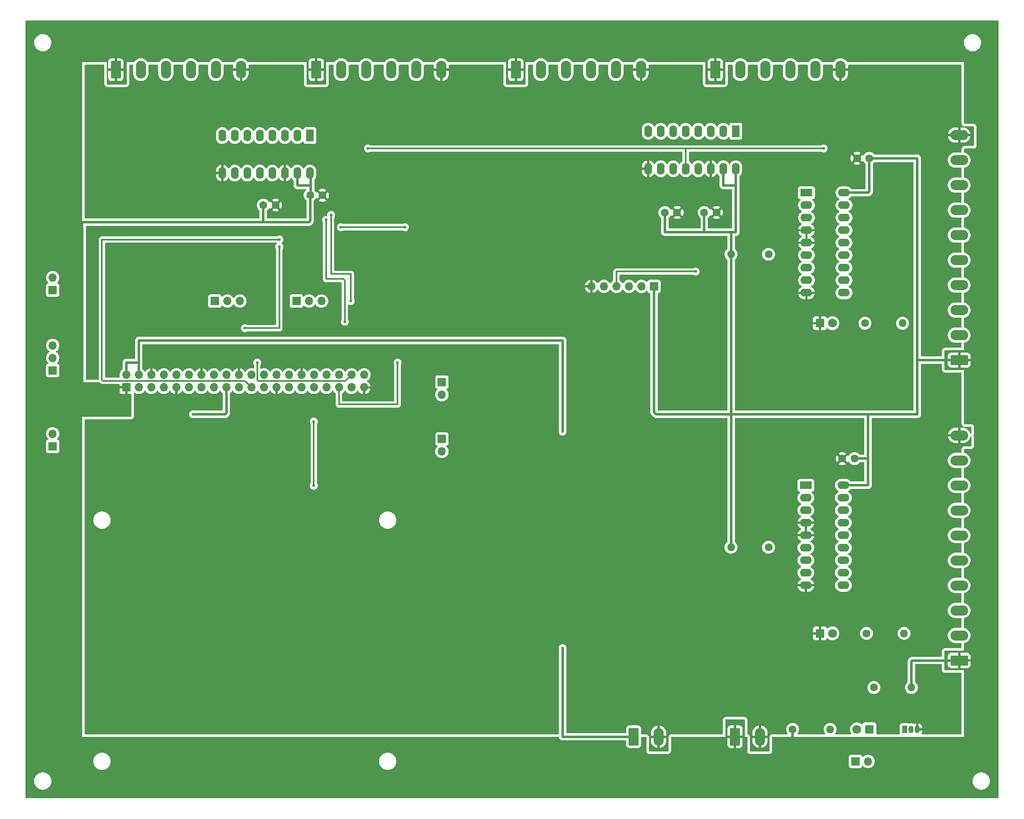
<source format=gbr>
%TF.GenerationSoftware,KiCad,Pcbnew,8.0.2*%
%TF.CreationDate,2024-07-09T15:06:59+02:00*%
%TF.ProjectId,PiADC-IO,50694144-432d-4494-9f2e-6b696361645f,1*%
%TF.SameCoordinates,Original*%
%TF.FileFunction,Copper,L1,Top*%
%TF.FilePolarity,Positive*%
%FSLAX46Y46*%
G04 Gerber Fmt 4.6, Leading zero omitted, Abs format (unit mm)*
G04 Created by KiCad (PCBNEW 8.0.2) date 2024-07-09 15:06:59*
%MOMM*%
%LPD*%
G01*
G04 APERTURE LIST*
G04 Aperture macros list*
%AMRoundRect*
0 Rectangle with rounded corners*
0 $1 Rounding radius*
0 $2 $3 $4 $5 $6 $7 $8 $9 X,Y pos of 4 corners*
0 Add a 4 corners polygon primitive as box body*
4,1,4,$2,$3,$4,$5,$6,$7,$8,$9,$2,$3,0*
0 Add four circle primitives for the rounded corners*
1,1,$1+$1,$2,$3*
1,1,$1+$1,$4,$5*
1,1,$1+$1,$6,$7*
1,1,$1+$1,$8,$9*
0 Add four rect primitives between the rounded corners*
20,1,$1+$1,$2,$3,$4,$5,0*
20,1,$1+$1,$4,$5,$6,$7,0*
20,1,$1+$1,$6,$7,$8,$9,0*
20,1,$1+$1,$8,$9,$2,$3,0*%
G04 Aperture macros list end*
%TA.AperFunction,ComponentPad*%
%ADD10C,1.600000*%
%TD*%
%TA.AperFunction,ComponentPad*%
%ADD11R,1.700000X1.700000*%
%TD*%
%TA.AperFunction,ComponentPad*%
%ADD12O,1.700000X1.700000*%
%TD*%
%TA.AperFunction,ComponentPad*%
%ADD13O,1.600000X1.600000*%
%TD*%
%TA.AperFunction,ComponentPad*%
%ADD14RoundRect,0.249999X-0.790001X-1.550001X0.790001X-1.550001X0.790001X1.550001X-0.790001X1.550001X0*%
%TD*%
%TA.AperFunction,ComponentPad*%
%ADD15O,2.080000X3.600000*%
%TD*%
%TA.AperFunction,ComponentPad*%
%ADD16RoundRect,0.249999X1.550001X-0.790001X1.550001X0.790001X-1.550001X0.790001X-1.550001X-0.790001X0*%
%TD*%
%TA.AperFunction,ComponentPad*%
%ADD17O,3.600000X2.080000*%
%TD*%
%TA.AperFunction,ComponentPad*%
%ADD18R,1.600000X2.400000*%
%TD*%
%TA.AperFunction,ComponentPad*%
%ADD19O,1.600000X2.400000*%
%TD*%
%TA.AperFunction,ComponentPad*%
%ADD20R,2.400000X1.600000*%
%TD*%
%TA.AperFunction,ComponentPad*%
%ADD21O,2.400000X1.600000*%
%TD*%
%TA.AperFunction,ComponentPad*%
%ADD22R,1.800000X1.800000*%
%TD*%
%TA.AperFunction,ComponentPad*%
%ADD23C,1.800000*%
%TD*%
%TA.AperFunction,ComponentPad*%
%ADD24R,1.050000X1.500000*%
%TD*%
%TA.AperFunction,ComponentPad*%
%ADD25O,1.050000X1.500000*%
%TD*%
%TA.AperFunction,ViaPad*%
%ADD26C,0.600000*%
%TD*%
%TA.AperFunction,Conductor*%
%ADD27C,0.500000*%
%TD*%
%TA.AperFunction,Conductor*%
%ADD28C,0.300000*%
%TD*%
G04 APERTURE END LIST*
D10*
%TO.P,C1,1*%
%TO.N,+3.3V*%
X79750000Y-52500000D03*
%TO.P,C1,2*%
%TO.N,GND*%
X82250000Y-52500000D03*
%TD*%
D11*
%TO.P,J22,1,Pin_1*%
%TO.N,Net-(D2-A)*%
X199960000Y-165500000D03*
D12*
%TO.P,J22,2,Pin_2*%
%TO.N,Net-(D2-K)*%
X202500000Y-165500000D03*
%TD*%
D11*
%TO.P,J1,1,Pin_1*%
%TO.N,Net-(J1-Pin_1)*%
X37000000Y-86080000D03*
D12*
%TO.P,J1,2,Pin_2*%
%TO.N,Net-(J1-Pin_2)*%
X37000000Y-83540000D03*
%TO.P,J1,3,Pin_3*%
%TO.N,Net-(J1-Pin_3)*%
X37000000Y-81000000D03*
%TD*%
D10*
%TO.P,R5,1*%
%TO.N,Net-(J15-Pin_31)*%
X203690000Y-150500000D03*
D13*
%TO.P,R5,2*%
%TO.N,+3.3V*%
X211310000Y-150500000D03*
%TD*%
D14*
%TO.P,J21,1,Pin_1*%
%TO.N,+5V*%
X154920000Y-160500000D03*
D15*
%TO.P,J21,2,Pin_2*%
%TO.N,GND*%
X160000000Y-160500000D03*
%TD*%
D16*
%TO.P,J5,1,Pin_1*%
%TO.N,+3.3V*%
X221000000Y-84000000D03*
D17*
%TO.P,J5,2,Pin_2*%
%TO.N,Net-(J5-Pin_2)*%
X221000000Y-78920000D03*
%TO.P,J5,3,Pin_3*%
%TO.N,Net-(J5-Pin_3)*%
X221000000Y-73840000D03*
%TO.P,J5,4,Pin_4*%
%TO.N,Net-(J5-Pin_4)*%
X221000000Y-68760000D03*
%TO.P,J5,5,Pin_5*%
%TO.N,Net-(J5-Pin_5)*%
X221000000Y-63680000D03*
%TO.P,J5,6,Pin_6*%
%TO.N,Net-(J5-Pin_6)*%
X221000000Y-58600000D03*
%TO.P,J5,7,Pin_7*%
%TO.N,Net-(J5-Pin_7)*%
X221000000Y-53520000D03*
%TO.P,J5,8,Pin_8*%
%TO.N,Net-(J5-Pin_8)*%
X221000000Y-48440000D03*
%TO.P,J5,9,Pin_9*%
%TO.N,Net-(J5-Pin_9)*%
X221000000Y-43360000D03*
%TO.P,J5,10,Pin_10*%
%TO.N,GND*%
X221000000Y-38280000D03*
%TD*%
D14*
%TO.P,J8,1,Pin_1*%
%TO.N,+3.3V*%
X131000000Y-25000000D03*
D15*
%TO.P,J8,2,Pin_2*%
%TO.N,Net-(J8-Pin_2)*%
X136080000Y-25000000D03*
%TO.P,J8,3,Pin_3*%
%TO.N,Net-(J8-Pin_3)*%
X141160000Y-25000000D03*
%TO.P,J8,4,Pin_4*%
%TO.N,Net-(J8-Pin_4)*%
X146240000Y-25000000D03*
%TO.P,J8,5,Pin_5*%
%TO.N,Net-(J8-Pin_5)*%
X151320000Y-25000000D03*
%TO.P,J8,6,Pin_6*%
%TO.N,GND*%
X156400000Y-25000000D03*
%TD*%
D11*
%TO.P,J19,1,Pin_1*%
%TO.N,Net-(J15-Pin_37)*%
X116000000Y-88460000D03*
D12*
%TO.P,J19,2,Pin_2*%
%TO.N,Net-(J15-Pin_33)*%
X116000000Y-91000000D03*
%TD*%
D14*
%TO.P,J11,1,Pin_1*%
%TO.N,+3.3V*%
X90500000Y-25000000D03*
D15*
%TO.P,J11,2,Pin_2*%
%TO.N,Net-(J11-Pin_2)*%
X95580000Y-25000000D03*
%TO.P,J11,3,Pin_3*%
%TO.N,Net-(J11-Pin_3)*%
X100660000Y-25000000D03*
%TO.P,J11,4,Pin_4*%
%TO.N,Net-(J11-Pin_4)*%
X105740000Y-25000000D03*
%TO.P,J11,5,Pin_5*%
%TO.N,Net-(J11-Pin_5)*%
X110820000Y-25000000D03*
%TO.P,J11,6,Pin_6*%
%TO.N,GND*%
X115900000Y-25000000D03*
%TD*%
D10*
%TO.P,C6,1*%
%TO.N,GND*%
X197250000Y-104000000D03*
%TO.P,C6,2*%
%TO.N,+3.3V*%
X199750000Y-104000000D03*
%TD*%
D11*
%TO.P,J6,1,Pin_1*%
%TO.N,Net-(J15-Pin_16)*%
X69920000Y-72000000D03*
D12*
%TO.P,J6,2,Pin_2*%
%TO.N,Net-(J15-Pin_18)*%
X72460000Y-72000000D03*
%TO.P,J6,3,Pin_3*%
%TO.N,Net-(J15-Pin_22)*%
X75000000Y-72000000D03*
%TD*%
D10*
%TO.P,R4,1*%
%TO.N,Net-(D1-A)*%
X202190000Y-139500000D03*
D13*
%TO.P,R4,2*%
%TO.N,Net-(J13-Pin_2)*%
X209810000Y-139500000D03*
%TD*%
D10*
%TO.P,R1,1*%
%TO.N,Net-(U5-~RESET)*%
X182310000Y-62500000D03*
D13*
%TO.P,R1,2*%
%TO.N,+3.3V*%
X174690000Y-62500000D03*
%TD*%
D11*
%TO.P,J3,1,Pin_1*%
%TO.N,Net-(J15-Pin_15)*%
X37000000Y-101500000D03*
D12*
%TO.P,J3,2,Pin_2*%
%TO.N,Net-(J15-Pin_13)*%
X37000000Y-98960000D03*
%TD*%
D14*
%TO.P,J16,1,Pin_1*%
%TO.N,+3.3V*%
X175500000Y-160500000D03*
D15*
%TO.P,J16,2,Pin_2*%
%TO.N,GND*%
X180580000Y-160500000D03*
%TD*%
D11*
%TO.P,J18,1,Pin_1*%
%TO.N,Net-(J15-Pin_29)*%
X116000000Y-100000000D03*
D12*
%TO.P,J18,2,Pin_2*%
%TO.N,Net-(J15-Pin_27)*%
X116000000Y-102540000D03*
%TD*%
D11*
%TO.P,J17,1,Pin_1*%
%TO.N,Net-(J15-Pin_28)*%
X86475000Y-72000000D03*
D12*
%TO.P,J17,2,Pin_2*%
%TO.N,Net-(J15-Pin_32)*%
X89015000Y-72000000D03*
%TO.P,J17,3,Pin_3*%
%TO.N,Net-(J15-Pin_34)*%
X91555000Y-72000000D03*
%TD*%
D18*
%TO.P,U3,1,CH0*%
%TO.N,Net-(J9-Pin_5)*%
X175660000Y-37500000D03*
D19*
%TO.P,U3,2,CH1*%
%TO.N,Net-(J9-Pin_4)*%
X173120000Y-37500000D03*
%TO.P,U3,3,CH2*%
%TO.N,Net-(J9-Pin_3)*%
X170580000Y-37500000D03*
%TO.P,U3,4,CH3*%
%TO.N,Net-(J9-Pin_2)*%
X168040000Y-37500000D03*
%TO.P,U3,5,CH4*%
%TO.N,Net-(J8-Pin_5)*%
X165500000Y-37500000D03*
%TO.P,U3,6,CH5*%
%TO.N,Net-(J8-Pin_4)*%
X162960000Y-37500000D03*
%TO.P,U3,7,CH6*%
%TO.N,Net-(J8-Pin_3)*%
X160420000Y-37500000D03*
%TO.P,U3,8,CH7*%
%TO.N,Net-(J8-Pin_2)*%
X157880000Y-37500000D03*
%TO.P,U3,9,DGND*%
%TO.N,GND*%
X157880000Y-45120000D03*
%TO.P,U3,10,~{CS}/SHDN*%
%TO.N,/CS 0_1*%
X160420000Y-45120000D03*
%TO.P,U3,11,Din*%
%TO.N,/MOSI 0*%
X162960000Y-45120000D03*
%TO.P,U3,12,Dout*%
%TO.N,/MISO 0*%
X165500000Y-45120000D03*
%TO.P,U3,13,CLK*%
%TO.N,/SCLK 0*%
X168040000Y-45120000D03*
%TO.P,U3,14,AGND*%
%TO.N,GND*%
X170580000Y-45120000D03*
%TO.P,U3,15,Vref*%
%TO.N,+3.3V*%
X173120000Y-45120000D03*
%TO.P,U3,16,Vdd*%
X175660000Y-45120000D03*
%TD*%
D14*
%TO.P,J10,1,Pin_1*%
%TO.N,+3.3V*%
X49800000Y-25000000D03*
D15*
%TO.P,J10,2,Pin_2*%
%TO.N,Net-(J10-Pin_2)*%
X54880000Y-25000000D03*
%TO.P,J10,3,Pin_3*%
%TO.N,Net-(J10-Pin_3)*%
X59960000Y-25000000D03*
%TO.P,J10,4,Pin_4*%
%TO.N,Net-(J10-Pin_4)*%
X65040000Y-25000000D03*
%TO.P,J10,5,Pin_5*%
%TO.N,Net-(J10-Pin_5)*%
X70120000Y-25000000D03*
%TO.P,J10,6,Pin_6*%
%TO.N,GND*%
X75200000Y-25000000D03*
%TD*%
D14*
%TO.P,J9,1,Pin_1*%
%TO.N,+3.3V*%
X171500000Y-25000000D03*
D15*
%TO.P,J9,2,Pin_2*%
%TO.N,Net-(J9-Pin_2)*%
X176580000Y-25000000D03*
%TO.P,J9,3,Pin_3*%
%TO.N,Net-(J9-Pin_3)*%
X181660000Y-25000000D03*
%TO.P,J9,4,Pin_4*%
%TO.N,Net-(J9-Pin_4)*%
X186740000Y-25000000D03*
%TO.P,J9,5,Pin_5*%
%TO.N,Net-(J9-Pin_5)*%
X191820000Y-25000000D03*
%TO.P,J9,6,Pin_6*%
%TO.N,GND*%
X196900000Y-25000000D03*
%TD*%
D20*
%TO.P,U1,1,SCK*%
%TO.N,/SCLK 1*%
X189880000Y-109420000D03*
D21*
%TO.P,U1,2,SI*%
%TO.N,/MOSI 1*%
X189880000Y-111960000D03*
%TO.P,U1,3,SO*%
%TO.N,/MISO 1*%
X189880000Y-114500000D03*
%TO.P,U1,4,A1*%
%TO.N,GND*%
X189880000Y-117040000D03*
%TO.P,U1,5,A0*%
X189880000Y-119580000D03*
%TO.P,U1,6,~RESET*%
%TO.N,Net-(U1-~RESET)*%
X189880000Y-122120000D03*
%TO.P,U1,7,~CS*%
%TO.N,/CS 1_0*%
X189880000Y-124660000D03*
%TO.P,U1,8,INT*%
%TO.N,unconnected-(U1-INT-Pad8)*%
X189880000Y-127200000D03*
%TO.P,U1,9,VSS*%
%TO.N,GND*%
X189880000Y-129740000D03*
%TO.P,U1,10,GP0*%
%TO.N,Net-(J13-Pin_2)*%
X197500000Y-129740000D03*
%TO.P,U1,11,GP1*%
%TO.N,Net-(J13-Pin_3)*%
X197500000Y-127200000D03*
%TO.P,U1,12,GP2*%
%TO.N,Net-(J13-Pin_4)*%
X197500000Y-124660000D03*
%TO.P,U1,13,GP3*%
%TO.N,Net-(J13-Pin_5)*%
X197500000Y-122120000D03*
%TO.P,U1,14,GP4*%
%TO.N,Net-(J13-Pin_6)*%
X197500000Y-119580000D03*
%TO.P,U1,15,GP5*%
%TO.N,Net-(J13-Pin_7)*%
X197500000Y-117040000D03*
%TO.P,U1,16,GP6*%
%TO.N,Net-(J13-Pin_8)*%
X197500000Y-114500000D03*
%TO.P,U1,17,GP7*%
%TO.N,Net-(J13-Pin_9)*%
X197500000Y-111960000D03*
%TO.P,U1,18,VDD*%
%TO.N,+3.3V*%
X197500000Y-109420000D03*
%TD*%
D10*
%TO.P,C2,1*%
%TO.N,+3.3V*%
X89250000Y-50500000D03*
%TO.P,C2,2*%
%TO.N,GND*%
X91750000Y-50500000D03*
%TD*%
D11*
%TO.P,J20,1,Pin_1*%
%TO.N,+3.3V*%
X159040000Y-69000000D03*
D12*
%TO.P,J20,2,Pin_2*%
%TO.N,/MOSI 1*%
X156500000Y-69000000D03*
%TO.P,J20,3,Pin_3*%
%TO.N,/MISO 1*%
X153960000Y-69000000D03*
%TO.P,J20,4,Pin_4*%
%TO.N,/SCLK 1*%
X151420000Y-69000000D03*
%TO.P,J20,5,Pin_5*%
%TO.N,/CS 1_2*%
X148880000Y-69000000D03*
%TO.P,J20,6,Pin_6*%
%TO.N,GND*%
X146340000Y-69000000D03*
%TD*%
D11*
%TO.P,J4,1,Pin_1*%
%TO.N,Net-(J15-Pin_8)*%
X37000000Y-69775000D03*
D12*
%TO.P,J4,2,Pin_2*%
%TO.N,Net-(J15-Pin_10)*%
X37000000Y-67235000D03*
%TD*%
D16*
%TO.P,J13,1,Pin_1*%
%TO.N,+3.3V*%
X221000000Y-145000000D03*
D17*
%TO.P,J13,2,Pin_2*%
%TO.N,Net-(J13-Pin_2)*%
X221000000Y-139920000D03*
%TO.P,J13,3,Pin_3*%
%TO.N,Net-(J13-Pin_3)*%
X221000000Y-134840000D03*
%TO.P,J13,4,Pin_4*%
%TO.N,Net-(J13-Pin_4)*%
X221000000Y-129760000D03*
%TO.P,J13,5,Pin_5*%
%TO.N,Net-(J13-Pin_5)*%
X221000000Y-124680000D03*
%TO.P,J13,6,Pin_6*%
%TO.N,Net-(J13-Pin_6)*%
X221000000Y-119600000D03*
%TO.P,J13,7,Pin_7*%
%TO.N,Net-(J13-Pin_7)*%
X221000000Y-114520000D03*
%TO.P,J13,8,Pin_8*%
%TO.N,Net-(J13-Pin_8)*%
X221000000Y-109440000D03*
%TO.P,J13,9,Pin_9*%
%TO.N,Net-(J13-Pin_9)*%
X221000000Y-104360000D03*
%TO.P,J13,10,Pin_10*%
%TO.N,GND*%
X221000000Y-99280000D03*
%TD*%
D10*
%TO.P,R2,1*%
%TO.N,Net-(D3-A)*%
X201880000Y-76500000D03*
D13*
%TO.P,R2,2*%
%TO.N,Net-(J5-Pin_2)*%
X209500000Y-76500000D03*
%TD*%
D10*
%TO.P,C3,1*%
%TO.N,+3.3V*%
X161250000Y-54000000D03*
%TO.P,C3,2*%
%TO.N,GND*%
X163750000Y-54000000D03*
%TD*%
%TO.P,C5,1*%
%TO.N,GND*%
X200250000Y-43000000D03*
%TO.P,C5,2*%
%TO.N,+3.3V*%
X202750000Y-43000000D03*
%TD*%
%TO.P,R6,1*%
%TO.N,+3.3V*%
X187190000Y-159000000D03*
D13*
%TO.P,R6,2*%
%TO.N,Net-(D2-A)*%
X194810000Y-159000000D03*
%TD*%
D22*
%TO.P,D1,1,K*%
%TO.N,GND*%
X192725000Y-139500000D03*
D23*
%TO.P,D1,2,A*%
%TO.N,Net-(D1-A)*%
X195265000Y-139500000D03*
%TD*%
D22*
%TO.P,D2,1,K*%
%TO.N,Net-(D2-K)*%
X202775000Y-159000000D03*
D23*
%TO.P,D2,2,A*%
%TO.N,Net-(D2-A)*%
X200235000Y-159000000D03*
%TD*%
D20*
%TO.P,U5,1,SCK*%
%TO.N,/SCLK 0*%
X190000000Y-50000000D03*
D21*
%TO.P,U5,2,SI*%
%TO.N,/MOSI 0*%
X190000000Y-52540000D03*
%TO.P,U5,3,SO*%
%TO.N,/MISO 0*%
X190000000Y-55080000D03*
%TO.P,U5,4,A1*%
%TO.N,GND*%
X190000000Y-57620000D03*
%TO.P,U5,5,A0*%
X190000000Y-60160000D03*
%TO.P,U5,6,~RESET*%
%TO.N,Net-(U5-~RESET)*%
X190000000Y-62700000D03*
%TO.P,U5,7,~CS*%
%TO.N,/CS 0_0*%
X190000000Y-65240000D03*
%TO.P,U5,8,INT*%
%TO.N,unconnected-(U5-INT-Pad8)*%
X190000000Y-67780000D03*
%TO.P,U5,9,VSS*%
%TO.N,GND*%
X190000000Y-70320000D03*
%TO.P,U5,10,GP0*%
%TO.N,Net-(J5-Pin_2)*%
X197620000Y-70320000D03*
%TO.P,U5,11,GP1*%
%TO.N,Net-(J5-Pin_3)*%
X197620000Y-67780000D03*
%TO.P,U5,12,GP2*%
%TO.N,Net-(J5-Pin_4)*%
X197620000Y-65240000D03*
%TO.P,U5,13,GP3*%
%TO.N,Net-(J5-Pin_5)*%
X197620000Y-62700000D03*
%TO.P,U5,14,GP4*%
%TO.N,Net-(J5-Pin_6)*%
X197620000Y-60160000D03*
%TO.P,U5,15,GP5*%
%TO.N,Net-(J5-Pin_7)*%
X197620000Y-57620000D03*
%TO.P,U5,16,GP6*%
%TO.N,Net-(J5-Pin_8)*%
X197620000Y-55080000D03*
%TO.P,U5,17,GP7*%
%TO.N,Net-(J5-Pin_9)*%
X197620000Y-52540000D03*
%TO.P,U5,18,VDD*%
%TO.N,+3.3V*%
X197620000Y-50000000D03*
%TD*%
D18*
%TO.P,U2,1,CH0*%
%TO.N,Net-(J11-Pin_5)*%
X89200000Y-38380000D03*
D19*
%TO.P,U2,2,CH1*%
%TO.N,Net-(J11-Pin_4)*%
X86660000Y-38380000D03*
%TO.P,U2,3,CH2*%
%TO.N,Net-(J11-Pin_3)*%
X84120000Y-38380000D03*
%TO.P,U2,4,CH3*%
%TO.N,Net-(J11-Pin_2)*%
X81580000Y-38380000D03*
%TO.P,U2,5,CH4*%
%TO.N,Net-(J10-Pin_5)*%
X79040000Y-38380000D03*
%TO.P,U2,6,CH5*%
%TO.N,Net-(J10-Pin_4)*%
X76500000Y-38380000D03*
%TO.P,U2,7,CH6*%
%TO.N,Net-(J10-Pin_3)*%
X73960000Y-38380000D03*
%TO.P,U2,8,CH7*%
%TO.N,Net-(J10-Pin_2)*%
X71420000Y-38380000D03*
%TO.P,U2,9,DGND*%
%TO.N,GND*%
X71420000Y-46000000D03*
%TO.P,U2,10,~{CS}/SHDN*%
%TO.N,/CS 1_1*%
X73960000Y-46000000D03*
%TO.P,U2,11,Din*%
%TO.N,/MOSI 1*%
X76500000Y-46000000D03*
%TO.P,U2,12,Dout*%
%TO.N,/MISO 1*%
X79040000Y-46000000D03*
%TO.P,U2,13,CLK*%
%TO.N,/SCLK 1*%
X81580000Y-46000000D03*
%TO.P,U2,14,AGND*%
%TO.N,GND*%
X84120000Y-46000000D03*
%TO.P,U2,15,Vref*%
%TO.N,+3.3V*%
X86660000Y-46000000D03*
%TO.P,U2,16,Vdd*%
X89200000Y-46000000D03*
%TD*%
D10*
%TO.P,C4,1*%
%TO.N,+3.3V*%
X169250000Y-54000000D03*
%TO.P,C4,2*%
%TO.N,GND*%
X171750000Y-54000000D03*
%TD*%
D24*
%TO.P,Q1,1,D*%
%TO.N,Net-(D2-K)*%
X209960000Y-159000000D03*
D25*
%TO.P,Q1,2,G*%
%TO.N,Net-(J15-Pin_31)*%
X211230000Y-159000000D03*
%TO.P,Q1,3,S*%
%TO.N,GND*%
X212500000Y-159000000D03*
%TD*%
D22*
%TO.P,D3,1,K*%
%TO.N,GND*%
X192725000Y-76500000D03*
D23*
%TO.P,D3,2,A*%
%TO.N,Net-(D3-A)*%
X195265000Y-76500000D03*
%TD*%
D10*
%TO.P,R3,1*%
%TO.N,Net-(U1-~RESET)*%
X182310000Y-122000000D03*
D13*
%TO.P,R3,2*%
%TO.N,+3.3V*%
X174690000Y-122000000D03*
%TD*%
D11*
%TO.P,J15,1,Pin_1*%
%TO.N,+3.3V*%
X51920000Y-89540000D03*
D12*
%TO.P,J15,2,Pin_2*%
%TO.N,+5V*%
X51920000Y-87000000D03*
%TO.P,J15,3,Pin_3*%
%TO.N,Net-(J1-Pin_3)*%
X54460000Y-89540000D03*
%TO.P,J15,4,Pin_4*%
%TO.N,+5V*%
X54460000Y-87000000D03*
%TO.P,J15,5,Pin_5*%
%TO.N,Net-(J1-Pin_2)*%
X57000000Y-89540000D03*
%TO.P,J15,6,Pin_6*%
%TO.N,GND*%
X57000000Y-87000000D03*
%TO.P,J15,7,Pin_7*%
%TO.N,Net-(J1-Pin_1)*%
X59540000Y-89540000D03*
%TO.P,J15,8,Pin_8*%
%TO.N,Net-(J15-Pin_8)*%
X59540000Y-87000000D03*
%TO.P,J15,9,Pin_9*%
%TO.N,GND*%
X62080000Y-89540000D03*
%TO.P,J15,10,Pin_10*%
%TO.N,Net-(J15-Pin_10)*%
X62080000Y-87000000D03*
%TO.P,J15,11,Pin_11*%
%TO.N,/CS 1_1*%
X64620000Y-89540000D03*
%TO.P,J15,12,Pin_12*%
%TO.N,/CS 1_0*%
X64620000Y-87000000D03*
%TO.P,J15,13,Pin_13*%
%TO.N,Net-(J15-Pin_13)*%
X67160000Y-89540000D03*
%TO.P,J15,14,Pin_14*%
%TO.N,GND*%
X67160000Y-87000000D03*
%TO.P,J15,15,Pin_15*%
%TO.N,Net-(J15-Pin_15)*%
X69700000Y-89540000D03*
%TO.P,J15,16,Pin_16*%
%TO.N,Net-(J15-Pin_16)*%
X69700000Y-87000000D03*
%TO.P,J15,17,Pin_17*%
%TO.N,+3.3V*%
X72240000Y-89540000D03*
%TO.P,J15,18,Pin_18*%
%TO.N,Net-(J15-Pin_18)*%
X72240000Y-87000000D03*
%TO.P,J15,19,Pin_19*%
%TO.N,/MOSI 0*%
X74780000Y-89540000D03*
%TO.P,J15,20,Pin_20*%
%TO.N,GND*%
X74780000Y-87000000D03*
%TO.P,J15,21,Pin_21*%
%TO.N,/MISO 0*%
X77320000Y-89540000D03*
%TO.P,J15,22,Pin_22*%
%TO.N,Net-(J15-Pin_22)*%
X77320000Y-87000000D03*
%TO.P,J15,23,Pin_23*%
%TO.N,/SCLK 0*%
X79860000Y-89540000D03*
%TO.P,J15,24,Pin_24*%
%TO.N,/CS 0_0*%
X79860000Y-87000000D03*
%TO.P,J15,25,Pin_25*%
%TO.N,GND*%
X82400000Y-89540000D03*
%TO.P,J15,26,Pin_26*%
%TO.N,/CS 0_1*%
X82400000Y-87000000D03*
%TO.P,J15,27,Pin_27*%
%TO.N,Net-(J15-Pin_27)*%
X84940000Y-89540000D03*
%TO.P,J15,28,Pin_28*%
%TO.N,Net-(J15-Pin_28)*%
X84940000Y-87000000D03*
%TO.P,J15,29,Pin_29*%
%TO.N,Net-(J15-Pin_29)*%
X87480000Y-89540000D03*
%TO.P,J15,30,Pin_30*%
%TO.N,GND*%
X87480000Y-87000000D03*
%TO.P,J15,31,Pin_31*%
%TO.N,Net-(J15-Pin_31)*%
X90020000Y-89540000D03*
%TO.P,J15,32,Pin_32*%
%TO.N,Net-(J15-Pin_32)*%
X90020000Y-87000000D03*
%TO.P,J15,33,Pin_33*%
%TO.N,Net-(J15-Pin_33)*%
X92560000Y-89540000D03*
%TO.P,J15,34,Pin_34*%
%TO.N,Net-(J15-Pin_34)*%
X92560000Y-87000000D03*
%TO.P,J15,35,Pin_35*%
%TO.N,/MISO 1*%
X95100000Y-89540000D03*
%TO.P,J15,36,Pin_36*%
%TO.N,/CS 1_2*%
X95100000Y-87000000D03*
%TO.P,J15,37,Pin_37*%
%TO.N,Net-(J15-Pin_37)*%
X97640000Y-89540000D03*
%TO.P,J15,38,Pin_38*%
%TO.N,/MOSI 1*%
X97640000Y-87000000D03*
%TO.P,J15,39,Pin_39*%
%TO.N,GND*%
X100180000Y-89540000D03*
%TO.P,J15,40,Pin_40*%
%TO.N,/SCLK 1*%
X100180000Y-87000000D03*
%TD*%
D26*
%TO.N,+5V*%
X140500000Y-98500000D03*
X140500000Y-142500000D03*
%TO.N,+3.3V*%
X52000000Y-95000000D03*
X65500000Y-95000000D03*
%TO.N,Net-(J15-Pin_31)*%
X90000000Y-109500000D03*
X90000000Y-96500000D03*
%TO.N,/MISO 0*%
X83000000Y-59500000D03*
X193500000Y-41000000D03*
X101000000Y-41000000D03*
%TO.N,/SCLK 0*%
X76000000Y-77500000D03*
X83000000Y-61000000D03*
%TO.N,/MISO 1*%
X92500000Y-55500000D03*
X107000000Y-84500000D03*
X96300000Y-76200000D03*
%TO.N,/MOSI 1*%
X78500000Y-84500000D03*
X108500000Y-57000000D03*
X95500000Y-57000000D03*
%TO.N,/SCLK 1*%
X97500000Y-72000000D03*
X167500000Y-66000000D03*
X93500000Y-54500000D03*
%TD*%
D27*
%TO.N,+3.3V*%
X202750000Y-49750000D02*
X202750000Y-43000000D01*
X202500000Y-50000000D02*
X202750000Y-49750000D01*
X197620000Y-50000000D02*
X202500000Y-50000000D01*
X202750000Y-43000000D02*
X212500000Y-43000000D01*
X212500000Y-43000000D02*
X212500000Y-80500000D01*
X89375000Y-50375000D02*
X89250000Y-50500000D01*
X89375000Y-48500000D02*
X89375000Y-50375000D01*
X89250000Y-55750000D02*
X89000000Y-56000000D01*
X89000000Y-56000000D02*
X79500000Y-56000000D01*
X89250000Y-50500000D02*
X89250000Y-55750000D01*
%TO.N,+5V*%
X140500000Y-98500000D02*
X140500000Y-80000000D01*
%TO.N,+3.3V*%
X51920000Y-94920000D02*
X51920000Y-89540000D01*
X52000000Y-95000000D02*
X51920000Y-94920000D01*
X72000000Y-95000000D02*
X65500000Y-95000000D01*
X72240000Y-94760000D02*
X72000000Y-95000000D01*
X72240000Y-89540000D02*
X72240000Y-94760000D01*
X175500000Y-166000000D02*
X175500000Y-160500000D01*
X187000000Y-166000000D02*
X175500000Y-166000000D01*
X187190000Y-165810000D02*
X187000000Y-166000000D01*
X187190000Y-159000000D02*
X187190000Y-165810000D01*
X211500000Y-145000000D02*
X221000000Y-145000000D01*
X211310000Y-145190000D02*
X211500000Y-145000000D01*
X211310000Y-150500000D02*
X211310000Y-145190000D01*
D28*
%TO.N,/MOSI 1*%
X78520000Y-84520000D02*
X78500000Y-84500000D01*
X78520000Y-88020000D02*
X78520000Y-84520000D01*
X78700000Y-88200000D02*
X78520000Y-88020000D01*
%TO.N,/MISO 1*%
X96000000Y-67500000D02*
X96300000Y-67800000D01*
X96300000Y-67800000D02*
X96300000Y-76200000D01*
X96000000Y-67500000D02*
X92500000Y-67500000D01*
X92500000Y-67500000D02*
X92500000Y-55500000D01*
%TO.N,/MISO 0*%
X76000000Y-88220000D02*
X76000000Y-88200000D01*
X77320000Y-89540000D02*
X76000000Y-88220000D01*
X47200000Y-88200000D02*
X76000000Y-88200000D01*
D27*
%TO.N,+3.3V*%
X169250000Y-54000000D02*
X169250000Y-58000000D01*
X173120000Y-45120000D02*
X173120000Y-48500000D01*
X161250000Y-54000000D02*
X161250000Y-58000000D01*
X175660000Y-49000000D02*
X175660000Y-58000000D01*
X174690000Y-58190000D02*
X174500000Y-58000000D01*
X175660000Y-48500000D02*
X175660000Y-49000000D01*
X202500000Y-95000000D02*
X212500000Y-95000000D01*
X174690000Y-62500000D02*
X174690000Y-122000000D01*
X79500000Y-56000000D02*
X43000000Y-56000000D01*
X170000000Y-95000000D02*
X176000000Y-95000000D01*
X169250000Y-58000000D02*
X161250000Y-58000000D01*
X43000000Y-56000000D02*
X43000000Y-89540000D01*
X43000000Y-89540000D02*
X51920000Y-89540000D01*
X174690000Y-62500000D02*
X174690000Y-58190000D01*
X197500000Y-109420000D02*
X202500000Y-109420000D01*
X174690000Y-122000000D02*
X175000000Y-121690000D01*
X79750000Y-52500000D02*
X79750000Y-55750000D01*
X89375000Y-46295000D02*
X89375000Y-48500000D01*
X175660000Y-48500000D02*
X173120000Y-48500000D01*
X176000000Y-95000000D02*
X202500000Y-95000000D01*
X176000000Y-95000000D02*
X174690000Y-95000000D01*
X86660000Y-48500000D02*
X89375000Y-48500000D01*
X202500000Y-109420000D02*
X202500000Y-95000000D01*
X79750000Y-55750000D02*
X79500000Y-56000000D01*
X159040000Y-94540000D02*
X159500000Y-95000000D01*
X159040000Y-69000000D02*
X159040000Y-94540000D01*
X170000000Y-58000000D02*
X169250000Y-58000000D01*
X199750000Y-104000000D02*
X202500000Y-104000000D01*
X170000000Y-58000000D02*
X174500000Y-58000000D01*
X175660000Y-45120000D02*
X175660000Y-48500000D01*
X174500000Y-58000000D02*
X175660000Y-58000000D01*
X86660000Y-46000000D02*
X86660000Y-48500000D01*
X159500000Y-95000000D02*
X170000000Y-95000000D01*
D28*
%TO.N,Net-(J15-Pin_31)*%
X90000000Y-109500000D02*
X90000000Y-96500000D01*
%TO.N,/MISO 0*%
X165500000Y-41000000D02*
X101000000Y-41000000D01*
X83000000Y-59500000D02*
X47000000Y-59500000D01*
X165500000Y-41000000D02*
X165500000Y-45120000D01*
X47000000Y-88000000D02*
X47200000Y-88200000D01*
X77500000Y-89360000D02*
X77320000Y-89540000D01*
X165500000Y-41000000D02*
X193500000Y-41000000D01*
X47000000Y-59500000D02*
X47000000Y-88000000D01*
%TO.N,/SCLK 0*%
X83000000Y-61000000D02*
X83000000Y-77500000D01*
X83000000Y-77500000D02*
X76000000Y-77500000D01*
%TO.N,/MISO 1*%
X107000000Y-84500000D02*
X107000000Y-93000000D01*
X107000000Y-93000000D02*
X95100000Y-93000000D01*
X95100000Y-89540000D02*
X95100000Y-93000000D01*
%TO.N,/MOSI 1*%
X108500000Y-57000000D02*
X95500000Y-57000000D01*
%TO.N,/SCLK 1*%
X151420000Y-66080000D02*
X151500000Y-66000000D01*
X93500000Y-54500000D02*
X93500000Y-66500000D01*
X151420000Y-69000000D02*
X151420000Y-66080000D01*
X93500000Y-66500000D02*
X97500000Y-66500000D01*
X167500000Y-66000000D02*
X151500000Y-66000000D01*
X97500000Y-66500000D02*
X97500000Y-72000000D01*
D27*
%TO.N,+5V*%
X51920000Y-87000000D02*
X51920000Y-84500000D01*
X54460000Y-80040000D02*
X54460000Y-84500000D01*
X140500000Y-80000000D02*
X54500000Y-80000000D01*
X140500000Y-160500000D02*
X140500000Y-142500000D01*
X54500000Y-80000000D02*
X54460000Y-80040000D01*
X51920000Y-84500000D02*
X54460000Y-84500000D01*
X154920000Y-160500000D02*
X140500000Y-160500000D01*
X54460000Y-87000000D02*
X54460000Y-84500000D01*
D28*
%TO.N,/MOSI 1*%
X78700000Y-88200000D02*
X96440000Y-88200000D01*
X96440000Y-88200000D02*
X97640000Y-87000000D01*
D27*
%TO.N,+3.3V*%
X212500000Y-80500000D02*
X212500000Y-95000000D01*
X212500000Y-84000000D02*
X221000000Y-84000000D01*
%TD*%
%TA.AperFunction,Conductor*%
%TO.N,GND*%
G36*
X190130000Y-119264314D02*
G01*
X190125606Y-119259920D01*
X190034394Y-119207259D01*
X189932661Y-119180000D01*
X189827339Y-119180000D01*
X189725606Y-119207259D01*
X189634394Y-119259920D01*
X189630000Y-119264314D01*
X189630000Y-117355686D01*
X189634394Y-117360080D01*
X189725606Y-117412741D01*
X189827339Y-117440000D01*
X189932661Y-117440000D01*
X190034394Y-117412741D01*
X190125606Y-117360080D01*
X190130000Y-117355686D01*
X190130000Y-119264314D01*
G37*
%TD.AperFunction*%
%TA.AperFunction,Conductor*%
G36*
X190250000Y-59844314D02*
G01*
X190245606Y-59839920D01*
X190154394Y-59787259D01*
X190052661Y-59760000D01*
X189947339Y-59760000D01*
X189845606Y-59787259D01*
X189754394Y-59839920D01*
X189750000Y-59844314D01*
X189750000Y-57935686D01*
X189754394Y-57940080D01*
X189845606Y-57992741D01*
X189947339Y-58020000D01*
X190052661Y-58020000D01*
X190154394Y-57992741D01*
X190245606Y-57940080D01*
X190250000Y-57935686D01*
X190250000Y-59844314D01*
G37*
%TD.AperFunction*%
%TA.AperFunction,Conductor*%
G36*
X47437539Y-24025185D02*
G01*
X47483294Y-24077989D01*
X47494500Y-24129500D01*
X47494500Y-24980846D01*
X47494500Y-26574227D01*
X47494500Y-27876000D01*
X47494501Y-27876009D01*
X47506052Y-27983450D01*
X47506054Y-27983462D01*
X47517260Y-28034972D01*
X47551383Y-28137497D01*
X47551386Y-28137503D01*
X47629171Y-28258537D01*
X47629179Y-28258548D01*
X47674923Y-28311340D01*
X47674926Y-28311343D01*
X47674930Y-28311347D01*
X47783664Y-28405567D01*
X47783667Y-28405568D01*
X47783668Y-28405569D01*
X47877925Y-28448616D01*
X47914541Y-28465338D01*
X47981580Y-28485023D01*
X47981584Y-28485024D01*
X48124000Y-28505500D01*
X48124003Y-28505500D01*
X51875990Y-28505500D01*
X51876000Y-28505500D01*
X51983456Y-28493947D01*
X52034967Y-28482741D01*
X52069197Y-28471347D01*
X52137497Y-28448616D01*
X52137501Y-28448613D01*
X52137504Y-28448613D01*
X52258543Y-28370825D01*
X52311347Y-28325070D01*
X52405567Y-28216336D01*
X52465338Y-28085459D01*
X52485023Y-28018420D01*
X52485024Y-28018416D01*
X52505500Y-27876000D01*
X52505500Y-24129500D01*
X52525185Y-24062461D01*
X52577989Y-24016706D01*
X52629500Y-24005500D01*
X53215500Y-24005500D01*
X53282539Y-24025185D01*
X53328294Y-24077989D01*
X53339500Y-24129500D01*
X53339500Y-25881245D01*
X53377432Y-26120736D01*
X53452360Y-26351344D01*
X53562448Y-26567401D01*
X53704966Y-26763562D01*
X53704970Y-26763567D01*
X53876432Y-26935029D01*
X53876437Y-26935033D01*
X54047539Y-27059345D01*
X54072602Y-27077554D01*
X54287738Y-27187172D01*
X54288655Y-27187639D01*
X54403959Y-27225103D01*
X54519265Y-27262568D01*
X54626795Y-27279599D01*
X54758755Y-27300500D01*
X54758760Y-27300500D01*
X55001245Y-27300500D01*
X55133198Y-27279600D01*
X55240735Y-27262568D01*
X55471347Y-27187638D01*
X55687398Y-27077554D01*
X55883569Y-26935028D01*
X56055028Y-26763569D01*
X56197554Y-26567398D01*
X56307638Y-26351347D01*
X56382568Y-26120735D01*
X56402110Y-25997347D01*
X56420500Y-25881245D01*
X56420500Y-24129500D01*
X56440185Y-24062461D01*
X56492989Y-24016706D01*
X56544500Y-24005500D01*
X58295500Y-24005500D01*
X58362539Y-24025185D01*
X58408294Y-24077989D01*
X58419500Y-24129500D01*
X58419500Y-25881245D01*
X58457432Y-26120736D01*
X58532360Y-26351344D01*
X58642448Y-26567401D01*
X58784966Y-26763562D01*
X58784970Y-26763567D01*
X58956432Y-26935029D01*
X58956437Y-26935033D01*
X59127539Y-27059345D01*
X59152602Y-27077554D01*
X59367738Y-27187172D01*
X59368655Y-27187639D01*
X59483959Y-27225103D01*
X59599265Y-27262568D01*
X59706795Y-27279599D01*
X59838755Y-27300500D01*
X59838760Y-27300500D01*
X60081245Y-27300500D01*
X60213198Y-27279600D01*
X60320735Y-27262568D01*
X60551347Y-27187638D01*
X60767398Y-27077554D01*
X60963569Y-26935028D01*
X61135028Y-26763569D01*
X61277554Y-26567398D01*
X61387638Y-26351347D01*
X61462568Y-26120735D01*
X61482110Y-25997347D01*
X61500500Y-25881245D01*
X61500500Y-24129500D01*
X61520185Y-24062461D01*
X61572989Y-24016706D01*
X61624500Y-24005500D01*
X63375500Y-24005500D01*
X63442539Y-24025185D01*
X63488294Y-24077989D01*
X63499500Y-24129500D01*
X63499500Y-25881245D01*
X63537432Y-26120736D01*
X63612360Y-26351344D01*
X63722448Y-26567401D01*
X63864966Y-26763562D01*
X63864970Y-26763567D01*
X64036432Y-26935029D01*
X64036437Y-26935033D01*
X64207539Y-27059345D01*
X64232602Y-27077554D01*
X64447738Y-27187172D01*
X64448655Y-27187639D01*
X64563959Y-27225103D01*
X64679265Y-27262568D01*
X64786795Y-27279599D01*
X64918755Y-27300500D01*
X64918760Y-27300500D01*
X65161245Y-27300500D01*
X65293198Y-27279600D01*
X65400735Y-27262568D01*
X65631347Y-27187638D01*
X65847398Y-27077554D01*
X66043569Y-26935028D01*
X66215028Y-26763569D01*
X66357554Y-26567398D01*
X66467638Y-26351347D01*
X66542568Y-26120735D01*
X66562110Y-25997347D01*
X66580500Y-25881245D01*
X66580500Y-24129500D01*
X66600185Y-24062461D01*
X66652989Y-24016706D01*
X66704500Y-24005500D01*
X68455500Y-24005500D01*
X68522539Y-24025185D01*
X68568294Y-24077989D01*
X68579500Y-24129500D01*
X68579500Y-25881245D01*
X68617432Y-26120736D01*
X68692360Y-26351344D01*
X68802448Y-26567401D01*
X68944966Y-26763562D01*
X68944970Y-26763567D01*
X69116432Y-26935029D01*
X69116437Y-26935033D01*
X69287539Y-27059345D01*
X69312602Y-27077554D01*
X69527738Y-27187172D01*
X69528655Y-27187639D01*
X69643959Y-27225103D01*
X69759265Y-27262568D01*
X69866795Y-27279599D01*
X69998755Y-27300500D01*
X69998760Y-27300500D01*
X70241245Y-27300500D01*
X70373198Y-27279600D01*
X70480735Y-27262568D01*
X70711347Y-27187638D01*
X70927398Y-27077554D01*
X71123569Y-26935028D01*
X71295028Y-26763569D01*
X71437554Y-26567398D01*
X71547638Y-26351347D01*
X71622568Y-26120735D01*
X71642110Y-25997347D01*
X71660500Y-25881245D01*
X71660500Y-24129500D01*
X71680185Y-24062461D01*
X71732989Y-24016706D01*
X71784500Y-24005500D01*
X73536000Y-24005500D01*
X73603039Y-24025185D01*
X73648794Y-24077989D01*
X73660000Y-24129500D01*
X73660000Y-24750000D01*
X74545879Y-24750000D01*
X74526901Y-24795818D01*
X74500000Y-24931056D01*
X74500000Y-25068944D01*
X74526901Y-25204182D01*
X74545879Y-25250000D01*
X73660000Y-25250000D01*
X73660000Y-25881200D01*
X73697920Y-26120618D01*
X73772827Y-26351159D01*
X73882874Y-26567136D01*
X74025356Y-26763245D01*
X74196754Y-26934643D01*
X74392863Y-27077125D01*
X74608840Y-27187172D01*
X74839381Y-27262080D01*
X74950000Y-27279600D01*
X74950000Y-25654120D01*
X74995818Y-25673099D01*
X75131056Y-25700000D01*
X75268944Y-25700000D01*
X75404182Y-25673099D01*
X75450000Y-25654120D01*
X75450000Y-27279599D01*
X75560618Y-27262080D01*
X75791159Y-27187172D01*
X76007136Y-27077125D01*
X76203245Y-26934643D01*
X76374643Y-26763245D01*
X76517125Y-26567136D01*
X76627172Y-26351159D01*
X76702079Y-26120618D01*
X76740000Y-25881200D01*
X76740000Y-25250000D01*
X75854121Y-25250000D01*
X75873099Y-25204182D01*
X75900000Y-25068944D01*
X75900000Y-24931056D01*
X75873099Y-24795818D01*
X75854121Y-24750000D01*
X76740000Y-24750000D01*
X76740000Y-24129500D01*
X76759685Y-24062461D01*
X76812489Y-24016706D01*
X76864000Y-24005500D01*
X87870500Y-24005500D01*
X87937539Y-24025185D01*
X87983294Y-24077989D01*
X87994500Y-24129500D01*
X87994500Y-24980846D01*
X87994500Y-26574227D01*
X87994500Y-27876000D01*
X87994501Y-27876009D01*
X88006052Y-27983450D01*
X88006054Y-27983462D01*
X88017260Y-28034972D01*
X88051383Y-28137497D01*
X88051386Y-28137503D01*
X88129171Y-28258537D01*
X88129179Y-28258548D01*
X88174923Y-28311340D01*
X88174926Y-28311343D01*
X88174930Y-28311347D01*
X88283664Y-28405567D01*
X88283667Y-28405568D01*
X88283668Y-28405569D01*
X88377925Y-28448616D01*
X88414541Y-28465338D01*
X88481580Y-28485023D01*
X88481584Y-28485024D01*
X88624000Y-28505500D01*
X88624003Y-28505500D01*
X92375990Y-28505500D01*
X92376000Y-28505500D01*
X92483456Y-28493947D01*
X92534967Y-28482741D01*
X92569197Y-28471347D01*
X92637497Y-28448616D01*
X92637501Y-28448613D01*
X92637504Y-28448613D01*
X92758543Y-28370825D01*
X92811347Y-28325070D01*
X92905567Y-28216336D01*
X92965338Y-28085459D01*
X92985023Y-28018420D01*
X92985024Y-28018416D01*
X93005500Y-27876000D01*
X93005500Y-24129500D01*
X93025185Y-24062461D01*
X93077989Y-24016706D01*
X93129500Y-24005500D01*
X93915500Y-24005500D01*
X93982539Y-24025185D01*
X94028294Y-24077989D01*
X94039500Y-24129500D01*
X94039500Y-25881245D01*
X94077432Y-26120736D01*
X94152360Y-26351344D01*
X94262448Y-26567401D01*
X94404966Y-26763562D01*
X94404970Y-26763567D01*
X94576432Y-26935029D01*
X94576437Y-26935033D01*
X94747539Y-27059345D01*
X94772602Y-27077554D01*
X94987738Y-27187172D01*
X94988655Y-27187639D01*
X95103959Y-27225103D01*
X95219265Y-27262568D01*
X95326795Y-27279599D01*
X95458755Y-27300500D01*
X95458760Y-27300500D01*
X95701245Y-27300500D01*
X95833198Y-27279600D01*
X95940735Y-27262568D01*
X96171347Y-27187638D01*
X96387398Y-27077554D01*
X96583569Y-26935028D01*
X96755028Y-26763569D01*
X96897554Y-26567398D01*
X97007638Y-26351347D01*
X97082568Y-26120735D01*
X97102110Y-25997347D01*
X97120500Y-25881245D01*
X97120500Y-24129500D01*
X97140185Y-24062461D01*
X97192989Y-24016706D01*
X97244500Y-24005500D01*
X98995500Y-24005500D01*
X99062539Y-24025185D01*
X99108294Y-24077989D01*
X99119500Y-24129500D01*
X99119500Y-25881245D01*
X99157432Y-26120736D01*
X99232360Y-26351344D01*
X99342448Y-26567401D01*
X99484966Y-26763562D01*
X99484970Y-26763567D01*
X99656432Y-26935029D01*
X99656437Y-26935033D01*
X99827539Y-27059345D01*
X99852602Y-27077554D01*
X100067738Y-27187172D01*
X100068655Y-27187639D01*
X100183959Y-27225103D01*
X100299265Y-27262568D01*
X100406795Y-27279599D01*
X100538755Y-27300500D01*
X100538760Y-27300500D01*
X100781245Y-27300500D01*
X100913198Y-27279600D01*
X101020735Y-27262568D01*
X101251347Y-27187638D01*
X101467398Y-27077554D01*
X101663569Y-26935028D01*
X101835028Y-26763569D01*
X101977554Y-26567398D01*
X102087638Y-26351347D01*
X102162568Y-26120735D01*
X102182110Y-25997347D01*
X102200500Y-25881245D01*
X102200500Y-24129500D01*
X102220185Y-24062461D01*
X102272989Y-24016706D01*
X102324500Y-24005500D01*
X104075500Y-24005500D01*
X104142539Y-24025185D01*
X104188294Y-24077989D01*
X104199500Y-24129500D01*
X104199500Y-25881245D01*
X104237432Y-26120736D01*
X104312360Y-26351344D01*
X104422448Y-26567401D01*
X104564966Y-26763562D01*
X104564970Y-26763567D01*
X104736432Y-26935029D01*
X104736437Y-26935033D01*
X104907539Y-27059345D01*
X104932602Y-27077554D01*
X105147738Y-27187172D01*
X105148655Y-27187639D01*
X105263959Y-27225103D01*
X105379265Y-27262568D01*
X105486795Y-27279599D01*
X105618755Y-27300500D01*
X105618760Y-27300500D01*
X105861245Y-27300500D01*
X105993198Y-27279600D01*
X106100735Y-27262568D01*
X106331347Y-27187638D01*
X106547398Y-27077554D01*
X106743569Y-26935028D01*
X106915028Y-26763569D01*
X107057554Y-26567398D01*
X107167638Y-26351347D01*
X107242568Y-26120735D01*
X107262110Y-25997347D01*
X107280500Y-25881245D01*
X107280500Y-24129500D01*
X107300185Y-24062461D01*
X107352989Y-24016706D01*
X107404500Y-24005500D01*
X109155500Y-24005500D01*
X109222539Y-24025185D01*
X109268294Y-24077989D01*
X109279500Y-24129500D01*
X109279500Y-25881245D01*
X109317432Y-26120736D01*
X109392360Y-26351344D01*
X109502448Y-26567401D01*
X109644966Y-26763562D01*
X109644970Y-26763567D01*
X109816432Y-26935029D01*
X109816437Y-26935033D01*
X109987539Y-27059345D01*
X110012602Y-27077554D01*
X110227738Y-27187172D01*
X110228655Y-27187639D01*
X110343959Y-27225103D01*
X110459265Y-27262568D01*
X110566795Y-27279599D01*
X110698755Y-27300500D01*
X110698760Y-27300500D01*
X110941245Y-27300500D01*
X111073198Y-27279600D01*
X111180735Y-27262568D01*
X111411347Y-27187638D01*
X111627398Y-27077554D01*
X111823569Y-26935028D01*
X111995028Y-26763569D01*
X112137554Y-26567398D01*
X112247638Y-26351347D01*
X112322568Y-26120735D01*
X112342110Y-25997347D01*
X112360500Y-25881245D01*
X112360500Y-24129500D01*
X112380185Y-24062461D01*
X112432989Y-24016706D01*
X112484500Y-24005500D01*
X114236000Y-24005500D01*
X114303039Y-24025185D01*
X114348794Y-24077989D01*
X114360000Y-24129500D01*
X114360000Y-24750000D01*
X115245879Y-24750000D01*
X115226901Y-24795818D01*
X115200000Y-24931056D01*
X115200000Y-25068944D01*
X115226901Y-25204182D01*
X115245879Y-25250000D01*
X114360000Y-25250000D01*
X114360000Y-25881200D01*
X114397920Y-26120618D01*
X114472827Y-26351159D01*
X114582874Y-26567136D01*
X114725356Y-26763245D01*
X114896754Y-26934643D01*
X115092863Y-27077125D01*
X115308840Y-27187172D01*
X115539381Y-27262080D01*
X115650000Y-27279600D01*
X115650000Y-25654120D01*
X115695818Y-25673099D01*
X115831056Y-25700000D01*
X115968944Y-25700000D01*
X116104182Y-25673099D01*
X116150000Y-25654120D01*
X116150000Y-27279599D01*
X116260618Y-27262080D01*
X116491159Y-27187172D01*
X116707136Y-27077125D01*
X116903245Y-26934643D01*
X117074643Y-26763245D01*
X117217125Y-26567136D01*
X117327172Y-26351159D01*
X117402079Y-26120618D01*
X117440000Y-25881200D01*
X117440000Y-25250000D01*
X116554121Y-25250000D01*
X116573099Y-25204182D01*
X116600000Y-25068944D01*
X116600000Y-24931056D01*
X116573099Y-24795818D01*
X116554121Y-24750000D01*
X117440000Y-24750000D01*
X117440000Y-24129500D01*
X117459685Y-24062461D01*
X117512489Y-24016706D01*
X117564000Y-24005500D01*
X128370500Y-24005500D01*
X128437539Y-24025185D01*
X128483294Y-24077989D01*
X128494500Y-24129500D01*
X128494500Y-24980846D01*
X128494500Y-26574227D01*
X128494500Y-27876000D01*
X128494501Y-27876009D01*
X128506052Y-27983450D01*
X128506054Y-27983462D01*
X128517260Y-28034972D01*
X128551383Y-28137497D01*
X128551386Y-28137503D01*
X128629171Y-28258537D01*
X128629179Y-28258548D01*
X128674923Y-28311340D01*
X128674926Y-28311343D01*
X128674930Y-28311347D01*
X128783664Y-28405567D01*
X128783667Y-28405568D01*
X128783668Y-28405569D01*
X128877925Y-28448616D01*
X128914541Y-28465338D01*
X128981580Y-28485023D01*
X128981584Y-28485024D01*
X129124000Y-28505500D01*
X129124003Y-28505500D01*
X132875990Y-28505500D01*
X132876000Y-28505500D01*
X132983456Y-28493947D01*
X133034967Y-28482741D01*
X133069197Y-28471347D01*
X133137497Y-28448616D01*
X133137501Y-28448613D01*
X133137504Y-28448613D01*
X133258543Y-28370825D01*
X133311347Y-28325070D01*
X133405567Y-28216336D01*
X133465338Y-28085459D01*
X133485023Y-28018420D01*
X133485024Y-28018416D01*
X133505500Y-27876000D01*
X133505500Y-24129500D01*
X133525185Y-24062461D01*
X133577989Y-24016706D01*
X133629500Y-24005500D01*
X134415500Y-24005500D01*
X134482539Y-24025185D01*
X134528294Y-24077989D01*
X134539500Y-24129500D01*
X134539500Y-25881245D01*
X134577432Y-26120736D01*
X134652360Y-26351344D01*
X134762448Y-26567401D01*
X134904966Y-26763562D01*
X134904970Y-26763567D01*
X135076432Y-26935029D01*
X135076437Y-26935033D01*
X135247539Y-27059345D01*
X135272602Y-27077554D01*
X135487738Y-27187172D01*
X135488655Y-27187639D01*
X135603959Y-27225103D01*
X135719265Y-27262568D01*
X135826795Y-27279599D01*
X135958755Y-27300500D01*
X135958760Y-27300500D01*
X136201245Y-27300500D01*
X136333198Y-27279600D01*
X136440735Y-27262568D01*
X136671347Y-27187638D01*
X136887398Y-27077554D01*
X137083569Y-26935028D01*
X137255028Y-26763569D01*
X137397554Y-26567398D01*
X137507638Y-26351347D01*
X137582568Y-26120735D01*
X137602110Y-25997347D01*
X137620500Y-25881245D01*
X137620500Y-24129500D01*
X137640185Y-24062461D01*
X137692989Y-24016706D01*
X137744500Y-24005500D01*
X139495500Y-24005500D01*
X139562539Y-24025185D01*
X139608294Y-24077989D01*
X139619500Y-24129500D01*
X139619500Y-25881245D01*
X139657432Y-26120736D01*
X139732360Y-26351344D01*
X139842448Y-26567401D01*
X139984966Y-26763562D01*
X139984970Y-26763567D01*
X140156432Y-26935029D01*
X140156437Y-26935033D01*
X140327539Y-27059345D01*
X140352602Y-27077554D01*
X140567738Y-27187172D01*
X140568655Y-27187639D01*
X140683959Y-27225103D01*
X140799265Y-27262568D01*
X140906795Y-27279599D01*
X141038755Y-27300500D01*
X141038760Y-27300500D01*
X141281245Y-27300500D01*
X141413198Y-27279600D01*
X141520735Y-27262568D01*
X141751347Y-27187638D01*
X141967398Y-27077554D01*
X142163569Y-26935028D01*
X142335028Y-26763569D01*
X142477554Y-26567398D01*
X142587638Y-26351347D01*
X142662568Y-26120735D01*
X142682110Y-25997347D01*
X142700500Y-25881245D01*
X142700500Y-24129500D01*
X142720185Y-24062461D01*
X142772989Y-24016706D01*
X142824500Y-24005500D01*
X144575500Y-24005500D01*
X144642539Y-24025185D01*
X144688294Y-24077989D01*
X144699500Y-24129500D01*
X144699500Y-25881245D01*
X144737432Y-26120736D01*
X144812360Y-26351344D01*
X144922448Y-26567401D01*
X145064966Y-26763562D01*
X145064970Y-26763567D01*
X145236432Y-26935029D01*
X145236437Y-26935033D01*
X145407539Y-27059345D01*
X145432602Y-27077554D01*
X145647738Y-27187172D01*
X145648655Y-27187639D01*
X145763959Y-27225103D01*
X145879265Y-27262568D01*
X145986795Y-27279599D01*
X146118755Y-27300500D01*
X146118760Y-27300500D01*
X146361245Y-27300500D01*
X146493198Y-27279600D01*
X146600735Y-27262568D01*
X146831347Y-27187638D01*
X147047398Y-27077554D01*
X147243569Y-26935028D01*
X147415028Y-26763569D01*
X147557554Y-26567398D01*
X147667638Y-26351347D01*
X147742568Y-26120735D01*
X147762110Y-25997347D01*
X147780500Y-25881245D01*
X147780500Y-24129500D01*
X147800185Y-24062461D01*
X147852989Y-24016706D01*
X147904500Y-24005500D01*
X149655500Y-24005500D01*
X149722539Y-24025185D01*
X149768294Y-24077989D01*
X149779500Y-24129500D01*
X149779500Y-25881245D01*
X149817432Y-26120736D01*
X149892360Y-26351344D01*
X150002448Y-26567401D01*
X150144966Y-26763562D01*
X150144970Y-26763567D01*
X150316432Y-26935029D01*
X150316437Y-26935033D01*
X150487539Y-27059345D01*
X150512602Y-27077554D01*
X150727738Y-27187172D01*
X150728655Y-27187639D01*
X150843959Y-27225103D01*
X150959265Y-27262568D01*
X151066795Y-27279599D01*
X151198755Y-27300500D01*
X151198760Y-27300500D01*
X151441245Y-27300500D01*
X151573198Y-27279600D01*
X151680735Y-27262568D01*
X151911347Y-27187638D01*
X152127398Y-27077554D01*
X152323569Y-26935028D01*
X152495028Y-26763569D01*
X152637554Y-26567398D01*
X152747638Y-26351347D01*
X152822568Y-26120735D01*
X152842110Y-25997347D01*
X152860500Y-25881245D01*
X152860500Y-24129500D01*
X152880185Y-24062461D01*
X152932989Y-24016706D01*
X152984500Y-24005500D01*
X154736000Y-24005500D01*
X154803039Y-24025185D01*
X154848794Y-24077989D01*
X154860000Y-24129500D01*
X154860000Y-24750000D01*
X155745879Y-24750000D01*
X155726901Y-24795818D01*
X155700000Y-24931056D01*
X155700000Y-25068944D01*
X155726901Y-25204182D01*
X155745879Y-25250000D01*
X154860000Y-25250000D01*
X154860000Y-25881200D01*
X154897920Y-26120618D01*
X154972827Y-26351159D01*
X155082874Y-26567136D01*
X155225356Y-26763245D01*
X155396754Y-26934643D01*
X155592863Y-27077125D01*
X155808840Y-27187172D01*
X156039381Y-27262080D01*
X156150000Y-27279600D01*
X156150000Y-25654120D01*
X156195818Y-25673099D01*
X156331056Y-25700000D01*
X156468944Y-25700000D01*
X156604182Y-25673099D01*
X156650000Y-25654120D01*
X156650000Y-27279599D01*
X156760618Y-27262080D01*
X156991159Y-27187172D01*
X157207136Y-27077125D01*
X157403245Y-26934643D01*
X157574643Y-26763245D01*
X157717125Y-26567136D01*
X157827172Y-26351159D01*
X157902079Y-26120618D01*
X157940000Y-25881200D01*
X157940000Y-25250000D01*
X157054121Y-25250000D01*
X157073099Y-25204182D01*
X157100000Y-25068944D01*
X157100000Y-24931056D01*
X157073099Y-24795818D01*
X157054121Y-24750000D01*
X157940000Y-24750000D01*
X157940000Y-24129500D01*
X157959685Y-24062461D01*
X158012489Y-24016706D01*
X158064000Y-24005500D01*
X168870500Y-24005500D01*
X168937539Y-24025185D01*
X168983294Y-24077989D01*
X168994500Y-24129500D01*
X168994500Y-24980846D01*
X168994500Y-26574227D01*
X168994500Y-27876000D01*
X168994501Y-27876009D01*
X169006052Y-27983450D01*
X169006054Y-27983462D01*
X169017260Y-28034972D01*
X169051383Y-28137497D01*
X169051386Y-28137503D01*
X169129171Y-28258537D01*
X169129179Y-28258548D01*
X169174923Y-28311340D01*
X169174926Y-28311343D01*
X169174930Y-28311347D01*
X169283664Y-28405567D01*
X169283667Y-28405568D01*
X169283668Y-28405569D01*
X169377925Y-28448616D01*
X169414541Y-28465338D01*
X169481580Y-28485023D01*
X169481584Y-28485024D01*
X169624000Y-28505500D01*
X169624003Y-28505500D01*
X173375990Y-28505500D01*
X173376000Y-28505500D01*
X173483456Y-28493947D01*
X173534967Y-28482741D01*
X173569197Y-28471347D01*
X173637497Y-28448616D01*
X173637501Y-28448613D01*
X173637504Y-28448613D01*
X173758543Y-28370825D01*
X173811347Y-28325070D01*
X173905567Y-28216336D01*
X173965338Y-28085459D01*
X173985023Y-28018420D01*
X173985024Y-28018416D01*
X174005500Y-27876000D01*
X174005500Y-24129500D01*
X174025185Y-24062461D01*
X174077989Y-24016706D01*
X174129500Y-24005500D01*
X174915500Y-24005500D01*
X174982539Y-24025185D01*
X175028294Y-24077989D01*
X175039500Y-24129500D01*
X175039500Y-25881245D01*
X175077432Y-26120736D01*
X175152360Y-26351344D01*
X175262448Y-26567401D01*
X175404966Y-26763562D01*
X175404970Y-26763567D01*
X175576432Y-26935029D01*
X175576437Y-26935033D01*
X175747539Y-27059345D01*
X175772602Y-27077554D01*
X175987738Y-27187172D01*
X175988655Y-27187639D01*
X176103959Y-27225103D01*
X176219265Y-27262568D01*
X176326795Y-27279599D01*
X176458755Y-27300500D01*
X176458760Y-27300500D01*
X176701245Y-27300500D01*
X176833198Y-27279600D01*
X176940735Y-27262568D01*
X177171347Y-27187638D01*
X177387398Y-27077554D01*
X177583569Y-26935028D01*
X177755028Y-26763569D01*
X177897554Y-26567398D01*
X178007638Y-26351347D01*
X178082568Y-26120735D01*
X178102110Y-25997347D01*
X178120500Y-25881245D01*
X178120500Y-24129500D01*
X178140185Y-24062461D01*
X178192989Y-24016706D01*
X178244500Y-24005500D01*
X179995500Y-24005500D01*
X180062539Y-24025185D01*
X180108294Y-24077989D01*
X180119500Y-24129500D01*
X180119500Y-25881245D01*
X180157432Y-26120736D01*
X180232360Y-26351344D01*
X180342448Y-26567401D01*
X180484966Y-26763562D01*
X180484970Y-26763567D01*
X180656432Y-26935029D01*
X180656437Y-26935033D01*
X180827539Y-27059345D01*
X180852602Y-27077554D01*
X181067738Y-27187172D01*
X181068655Y-27187639D01*
X181183959Y-27225103D01*
X181299265Y-27262568D01*
X181406795Y-27279599D01*
X181538755Y-27300500D01*
X181538760Y-27300500D01*
X181781245Y-27300500D01*
X181913198Y-27279600D01*
X182020735Y-27262568D01*
X182251347Y-27187638D01*
X182467398Y-27077554D01*
X182663569Y-26935028D01*
X182835028Y-26763569D01*
X182977554Y-26567398D01*
X183087638Y-26351347D01*
X183162568Y-26120735D01*
X183182110Y-25997347D01*
X183200500Y-25881245D01*
X183200500Y-24129500D01*
X183220185Y-24062461D01*
X183272989Y-24016706D01*
X183324500Y-24005500D01*
X185075500Y-24005500D01*
X185142539Y-24025185D01*
X185188294Y-24077989D01*
X185199500Y-24129500D01*
X185199500Y-25881245D01*
X185237432Y-26120736D01*
X185312360Y-26351344D01*
X185422448Y-26567401D01*
X185564966Y-26763562D01*
X185564970Y-26763567D01*
X185736432Y-26935029D01*
X185736437Y-26935033D01*
X185907539Y-27059345D01*
X185932602Y-27077554D01*
X186147738Y-27187172D01*
X186148655Y-27187639D01*
X186263959Y-27225103D01*
X186379265Y-27262568D01*
X186486795Y-27279599D01*
X186618755Y-27300500D01*
X186618760Y-27300500D01*
X186861245Y-27300500D01*
X186993198Y-27279600D01*
X187100735Y-27262568D01*
X187331347Y-27187638D01*
X187547398Y-27077554D01*
X187743569Y-26935028D01*
X187915028Y-26763569D01*
X188057554Y-26567398D01*
X188167638Y-26351347D01*
X188242568Y-26120735D01*
X188262110Y-25997347D01*
X188280500Y-25881245D01*
X188280500Y-24129500D01*
X188300185Y-24062461D01*
X188352989Y-24016706D01*
X188404500Y-24005500D01*
X190155500Y-24005500D01*
X190222539Y-24025185D01*
X190268294Y-24077989D01*
X190279500Y-24129500D01*
X190279500Y-25881245D01*
X190317432Y-26120736D01*
X190392360Y-26351344D01*
X190502448Y-26567401D01*
X190644966Y-26763562D01*
X190644970Y-26763567D01*
X190816432Y-26935029D01*
X190816437Y-26935033D01*
X190987539Y-27059345D01*
X191012602Y-27077554D01*
X191227738Y-27187172D01*
X191228655Y-27187639D01*
X191343959Y-27225103D01*
X191459265Y-27262568D01*
X191566795Y-27279599D01*
X191698755Y-27300500D01*
X191698760Y-27300500D01*
X191941245Y-27300500D01*
X192073198Y-27279600D01*
X192180735Y-27262568D01*
X192411347Y-27187638D01*
X192627398Y-27077554D01*
X192823569Y-26935028D01*
X192995028Y-26763569D01*
X193137554Y-26567398D01*
X193247638Y-26351347D01*
X193322568Y-26120735D01*
X193342110Y-25997347D01*
X193360500Y-25881245D01*
X193360500Y-24129500D01*
X193380185Y-24062461D01*
X193432989Y-24016706D01*
X193484500Y-24005500D01*
X195236000Y-24005500D01*
X195303039Y-24025185D01*
X195348794Y-24077989D01*
X195360000Y-24129500D01*
X195360000Y-24750000D01*
X196245879Y-24750000D01*
X196226901Y-24795818D01*
X196200000Y-24931056D01*
X196200000Y-25068944D01*
X196226901Y-25204182D01*
X196245879Y-25250000D01*
X195360000Y-25250000D01*
X195360000Y-25881200D01*
X195397920Y-26120618D01*
X195472827Y-26351159D01*
X195582874Y-26567136D01*
X195725356Y-26763245D01*
X195896754Y-26934643D01*
X196092863Y-27077125D01*
X196308840Y-27187172D01*
X196539381Y-27262080D01*
X196650000Y-27279600D01*
X196650000Y-25654120D01*
X196695818Y-25673099D01*
X196831056Y-25700000D01*
X196968944Y-25700000D01*
X197104182Y-25673099D01*
X197150000Y-25654120D01*
X197150000Y-27279599D01*
X197260618Y-27262080D01*
X197491159Y-27187172D01*
X197707136Y-27077125D01*
X197903245Y-26934643D01*
X198074643Y-26763245D01*
X198217125Y-26567136D01*
X198327172Y-26351159D01*
X198402079Y-26120618D01*
X198440000Y-25881200D01*
X198440000Y-25250000D01*
X197554121Y-25250000D01*
X197573099Y-25204182D01*
X197600000Y-25068944D01*
X197600000Y-24931056D01*
X197573099Y-24795818D01*
X197554121Y-24750000D01*
X198440000Y-24750000D01*
X198440000Y-24129500D01*
X198459685Y-24062461D01*
X198512489Y-24016706D01*
X198564000Y-24005500D01*
X221370500Y-24005500D01*
X221437539Y-24025185D01*
X221483294Y-24077989D01*
X221494500Y-24129500D01*
X221494500Y-35870500D01*
X221494501Y-35870509D01*
X221506052Y-35977950D01*
X221506054Y-35977962D01*
X221517260Y-36029472D01*
X221551383Y-36131997D01*
X221551386Y-36132003D01*
X221629171Y-36253037D01*
X221629179Y-36253048D01*
X221674923Y-36305840D01*
X221674926Y-36305843D01*
X221674930Y-36305847D01*
X221783664Y-36400067D01*
X221783667Y-36400068D01*
X221783668Y-36400069D01*
X221823784Y-36418390D01*
X221914541Y-36459838D01*
X221981580Y-36479523D01*
X221981584Y-36479524D01*
X222124000Y-36500000D01*
X218500000Y-36500000D01*
X218500000Y-40500000D01*
X222123991Y-40500000D01*
X222123990Y-40500001D01*
X222016549Y-40511552D01*
X222016537Y-40511554D01*
X221965027Y-40522760D01*
X221862502Y-40556883D01*
X221862496Y-40556886D01*
X221741462Y-40634671D01*
X221741451Y-40634679D01*
X221688659Y-40680423D01*
X221594433Y-40789164D01*
X221594430Y-40789168D01*
X221534664Y-40920034D01*
X221514976Y-40987082D01*
X221494500Y-41129501D01*
X221494500Y-41695500D01*
X221474815Y-41762539D01*
X221422011Y-41808294D01*
X221370500Y-41819500D01*
X220118755Y-41819500D01*
X219879263Y-41857432D01*
X219648655Y-41932360D01*
X219432598Y-42042448D01*
X219236437Y-42184966D01*
X219236432Y-42184970D01*
X219064970Y-42356432D01*
X219064966Y-42356437D01*
X218922448Y-42552598D01*
X218812360Y-42768655D01*
X218737432Y-42999263D01*
X218699500Y-43238754D01*
X218699500Y-43481245D01*
X218737432Y-43720736D01*
X218812360Y-43951344D01*
X218812362Y-43951347D01*
X218904221Y-44131630D01*
X218922448Y-44167401D01*
X219064966Y-44363562D01*
X219064970Y-44363567D01*
X219236432Y-44535029D01*
X219236437Y-44535033D01*
X219350148Y-44617648D01*
X219432602Y-44677554D01*
X219648653Y-44787638D01*
X219648655Y-44787639D01*
X219686453Y-44799920D01*
X219879265Y-44862568D01*
X219990186Y-44880136D01*
X220118755Y-44900500D01*
X220118760Y-44900500D01*
X221370500Y-44900500D01*
X221437539Y-44920185D01*
X221483294Y-44972989D01*
X221494500Y-45024500D01*
X221494500Y-46775500D01*
X221474815Y-46842539D01*
X221422011Y-46888294D01*
X221370500Y-46899500D01*
X220118755Y-46899500D01*
X219879263Y-46937432D01*
X219648655Y-47012360D01*
X219432598Y-47122448D01*
X219236437Y-47264966D01*
X219236432Y-47264970D01*
X219064970Y-47436432D01*
X219064966Y-47436437D01*
X218922448Y-47632598D01*
X218812360Y-47848655D01*
X218737432Y-48079263D01*
X218699500Y-48318754D01*
X218699500Y-48561245D01*
X218737432Y-48800736D01*
X218812360Y-49031344D01*
X218843529Y-49092516D01*
X218917807Y-49238294D01*
X218922448Y-49247401D01*
X219064966Y-49443562D01*
X219064970Y-49443567D01*
X219236432Y-49615029D01*
X219236437Y-49615033D01*
X219320466Y-49676083D01*
X219432602Y-49757554D01*
X219639509Y-49862979D01*
X219648655Y-49867639D01*
X219741015Y-49897648D01*
X219879265Y-49942568D01*
X219990186Y-49960136D01*
X220118755Y-49980500D01*
X220118760Y-49980500D01*
X221370500Y-49980500D01*
X221437539Y-50000185D01*
X221483294Y-50052989D01*
X221494500Y-50104500D01*
X221494500Y-51855500D01*
X221474815Y-51922539D01*
X221422011Y-51968294D01*
X221370500Y-51979500D01*
X220118755Y-51979500D01*
X219879263Y-52017432D01*
X219648655Y-52092360D01*
X219432598Y-52202448D01*
X219236437Y-52344966D01*
X219236432Y-52344970D01*
X219064970Y-52516432D01*
X219064966Y-52516437D01*
X218922448Y-52712598D01*
X218812360Y-52928655D01*
X218737432Y-53159263D01*
X218699500Y-53398754D01*
X218699500Y-53641245D01*
X218737432Y-53880736D01*
X218812360Y-54111344D01*
X218867404Y-54219372D01*
X218919056Y-54320745D01*
X218922448Y-54327401D01*
X219064966Y-54523562D01*
X219064970Y-54523567D01*
X219236432Y-54695029D01*
X219236437Y-54695033D01*
X219345417Y-54774211D01*
X219432602Y-54837554D01*
X219631885Y-54939094D01*
X219648655Y-54947639D01*
X219715454Y-54969343D01*
X219879265Y-55022568D01*
X219990186Y-55040136D01*
X220118755Y-55060500D01*
X220118760Y-55060500D01*
X221370500Y-55060500D01*
X221437539Y-55080185D01*
X221483294Y-55132989D01*
X221494500Y-55184500D01*
X221494500Y-56935500D01*
X221474815Y-57002539D01*
X221422011Y-57048294D01*
X221370500Y-57059500D01*
X220118755Y-57059500D01*
X219879263Y-57097432D01*
X219648655Y-57172360D01*
X219432598Y-57282448D01*
X219236437Y-57424966D01*
X219236432Y-57424970D01*
X219064970Y-57596432D01*
X219064966Y-57596437D01*
X218922448Y-57792598D01*
X218812360Y-58008655D01*
X218737432Y-58239263D01*
X218699500Y-58478754D01*
X218699500Y-58721245D01*
X218737432Y-58960736D01*
X218812360Y-59191344D01*
X218812362Y-59191347D01*
X218878296Y-59320750D01*
X218922448Y-59407401D01*
X219064966Y-59603562D01*
X219064970Y-59603567D01*
X219236432Y-59775029D01*
X219236437Y-59775033D01*
X219338965Y-59849523D01*
X219432602Y-59917554D01*
X219598850Y-60002262D01*
X219648655Y-60027639D01*
X219741015Y-60057648D01*
X219879265Y-60102568D01*
X219990186Y-60120136D01*
X220118755Y-60140500D01*
X220118760Y-60140500D01*
X221370500Y-60140500D01*
X221437539Y-60160185D01*
X221483294Y-60212989D01*
X221494500Y-60264500D01*
X221494500Y-62015500D01*
X221474815Y-62082539D01*
X221422011Y-62128294D01*
X221370500Y-62139500D01*
X220118755Y-62139500D01*
X219879263Y-62177432D01*
X219648655Y-62252360D01*
X219432598Y-62362448D01*
X219236437Y-62504966D01*
X219236432Y-62504970D01*
X219064970Y-62676432D01*
X219064966Y-62676437D01*
X218922448Y-62872598D01*
X218812360Y-63088655D01*
X218737432Y-63319263D01*
X218699500Y-63558754D01*
X218699500Y-63801245D01*
X218737432Y-64040736D01*
X218812360Y-64271344D01*
X218922448Y-64487401D01*
X219064966Y-64683562D01*
X219064970Y-64683567D01*
X219236432Y-64855029D01*
X219236437Y-64855033D01*
X219347143Y-64935465D01*
X219432602Y-64997554D01*
X219648653Y-65107638D01*
X219648655Y-65107639D01*
X219741015Y-65137648D01*
X219879265Y-65182568D01*
X219990186Y-65200136D01*
X220118755Y-65220500D01*
X220118760Y-65220500D01*
X221370500Y-65220500D01*
X221437539Y-65240185D01*
X221483294Y-65292989D01*
X221494500Y-65344500D01*
X221494500Y-67095500D01*
X221474815Y-67162539D01*
X221422011Y-67208294D01*
X221370500Y-67219500D01*
X220118755Y-67219500D01*
X219879263Y-67257432D01*
X219648655Y-67332360D01*
X219432598Y-67442448D01*
X219236437Y-67584966D01*
X219236432Y-67584970D01*
X219064970Y-67756432D01*
X219064966Y-67756437D01*
X218922448Y-67952598D01*
X218812360Y-68168655D01*
X218737432Y-68399263D01*
X218699500Y-68638754D01*
X218699500Y-68881245D01*
X218737432Y-69120736D01*
X218812360Y-69351344D01*
X218922448Y-69567401D01*
X219064966Y-69763562D01*
X219064970Y-69763567D01*
X219236432Y-69935029D01*
X219236437Y-69935033D01*
X219347143Y-70015465D01*
X219432602Y-70077554D01*
X219605413Y-70165606D01*
X219648655Y-70187639D01*
X219741015Y-70217648D01*
X219879265Y-70262568D01*
X219990186Y-70280136D01*
X220118755Y-70300500D01*
X220118760Y-70300500D01*
X221370500Y-70300500D01*
X221437539Y-70320185D01*
X221483294Y-70372989D01*
X221494500Y-70424500D01*
X221494500Y-72175500D01*
X221474815Y-72242539D01*
X221422011Y-72288294D01*
X221370500Y-72299500D01*
X220118755Y-72299500D01*
X219879263Y-72337432D01*
X219648655Y-72412360D01*
X219432598Y-72522448D01*
X219236437Y-72664966D01*
X219236432Y-72664970D01*
X219064970Y-72836432D01*
X219064966Y-72836437D01*
X218922448Y-73032598D01*
X218812360Y-73248655D01*
X218737432Y-73479263D01*
X218699500Y-73718754D01*
X218699500Y-73961245D01*
X218737432Y-74200736D01*
X218812360Y-74431344D01*
X218922448Y-74647401D01*
X219064966Y-74843562D01*
X219064970Y-74843567D01*
X219236432Y-75015029D01*
X219236437Y-75015033D01*
X219362198Y-75106403D01*
X219432602Y-75157554D01*
X219648653Y-75267638D01*
X219648655Y-75267639D01*
X219763959Y-75305103D01*
X219879265Y-75342568D01*
X219976163Y-75357915D01*
X220118755Y-75380500D01*
X220118760Y-75380500D01*
X221370500Y-75380500D01*
X221437539Y-75400185D01*
X221483294Y-75452989D01*
X221494500Y-75504500D01*
X221494500Y-77255500D01*
X221474815Y-77322539D01*
X221422011Y-77368294D01*
X221370500Y-77379500D01*
X220118755Y-77379500D01*
X219879263Y-77417432D01*
X219648655Y-77492360D01*
X219432598Y-77602448D01*
X219236437Y-77744966D01*
X219236432Y-77744970D01*
X219064970Y-77916432D01*
X219064966Y-77916437D01*
X218922448Y-78112598D01*
X218812360Y-78328655D01*
X218737432Y-78559263D01*
X218699500Y-78798754D01*
X218699500Y-79041245D01*
X218737432Y-79280736D01*
X218812360Y-79511344D01*
X218812362Y-79511347D01*
X218900592Y-79684508D01*
X218922448Y-79727401D01*
X219064966Y-79923562D01*
X219064970Y-79923567D01*
X219236432Y-80095029D01*
X219236437Y-80095033D01*
X219314531Y-80151771D01*
X219432602Y-80237554D01*
X219648653Y-80347638D01*
X219648655Y-80347639D01*
X219763959Y-80385103D01*
X219879265Y-80422568D01*
X219990186Y-80440136D01*
X220118755Y-80460500D01*
X220118760Y-80460500D01*
X221370500Y-80460500D01*
X221437539Y-80480185D01*
X221483294Y-80532989D01*
X221494500Y-80584500D01*
X221494500Y-81370500D01*
X221474815Y-81437539D01*
X221422011Y-81483294D01*
X221370500Y-81494500D01*
X218124000Y-81494500D01*
X218123991Y-81494500D01*
X218123990Y-81494501D01*
X218016549Y-81506052D01*
X218016537Y-81506054D01*
X217965027Y-81517260D01*
X217862502Y-81551383D01*
X217862496Y-81551386D01*
X217741462Y-81629171D01*
X217741451Y-81629179D01*
X217688659Y-81674923D01*
X217594433Y-81783664D01*
X217594430Y-81783668D01*
X217534664Y-81914534D01*
X217514976Y-81981582D01*
X217494500Y-82124001D01*
X217494500Y-83125500D01*
X217474815Y-83192539D01*
X217422011Y-83238294D01*
X217370500Y-83249500D01*
X213374500Y-83249500D01*
X213307461Y-83229815D01*
X213261706Y-83177011D01*
X213250500Y-83125500D01*
X213250500Y-42926079D01*
X213221659Y-42781092D01*
X213221658Y-42781091D01*
X213221658Y-42781087D01*
X213216508Y-42768653D01*
X213165087Y-42644511D01*
X213165080Y-42644498D01*
X213082951Y-42521584D01*
X213082948Y-42521580D01*
X212978419Y-42417051D01*
X212978415Y-42417048D01*
X212855501Y-42334919D01*
X212855488Y-42334912D01*
X212718917Y-42278343D01*
X212718907Y-42278340D01*
X212573920Y-42249500D01*
X212573918Y-42249500D01*
X203876663Y-42249500D01*
X203809624Y-42229815D01*
X203775088Y-42196623D01*
X203750045Y-42160858D01*
X203589141Y-41999954D01*
X203402734Y-41869432D01*
X203402732Y-41869431D01*
X203196497Y-41773261D01*
X203196488Y-41773258D01*
X202976697Y-41714366D01*
X202976693Y-41714365D01*
X202976692Y-41714365D01*
X202976691Y-41714364D01*
X202976686Y-41714364D01*
X202750002Y-41694532D01*
X202749998Y-41694532D01*
X202523313Y-41714364D01*
X202523302Y-41714366D01*
X202303511Y-41773258D01*
X202303502Y-41773261D01*
X202097267Y-41869431D01*
X202097265Y-41869432D01*
X201910858Y-41999954D01*
X201749954Y-42160858D01*
X201619432Y-42347265D01*
X201619429Y-42347270D01*
X201612104Y-42362979D01*
X201565929Y-42415417D01*
X201498735Y-42434566D01*
X201431855Y-42414347D01*
X201387341Y-42362973D01*
X201380133Y-42347515D01*
X201380132Y-42347513D01*
X201329025Y-42274526D01*
X200650000Y-42953551D01*
X200650000Y-42947339D01*
X200622741Y-42845606D01*
X200570080Y-42754394D01*
X200495606Y-42679920D01*
X200404394Y-42627259D01*
X200302661Y-42600000D01*
X200296448Y-42600000D01*
X200975472Y-41920974D01*
X200902478Y-41869863D01*
X200696331Y-41773735D01*
X200696317Y-41773730D01*
X200476610Y-41714860D01*
X200476599Y-41714858D01*
X200250002Y-41695034D01*
X200249998Y-41695034D01*
X200023400Y-41714858D01*
X200023389Y-41714860D01*
X199803682Y-41773730D01*
X199803673Y-41773734D01*
X199597516Y-41869866D01*
X199597512Y-41869868D01*
X199524526Y-41920973D01*
X199524526Y-41920974D01*
X200203553Y-42600000D01*
X200197339Y-42600000D01*
X200095606Y-42627259D01*
X200004394Y-42679920D01*
X199929920Y-42754394D01*
X199877259Y-42845606D01*
X199850000Y-42947339D01*
X199850000Y-42953552D01*
X199170974Y-42274526D01*
X199170973Y-42274526D01*
X199119868Y-42347512D01*
X199119866Y-42347516D01*
X199023734Y-42553673D01*
X199023730Y-42553682D01*
X198964860Y-42773389D01*
X198964858Y-42773400D01*
X198945034Y-42999997D01*
X198945034Y-43000002D01*
X198964858Y-43226599D01*
X198964860Y-43226610D01*
X199023730Y-43446317D01*
X199023735Y-43446331D01*
X199119863Y-43652478D01*
X199170974Y-43725472D01*
X199850000Y-43046446D01*
X199850000Y-43052661D01*
X199877259Y-43154394D01*
X199929920Y-43245606D01*
X200004394Y-43320080D01*
X200095606Y-43372741D01*
X200197339Y-43400000D01*
X200203553Y-43400000D01*
X199524526Y-44079025D01*
X199597513Y-44130132D01*
X199597521Y-44130136D01*
X199803668Y-44226264D01*
X199803682Y-44226269D01*
X200023389Y-44285139D01*
X200023400Y-44285141D01*
X200249998Y-44304966D01*
X200250002Y-44304966D01*
X200476599Y-44285141D01*
X200476610Y-44285139D01*
X200696317Y-44226269D01*
X200696331Y-44226264D01*
X200902478Y-44130136D01*
X200975471Y-44079024D01*
X200296447Y-43400000D01*
X200302661Y-43400000D01*
X200404394Y-43372741D01*
X200495606Y-43320080D01*
X200570080Y-43245606D01*
X200622741Y-43154394D01*
X200650000Y-43052661D01*
X200650000Y-43046447D01*
X201329024Y-43725471D01*
X201380134Y-43652481D01*
X201387340Y-43637028D01*
X201433511Y-43584587D01*
X201500704Y-43565433D01*
X201567585Y-43585646D01*
X201612105Y-43637022D01*
X201619430Y-43652730D01*
X201619432Y-43652734D01*
X201749954Y-43839141D01*
X201910859Y-44000046D01*
X201946621Y-44025086D01*
X201990247Y-44079662D01*
X201999500Y-44126662D01*
X201999500Y-49125500D01*
X201979815Y-49192539D01*
X201927011Y-49238294D01*
X201875500Y-49249500D01*
X199145418Y-49249500D01*
X199078379Y-49229815D01*
X199045100Y-49198385D01*
X199011971Y-49152787D01*
X199011967Y-49152782D01*
X198867213Y-49008028D01*
X198701613Y-48887715D01*
X198701612Y-48887714D01*
X198701610Y-48887713D01*
X198644653Y-48858691D01*
X198519223Y-48794781D01*
X198324534Y-48731522D01*
X198149995Y-48703878D01*
X198122352Y-48699500D01*
X197117648Y-48699500D01*
X197093329Y-48703351D01*
X196915465Y-48731522D01*
X196720776Y-48794781D01*
X196538386Y-48887715D01*
X196372786Y-49008028D01*
X196228028Y-49152786D01*
X196107715Y-49318386D01*
X196014781Y-49500776D01*
X195951522Y-49695465D01*
X195919500Y-49897648D01*
X195919500Y-50102351D01*
X195951522Y-50304534D01*
X196014781Y-50499223D01*
X196107715Y-50681613D01*
X196228028Y-50847213D01*
X196372786Y-50991971D01*
X196501724Y-51085648D01*
X196538390Y-51112287D01*
X196617269Y-51152478D01*
X196631080Y-51159515D01*
X196681876Y-51207490D01*
X196698671Y-51275311D01*
X196676134Y-51341446D01*
X196631080Y-51380485D01*
X196538386Y-51427715D01*
X196372786Y-51548028D01*
X196228028Y-51692786D01*
X196107715Y-51858386D01*
X196014781Y-52040776D01*
X195951522Y-52235465D01*
X195919500Y-52437648D01*
X195919500Y-52642351D01*
X195951522Y-52844534D01*
X196014781Y-53039223D01*
X196107715Y-53221613D01*
X196228028Y-53387213D01*
X196372786Y-53531971D01*
X196523185Y-53641240D01*
X196538390Y-53652287D01*
X196621110Y-53694435D01*
X196631080Y-53699515D01*
X196681876Y-53747490D01*
X196698671Y-53815311D01*
X196676134Y-53881446D01*
X196631080Y-53920485D01*
X196538386Y-53967715D01*
X196372786Y-54088028D01*
X196228028Y-54232786D01*
X196107715Y-54398386D01*
X196014781Y-54580776D01*
X195951522Y-54775465D01*
X195925606Y-54939094D01*
X195919500Y-54977648D01*
X195919500Y-55182352D01*
X195923878Y-55209995D01*
X195951522Y-55384534D01*
X196014781Y-55579223D01*
X196107715Y-55761613D01*
X196228028Y-55927213D01*
X196372786Y-56071971D01*
X196527749Y-56184556D01*
X196538390Y-56192287D01*
X196609297Y-56228416D01*
X196631080Y-56239515D01*
X196681876Y-56287490D01*
X196698671Y-56355311D01*
X196676134Y-56421446D01*
X196631080Y-56460485D01*
X196538386Y-56507715D01*
X196372786Y-56628028D01*
X196372785Y-56628030D01*
X196228032Y-56772782D01*
X196228028Y-56772786D01*
X196107715Y-56938386D01*
X196014781Y-57120776D01*
X195951522Y-57315465D01*
X195921937Y-57502262D01*
X195919500Y-57517648D01*
X195919500Y-57722352D01*
X195920045Y-57725790D01*
X195951522Y-57924534D01*
X196014781Y-58119223D01*
X196107715Y-58301613D01*
X196228028Y-58467213D01*
X196372786Y-58611971D01*
X196514087Y-58714630D01*
X196538390Y-58732287D01*
X196629840Y-58778883D01*
X196631080Y-58779515D01*
X196681876Y-58827490D01*
X196698671Y-58895311D01*
X196676134Y-58961446D01*
X196631080Y-59000485D01*
X196538386Y-59047715D01*
X196372786Y-59168028D01*
X196228028Y-59312786D01*
X196107715Y-59478386D01*
X196014781Y-59660776D01*
X195951522Y-59855465D01*
X195919500Y-60057648D01*
X195919500Y-60262351D01*
X195951522Y-60464534D01*
X196014781Y-60659223D01*
X196078691Y-60784653D01*
X196097084Y-60820750D01*
X196107715Y-60841613D01*
X196228028Y-61007213D01*
X196372786Y-61151971D01*
X196527749Y-61264556D01*
X196538390Y-61272287D01*
X196629840Y-61318883D01*
X196631080Y-61319515D01*
X196681876Y-61367490D01*
X196698671Y-61435311D01*
X196676134Y-61501446D01*
X196631080Y-61540485D01*
X196538386Y-61587715D01*
X196372786Y-61708028D01*
X196228028Y-61852786D01*
X196107715Y-62018386D01*
X196014781Y-62200776D01*
X195951522Y-62395465D01*
X195919500Y-62597648D01*
X195919500Y-62802351D01*
X195951522Y-63004534D01*
X196014781Y-63199223D01*
X196107715Y-63381613D01*
X196228028Y-63547213D01*
X196372786Y-63691971D01*
X196501706Y-63785635D01*
X196538390Y-63812287D01*
X196629840Y-63858883D01*
X196631080Y-63859515D01*
X196681876Y-63907490D01*
X196698671Y-63975311D01*
X196676134Y-64041446D01*
X196631080Y-64080485D01*
X196538386Y-64127715D01*
X196372786Y-64248028D01*
X196228028Y-64392786D01*
X196107715Y-64558386D01*
X196014781Y-64740776D01*
X195951522Y-64935465D01*
X195919500Y-65137648D01*
X195919500Y-65342351D01*
X195951522Y-65544534D01*
X196014781Y-65739223D01*
X196056322Y-65820750D01*
X196091737Y-65890256D01*
X196107715Y-65921613D01*
X196228028Y-66087213D01*
X196372786Y-66231971D01*
X196527749Y-66344556D01*
X196538390Y-66352287D01*
X196606069Y-66386771D01*
X196631080Y-66399515D01*
X196681876Y-66447490D01*
X196698671Y-66515311D01*
X196676134Y-66581446D01*
X196631080Y-66620485D01*
X196538386Y-66667715D01*
X196372786Y-66788028D01*
X196228028Y-66932786D01*
X196107715Y-67098386D01*
X196014781Y-67280776D01*
X195951522Y-67475465D01*
X195919500Y-67677648D01*
X195919500Y-67882351D01*
X195951522Y-68084534D01*
X196014781Y-68279223D01*
X196107715Y-68461613D01*
X196228028Y-68627213D01*
X196372786Y-68771971D01*
X196523185Y-68881240D01*
X196538390Y-68892287D01*
X196609403Y-68928470D01*
X196631080Y-68939515D01*
X196681876Y-68987490D01*
X196698671Y-69055311D01*
X196676134Y-69121446D01*
X196631080Y-69160485D01*
X196538386Y-69207715D01*
X196372786Y-69328028D01*
X196228028Y-69472786D01*
X196107715Y-69638386D01*
X196014781Y-69820776D01*
X195951522Y-70015465D01*
X195919500Y-70217648D01*
X195919500Y-70422351D01*
X195951522Y-70624534D01*
X196014781Y-70819223D01*
X196078691Y-70944653D01*
X196087278Y-70961505D01*
X196107715Y-71001613D01*
X196228028Y-71167213D01*
X196372786Y-71311971D01*
X196527749Y-71424556D01*
X196538390Y-71432287D01*
X196654607Y-71491503D01*
X196720776Y-71525218D01*
X196720778Y-71525218D01*
X196720781Y-71525220D01*
X196825137Y-71559127D01*
X196915465Y-71588477D01*
X197016557Y-71604488D01*
X197117648Y-71620500D01*
X197117649Y-71620500D01*
X198122351Y-71620500D01*
X198122352Y-71620500D01*
X198324534Y-71588477D01*
X198519219Y-71525220D01*
X198701610Y-71432287D01*
X198804157Y-71357783D01*
X198867213Y-71311971D01*
X198867215Y-71311968D01*
X198867219Y-71311966D01*
X199011966Y-71167219D01*
X199011968Y-71167215D01*
X199011971Y-71167213D01*
X199082557Y-71070058D01*
X199132287Y-71001610D01*
X199225220Y-70819219D01*
X199288477Y-70624534D01*
X199320500Y-70422352D01*
X199320500Y-70217648D01*
X199300652Y-70092335D01*
X199288477Y-70015465D01*
X199225218Y-69820776D01*
X199191503Y-69754607D01*
X199132287Y-69638390D01*
X199080709Y-69567398D01*
X199011971Y-69472786D01*
X198867213Y-69328028D01*
X198701614Y-69207715D01*
X198672720Y-69192993D01*
X198608917Y-69160483D01*
X198558123Y-69112511D01*
X198541328Y-69044690D01*
X198563865Y-68978555D01*
X198608917Y-68939516D01*
X198701610Y-68892287D01*
X198747514Y-68858936D01*
X198867213Y-68771971D01*
X198867215Y-68771968D01*
X198867219Y-68771966D01*
X199011966Y-68627219D01*
X199011968Y-68627215D01*
X199011971Y-68627213D01*
X199077867Y-68536513D01*
X199132287Y-68461610D01*
X199225220Y-68279219D01*
X199288477Y-68084534D01*
X199320500Y-67882352D01*
X199320500Y-67677648D01*
X199288477Y-67475466D01*
X199225220Y-67280781D01*
X199225218Y-67280778D01*
X199225218Y-67280776D01*
X199184447Y-67200759D01*
X199132287Y-67098390D01*
X199124525Y-67087707D01*
X199011971Y-66932786D01*
X198867213Y-66788028D01*
X198701614Y-66667715D01*
X198689821Y-66661706D01*
X198608917Y-66620483D01*
X198558123Y-66572511D01*
X198541328Y-66504690D01*
X198563865Y-66438555D01*
X198608917Y-66399516D01*
X198701610Y-66352287D01*
X198722770Y-66336913D01*
X198867213Y-66231971D01*
X198867215Y-66231968D01*
X198867219Y-66231966D01*
X199011966Y-66087219D01*
X199011968Y-66087215D01*
X199011971Y-66087213D01*
X199064732Y-66014590D01*
X199132287Y-65921610D01*
X199225220Y-65739219D01*
X199288477Y-65544534D01*
X199320500Y-65342352D01*
X199320500Y-65137648D01*
X199298311Y-64997554D01*
X199288477Y-64935465D01*
X199225218Y-64740776D01*
X199191503Y-64674607D01*
X199132287Y-64558390D01*
X199080709Y-64487398D01*
X199011971Y-64392786D01*
X198867213Y-64248028D01*
X198701614Y-64127715D01*
X198695006Y-64124348D01*
X198608917Y-64080483D01*
X198558123Y-64032511D01*
X198541328Y-63964690D01*
X198563865Y-63898555D01*
X198608917Y-63859516D01*
X198701610Y-63812287D01*
X198738296Y-63785633D01*
X198867213Y-63691971D01*
X198867215Y-63691968D01*
X198867219Y-63691966D01*
X199011966Y-63547219D01*
X199011968Y-63547215D01*
X199011971Y-63547213D01*
X199064732Y-63474590D01*
X199132287Y-63381610D01*
X199225220Y-63199219D01*
X199288477Y-63004534D01*
X199320500Y-62802352D01*
X199320500Y-62597648D01*
X199288477Y-62395466D01*
X199225220Y-62200781D01*
X199225218Y-62200778D01*
X199225218Y-62200776D01*
X199184447Y-62120759D01*
X199132287Y-62018390D01*
X199124556Y-62007749D01*
X199011971Y-61852786D01*
X198867213Y-61708028D01*
X198701614Y-61587715D01*
X198695006Y-61584348D01*
X198608917Y-61540483D01*
X198558123Y-61492511D01*
X198541328Y-61424690D01*
X198563865Y-61358555D01*
X198608917Y-61319516D01*
X198701610Y-61272287D01*
X198781332Y-61214366D01*
X198867213Y-61151971D01*
X198867215Y-61151968D01*
X198867219Y-61151966D01*
X199011966Y-61007219D01*
X199011968Y-61007215D01*
X199011971Y-61007213D01*
X199064732Y-60934590D01*
X199132287Y-60841610D01*
X199225220Y-60659219D01*
X199288477Y-60464534D01*
X199320500Y-60262352D01*
X199320500Y-60057648D01*
X199298311Y-59917554D01*
X199288477Y-59855465D01*
X199257458Y-59760000D01*
X199225220Y-59660781D01*
X199225218Y-59660778D01*
X199225218Y-59660776D01*
X199143299Y-59500003D01*
X199132287Y-59478390D01*
X199080709Y-59407398D01*
X199011971Y-59312786D01*
X198867213Y-59168028D01*
X198701614Y-59047715D01*
X198695006Y-59044348D01*
X198608917Y-59000483D01*
X198558123Y-58952511D01*
X198541328Y-58884690D01*
X198563865Y-58818555D01*
X198608917Y-58779516D01*
X198701610Y-58732287D01*
X198794108Y-58665084D01*
X198867213Y-58611971D01*
X198867215Y-58611968D01*
X198867219Y-58611966D01*
X199011966Y-58467219D01*
X199011968Y-58467215D01*
X199011971Y-58467213D01*
X199093133Y-58355501D01*
X199132287Y-58301610D01*
X199225220Y-58119219D01*
X199288477Y-57924534D01*
X199320500Y-57722352D01*
X199320500Y-57517648D01*
X199305820Y-57424966D01*
X199288477Y-57315465D01*
X199257458Y-57220000D01*
X199225220Y-57120781D01*
X199225218Y-57120778D01*
X199225218Y-57120776D01*
X199184447Y-57040759D01*
X199132287Y-56938390D01*
X199085869Y-56874500D01*
X199011971Y-56772786D01*
X198867213Y-56628028D01*
X198701614Y-56507715D01*
X198682031Y-56497737D01*
X198608917Y-56460483D01*
X198558123Y-56412511D01*
X198541328Y-56344690D01*
X198563865Y-56278555D01*
X198608917Y-56239516D01*
X198701610Y-56192287D01*
X198821062Y-56105501D01*
X198867213Y-56071971D01*
X198867215Y-56071968D01*
X198867219Y-56071966D01*
X199011966Y-55927219D01*
X199011968Y-55927215D01*
X199011971Y-55927213D01*
X199068416Y-55849522D01*
X199132287Y-55761610D01*
X199225220Y-55579219D01*
X199288477Y-55384534D01*
X199320500Y-55182352D01*
X199320500Y-54977648D01*
X199298311Y-54837554D01*
X199288477Y-54775465D01*
X199243494Y-54637024D01*
X199225220Y-54580781D01*
X199225218Y-54580778D01*
X199225218Y-54580776D01*
X199184058Y-54499996D01*
X199132287Y-54398390D01*
X199113652Y-54372741D01*
X199011971Y-54232786D01*
X198867213Y-54088028D01*
X198701614Y-53967715D01*
X198695006Y-53964348D01*
X198608917Y-53920483D01*
X198558123Y-53872511D01*
X198541328Y-53804690D01*
X198563865Y-53738555D01*
X198608917Y-53699516D01*
X198701610Y-53652287D01*
X198722770Y-53636913D01*
X198867213Y-53531971D01*
X198867215Y-53531968D01*
X198867219Y-53531966D01*
X199011966Y-53387219D01*
X199011968Y-53387215D01*
X199011971Y-53387213D01*
X199064732Y-53314590D01*
X199132287Y-53221610D01*
X199225220Y-53039219D01*
X199288477Y-52844534D01*
X199320500Y-52642352D01*
X199320500Y-52437648D01*
X199294484Y-52273389D01*
X199288477Y-52235465D01*
X199244461Y-52100000D01*
X199225220Y-52040781D01*
X199225218Y-52040778D01*
X199225218Y-52040776D01*
X199171101Y-51934567D01*
X199132287Y-51858390D01*
X199079069Y-51785141D01*
X199011971Y-51692786D01*
X198867213Y-51548028D01*
X198701614Y-51427715D01*
X198688382Y-51420973D01*
X198608917Y-51380483D01*
X198558123Y-51332511D01*
X198541328Y-51264690D01*
X198563865Y-51198555D01*
X198608917Y-51159516D01*
X198701610Y-51112287D01*
X198738276Y-51085648D01*
X198867213Y-50991971D01*
X198867215Y-50991968D01*
X198867219Y-50991966D01*
X199011966Y-50847219D01*
X199031684Y-50820080D01*
X199045100Y-50801615D01*
X199100429Y-50758949D01*
X199145418Y-50750500D01*
X202573920Y-50750500D01*
X202671462Y-50731096D01*
X202718913Y-50721658D01*
X202855495Y-50665084D01*
X202904729Y-50632186D01*
X202978416Y-50582952D01*
X203332951Y-50228416D01*
X203415084Y-50105495D01*
X203471658Y-49968913D01*
X203491803Y-49867639D01*
X203500500Y-49823920D01*
X203500500Y-44126662D01*
X203520185Y-44059623D01*
X203553379Y-44025086D01*
X203589140Y-44000046D01*
X203750045Y-43839141D01*
X203750047Y-43839139D01*
X203775088Y-43803377D01*
X203829665Y-43759752D01*
X203876663Y-43750500D01*
X211625500Y-43750500D01*
X211692539Y-43770185D01*
X211738294Y-43822989D01*
X211749500Y-43874500D01*
X211749500Y-94125500D01*
X211729815Y-94192539D01*
X211677011Y-94238294D01*
X211625500Y-94249500D01*
X175564500Y-94249500D01*
X175497461Y-94229815D01*
X175451706Y-94177011D01*
X175440500Y-94125500D01*
X175440500Y-75552155D01*
X191325000Y-75552155D01*
X191325000Y-76250000D01*
X192349722Y-76250000D01*
X192305667Y-76326306D01*
X192275000Y-76440756D01*
X192275000Y-76559244D01*
X192305667Y-76673694D01*
X192349722Y-76750000D01*
X191325000Y-76750000D01*
X191325000Y-77447844D01*
X191331401Y-77507372D01*
X191331403Y-77507379D01*
X191381645Y-77642086D01*
X191381649Y-77642093D01*
X191467809Y-77757187D01*
X191467812Y-77757190D01*
X191582906Y-77843350D01*
X191582913Y-77843354D01*
X191717620Y-77893596D01*
X191717627Y-77893598D01*
X191777155Y-77899999D01*
X191777172Y-77900000D01*
X192475000Y-77900000D01*
X192475000Y-76875277D01*
X192551306Y-76919333D01*
X192665756Y-76950000D01*
X192784244Y-76950000D01*
X192898694Y-76919333D01*
X192975000Y-76875277D01*
X192975000Y-77900000D01*
X193672828Y-77900000D01*
X193672844Y-77899999D01*
X193732372Y-77893598D01*
X193732379Y-77893596D01*
X193867086Y-77843354D01*
X193867093Y-77843350D01*
X193982187Y-77757190D01*
X193982190Y-77757187D01*
X194068350Y-77642093D01*
X194068355Y-77642084D01*
X194097075Y-77565081D01*
X194138945Y-77509147D01*
X194204409Y-77484729D01*
X194272682Y-77499580D01*
X194304484Y-77524428D01*
X194313216Y-77533913D01*
X194313219Y-77533915D01*
X194313222Y-77533918D01*
X194496365Y-77676464D01*
X194496371Y-77676468D01*
X194496374Y-77676470D01*
X194700497Y-77786936D01*
X194762242Y-77808133D01*
X194920015Y-77862297D01*
X194920017Y-77862297D01*
X194920019Y-77862298D01*
X195148951Y-77900500D01*
X195148952Y-77900500D01*
X195381048Y-77900500D01*
X195381049Y-77900500D01*
X195609981Y-77862298D01*
X195829503Y-77786936D01*
X196033626Y-77676470D01*
X196216784Y-77533913D01*
X196373979Y-77363153D01*
X196500924Y-77168849D01*
X196594157Y-76956300D01*
X196651134Y-76731305D01*
X196651516Y-76726697D01*
X196670300Y-76500006D01*
X196670300Y-76499998D01*
X200574532Y-76499998D01*
X200574532Y-76500001D01*
X200594364Y-76726686D01*
X200594366Y-76726697D01*
X200653258Y-76946488D01*
X200653261Y-76946497D01*
X200749431Y-77152732D01*
X200749432Y-77152734D01*
X200879954Y-77339141D01*
X201040858Y-77500045D01*
X201040861Y-77500047D01*
X201227266Y-77630568D01*
X201433504Y-77726739D01*
X201653308Y-77785635D01*
X201815230Y-77799801D01*
X201879998Y-77805468D01*
X201880000Y-77805468D01*
X201880002Y-77805468D01*
X201936673Y-77800509D01*
X202106692Y-77785635D01*
X202326496Y-77726739D01*
X202532734Y-77630568D01*
X202719139Y-77500047D01*
X202880047Y-77339139D01*
X203010568Y-77152734D01*
X203106739Y-76946496D01*
X203165635Y-76726692D01*
X203182634Y-76532384D01*
X203185468Y-76500001D01*
X203185468Y-76499998D01*
X208194532Y-76499998D01*
X208194532Y-76500001D01*
X208214364Y-76726686D01*
X208214366Y-76726697D01*
X208273258Y-76946488D01*
X208273261Y-76946497D01*
X208369431Y-77152732D01*
X208369432Y-77152734D01*
X208499954Y-77339141D01*
X208660858Y-77500045D01*
X208660861Y-77500047D01*
X208847266Y-77630568D01*
X209053504Y-77726739D01*
X209273308Y-77785635D01*
X209435230Y-77799801D01*
X209499998Y-77805468D01*
X209500000Y-77805468D01*
X209500002Y-77805468D01*
X209556673Y-77800509D01*
X209726692Y-77785635D01*
X209946496Y-77726739D01*
X210152734Y-77630568D01*
X210339139Y-77500047D01*
X210500047Y-77339139D01*
X210630568Y-77152734D01*
X210726739Y-76946496D01*
X210785635Y-76726692D01*
X210802634Y-76532384D01*
X210805468Y-76500001D01*
X210805468Y-76499998D01*
X210794904Y-76379254D01*
X210785635Y-76273308D01*
X210726739Y-76053504D01*
X210630568Y-75847266D01*
X210500047Y-75660861D01*
X210500045Y-75660858D01*
X210339141Y-75499954D01*
X210152734Y-75369432D01*
X210152732Y-75369431D01*
X209946497Y-75273261D01*
X209946488Y-75273258D01*
X209726697Y-75214366D01*
X209726693Y-75214365D01*
X209726692Y-75214365D01*
X209726691Y-75214364D01*
X209726686Y-75214364D01*
X209500002Y-75194532D01*
X209499998Y-75194532D01*
X209273313Y-75214364D01*
X209273302Y-75214366D01*
X209053511Y-75273258D01*
X209053502Y-75273261D01*
X208847267Y-75369431D01*
X208847265Y-75369432D01*
X208660858Y-75499954D01*
X208499954Y-75660858D01*
X208369432Y-75847265D01*
X208369431Y-75847267D01*
X208273261Y-76053502D01*
X208273258Y-76053511D01*
X208214366Y-76273302D01*
X208214364Y-76273313D01*
X208194532Y-76499998D01*
X203185468Y-76499998D01*
X203174904Y-76379254D01*
X203165635Y-76273308D01*
X203106739Y-76053504D01*
X203010568Y-75847266D01*
X202880047Y-75660861D01*
X202880045Y-75660858D01*
X202719141Y-75499954D01*
X202532734Y-75369432D01*
X202532732Y-75369431D01*
X202326497Y-75273261D01*
X202326488Y-75273258D01*
X202106697Y-75214366D01*
X202106693Y-75214365D01*
X202106692Y-75214365D01*
X202106691Y-75214364D01*
X202106686Y-75214364D01*
X201880002Y-75194532D01*
X201879998Y-75194532D01*
X201653313Y-75214364D01*
X201653302Y-75214366D01*
X201433511Y-75273258D01*
X201433502Y-75273261D01*
X201227267Y-75369431D01*
X201227265Y-75369432D01*
X201040858Y-75499954D01*
X200879954Y-75660858D01*
X200749432Y-75847265D01*
X200749431Y-75847267D01*
X200653261Y-76053502D01*
X200653258Y-76053511D01*
X200594366Y-76273302D01*
X200594364Y-76273313D01*
X200574532Y-76499998D01*
X196670300Y-76499998D01*
X196670300Y-76499993D01*
X196651135Y-76268702D01*
X196651133Y-76268691D01*
X196594157Y-76043699D01*
X196500924Y-75831151D01*
X196373983Y-75636852D01*
X196373980Y-75636849D01*
X196373979Y-75636847D01*
X196216784Y-75466087D01*
X196216779Y-75466083D01*
X196216777Y-75466081D01*
X196033634Y-75323535D01*
X196033628Y-75323531D01*
X195829504Y-75213064D01*
X195829495Y-75213061D01*
X195609984Y-75137702D01*
X195422404Y-75106401D01*
X195381049Y-75099500D01*
X195148951Y-75099500D01*
X195107596Y-75106401D01*
X194920015Y-75137702D01*
X194700504Y-75213061D01*
X194700495Y-75213064D01*
X194496371Y-75323531D01*
X194496365Y-75323535D01*
X194313222Y-75466081D01*
X194313215Y-75466087D01*
X194304484Y-75475572D01*
X194244595Y-75511561D01*
X194174757Y-75509458D01*
X194117143Y-75469932D01*
X194097075Y-75434918D01*
X194068355Y-75357915D01*
X194068350Y-75357906D01*
X193982190Y-75242812D01*
X193982187Y-75242809D01*
X193867093Y-75156649D01*
X193867086Y-75156645D01*
X193732379Y-75106403D01*
X193732372Y-75106401D01*
X193672844Y-75100000D01*
X192975000Y-75100000D01*
X192975000Y-76124722D01*
X192898694Y-76080667D01*
X192784244Y-76050000D01*
X192665756Y-76050000D01*
X192551306Y-76080667D01*
X192475000Y-76124722D01*
X192475000Y-75100000D01*
X191777155Y-75100000D01*
X191717627Y-75106401D01*
X191717620Y-75106403D01*
X191582913Y-75156645D01*
X191582906Y-75156649D01*
X191467812Y-75242809D01*
X191467809Y-75242812D01*
X191381649Y-75357906D01*
X191381645Y-75357913D01*
X191331403Y-75492620D01*
X191331401Y-75492627D01*
X191325000Y-75552155D01*
X175440500Y-75552155D01*
X175440500Y-63626662D01*
X175460185Y-63559623D01*
X175493379Y-63525086D01*
X175529140Y-63500046D01*
X175690045Y-63339141D01*
X175690047Y-63339139D01*
X175820568Y-63152734D01*
X175916739Y-62946496D01*
X175975635Y-62726692D01*
X175995468Y-62500000D01*
X175995468Y-62499998D01*
X181004532Y-62499998D01*
X181004532Y-62500001D01*
X181024364Y-62726686D01*
X181024366Y-62726697D01*
X181083258Y-62946488D01*
X181083261Y-62946497D01*
X181179431Y-63152732D01*
X181179432Y-63152734D01*
X181309954Y-63339141D01*
X181470858Y-63500045D01*
X181470861Y-63500047D01*
X181657266Y-63630568D01*
X181863504Y-63726739D01*
X182083308Y-63785635D01*
X182245230Y-63799801D01*
X182309998Y-63805468D01*
X182310000Y-63805468D01*
X182310002Y-63805468D01*
X182366673Y-63800509D01*
X182536692Y-63785635D01*
X182756496Y-63726739D01*
X182962734Y-63630568D01*
X183149139Y-63500047D01*
X183310047Y-63339139D01*
X183440568Y-63152734D01*
X183536739Y-62946496D01*
X183595635Y-62726692D01*
X183615468Y-62500000D01*
X183595635Y-62273308D01*
X183536739Y-62053504D01*
X183440568Y-61847266D01*
X183310047Y-61660861D01*
X183310045Y-61660858D01*
X183149141Y-61499954D01*
X182962734Y-61369432D01*
X182962732Y-61369431D01*
X182756497Y-61273261D01*
X182756488Y-61273258D01*
X182536697Y-61214366D01*
X182536693Y-61214365D01*
X182536692Y-61214365D01*
X182536691Y-61214364D01*
X182536686Y-61214364D01*
X182310002Y-61194532D01*
X182309998Y-61194532D01*
X182083313Y-61214364D01*
X182083302Y-61214366D01*
X181863511Y-61273258D01*
X181863502Y-61273261D01*
X181657267Y-61369431D01*
X181657265Y-61369432D01*
X181470858Y-61499954D01*
X181309954Y-61660858D01*
X181179432Y-61847265D01*
X181179431Y-61847267D01*
X181083261Y-62053502D01*
X181083258Y-62053511D01*
X181024366Y-62273302D01*
X181024364Y-62273313D01*
X181004532Y-62499998D01*
X175995468Y-62499998D01*
X175975635Y-62273308D01*
X175916739Y-62053504D01*
X175820568Y-61847266D01*
X175723078Y-61708034D01*
X175690048Y-61660862D01*
X175616899Y-61587713D01*
X175529139Y-61499953D01*
X175518108Y-61492229D01*
X175493375Y-61474910D01*
X175449751Y-61420332D01*
X175440500Y-61373336D01*
X175440500Y-58874500D01*
X175460185Y-58807461D01*
X175512989Y-58761706D01*
X175564500Y-58750500D01*
X175733920Y-58750500D01*
X175831462Y-58731096D01*
X175878913Y-58721658D01*
X176015495Y-58665084D01*
X176138416Y-58582951D01*
X176242951Y-58478416D01*
X176325084Y-58355495D01*
X176381658Y-58218913D01*
X176410500Y-58073918D01*
X176410500Y-49152135D01*
X188299500Y-49152135D01*
X188299500Y-50847870D01*
X188299501Y-50847876D01*
X188305908Y-50907483D01*
X188356202Y-51042328D01*
X188356206Y-51042335D01*
X188442452Y-51157544D01*
X188442455Y-51157547D01*
X188557664Y-51243793D01*
X188557671Y-51243797D01*
X188602618Y-51260561D01*
X188692517Y-51294091D01*
X188729441Y-51298060D01*
X188793989Y-51324796D01*
X188833838Y-51382188D01*
X188836333Y-51452013D01*
X188800681Y-51512102D01*
X188789071Y-51521666D01*
X188752784Y-51548030D01*
X188608028Y-51692786D01*
X188487715Y-51858386D01*
X188394781Y-52040776D01*
X188331522Y-52235465D01*
X188299500Y-52437648D01*
X188299500Y-52642351D01*
X188331522Y-52844534D01*
X188394781Y-53039223D01*
X188487715Y-53221613D01*
X188608028Y-53387213D01*
X188752786Y-53531971D01*
X188903185Y-53641240D01*
X188918390Y-53652287D01*
X189001110Y-53694435D01*
X189011080Y-53699515D01*
X189061876Y-53747490D01*
X189078671Y-53815311D01*
X189056134Y-53881446D01*
X189011080Y-53920485D01*
X188918386Y-53967715D01*
X188752786Y-54088028D01*
X188608028Y-54232786D01*
X188487715Y-54398386D01*
X188394781Y-54580776D01*
X188331522Y-54775465D01*
X188305606Y-54939094D01*
X188299500Y-54977648D01*
X188299500Y-55182352D01*
X188303878Y-55209995D01*
X188331522Y-55384534D01*
X188394781Y-55579223D01*
X188487715Y-55761613D01*
X188608028Y-55927213D01*
X188752786Y-56071971D01*
X188907749Y-56184556D01*
X188918390Y-56192287D01*
X188989295Y-56228415D01*
X189011629Y-56239795D01*
X189062425Y-56287770D01*
X189079220Y-56355591D01*
X189056682Y-56421726D01*
X189011629Y-56460765D01*
X188918650Y-56508140D01*
X188753105Y-56628417D01*
X188753104Y-56628417D01*
X188608417Y-56773104D01*
X188608417Y-56773105D01*
X188488140Y-56938650D01*
X188395244Y-57120970D01*
X188332009Y-57315586D01*
X188323391Y-57370000D01*
X189684314Y-57370000D01*
X189679920Y-57374394D01*
X189627259Y-57465606D01*
X189600000Y-57567339D01*
X189600000Y-57672661D01*
X189627259Y-57774394D01*
X189679920Y-57865606D01*
X189684314Y-57870000D01*
X188323391Y-57870000D01*
X188332009Y-57924413D01*
X188395244Y-58119029D01*
X188488140Y-58301349D01*
X188608417Y-58466894D01*
X188608417Y-58466895D01*
X188753104Y-58611582D01*
X188918650Y-58731859D01*
X189012179Y-58779515D01*
X189062975Y-58827490D01*
X189079770Y-58895311D01*
X189057232Y-58961446D01*
X189012179Y-59000485D01*
X188918650Y-59048140D01*
X188753105Y-59168417D01*
X188753104Y-59168417D01*
X188608417Y-59313104D01*
X188608417Y-59313105D01*
X188488140Y-59478650D01*
X188395244Y-59660970D01*
X188332009Y-59855586D01*
X188323391Y-59910000D01*
X189684314Y-59910000D01*
X189679920Y-59914394D01*
X189627259Y-60005606D01*
X189600000Y-60107339D01*
X189600000Y-60212661D01*
X189627259Y-60314394D01*
X189679920Y-60405606D01*
X189684314Y-60410000D01*
X188323391Y-60410000D01*
X188332009Y-60464413D01*
X188395244Y-60659029D01*
X188488140Y-60841349D01*
X188608417Y-61006894D01*
X188608417Y-61006895D01*
X188753104Y-61151582D01*
X188918652Y-61271861D01*
X189011628Y-61319234D01*
X189062425Y-61367208D01*
X189079220Y-61435029D01*
X189056683Y-61501164D01*
X189011630Y-61540203D01*
X188918388Y-61587713D01*
X188752786Y-61708028D01*
X188608028Y-61852786D01*
X188487715Y-62018386D01*
X188394781Y-62200776D01*
X188331522Y-62395465D01*
X188299500Y-62597648D01*
X188299500Y-62802351D01*
X188331522Y-63004534D01*
X188394781Y-63199223D01*
X188487715Y-63381613D01*
X188608028Y-63547213D01*
X188752786Y-63691971D01*
X188881706Y-63785635D01*
X188918390Y-63812287D01*
X189009840Y-63858883D01*
X189011080Y-63859515D01*
X189061876Y-63907490D01*
X189078671Y-63975311D01*
X189056134Y-64041446D01*
X189011080Y-64080485D01*
X188918386Y-64127715D01*
X188752786Y-64248028D01*
X188608028Y-64392786D01*
X188487715Y-64558386D01*
X188394781Y-64740776D01*
X188331522Y-64935465D01*
X188299500Y-65137648D01*
X188299500Y-65342351D01*
X188331522Y-65544534D01*
X188394781Y-65739223D01*
X188436322Y-65820750D01*
X188471737Y-65890256D01*
X188487715Y-65921613D01*
X188608028Y-66087213D01*
X188752786Y-66231971D01*
X188907749Y-66344556D01*
X188918390Y-66352287D01*
X188986069Y-66386771D01*
X189011080Y-66399515D01*
X189061876Y-66447490D01*
X189078671Y-66515311D01*
X189056134Y-66581446D01*
X189011080Y-66620485D01*
X188918386Y-66667715D01*
X188752786Y-66788028D01*
X188608028Y-66932786D01*
X188487715Y-67098386D01*
X188394781Y-67280776D01*
X188331522Y-67475465D01*
X188299500Y-67677648D01*
X188299500Y-67882351D01*
X188331522Y-68084534D01*
X188394781Y-68279223D01*
X188487715Y-68461613D01*
X188608028Y-68627213D01*
X188752786Y-68771971D01*
X188903185Y-68881240D01*
X188918390Y-68892287D01*
X188989403Y-68928470D01*
X189011629Y-68939795D01*
X189062425Y-68987770D01*
X189079220Y-69055591D01*
X189056682Y-69121726D01*
X189011629Y-69160765D01*
X188918650Y-69208140D01*
X188753105Y-69328417D01*
X188753104Y-69328417D01*
X188608417Y-69473104D01*
X188608417Y-69473105D01*
X188488140Y-69638650D01*
X188395244Y-69820970D01*
X188332009Y-70015586D01*
X188323391Y-70070000D01*
X189684314Y-70070000D01*
X189679920Y-70074394D01*
X189627259Y-70165606D01*
X189600000Y-70267339D01*
X189600000Y-70372661D01*
X189627259Y-70474394D01*
X189679920Y-70565606D01*
X189684314Y-70570000D01*
X188323391Y-70570000D01*
X188332009Y-70624413D01*
X188395244Y-70819029D01*
X188488140Y-71001349D01*
X188608417Y-71166894D01*
X188608417Y-71166895D01*
X188753104Y-71311582D01*
X188918650Y-71431859D01*
X189100968Y-71524755D01*
X189295582Y-71587990D01*
X189497683Y-71620000D01*
X189750000Y-71620000D01*
X189750000Y-70635686D01*
X189754394Y-70640080D01*
X189845606Y-70692741D01*
X189947339Y-70720000D01*
X190052661Y-70720000D01*
X190154394Y-70692741D01*
X190245606Y-70640080D01*
X190250000Y-70635686D01*
X190250000Y-71620000D01*
X190502317Y-71620000D01*
X190704417Y-71587990D01*
X190899031Y-71524755D01*
X191081349Y-71431859D01*
X191246894Y-71311582D01*
X191246895Y-71311582D01*
X191391582Y-71166895D01*
X191391582Y-71166894D01*
X191511859Y-71001349D01*
X191604755Y-70819029D01*
X191667990Y-70624413D01*
X191676609Y-70570000D01*
X190315686Y-70570000D01*
X190320080Y-70565606D01*
X190372741Y-70474394D01*
X190400000Y-70372661D01*
X190400000Y-70267339D01*
X190372741Y-70165606D01*
X190320080Y-70074394D01*
X190315686Y-70070000D01*
X191676609Y-70070000D01*
X191667990Y-70015586D01*
X191604755Y-69820970D01*
X191511859Y-69638650D01*
X191391582Y-69473105D01*
X191391582Y-69473104D01*
X191246895Y-69328417D01*
X191081349Y-69208140D01*
X190988370Y-69160765D01*
X190937574Y-69112790D01*
X190920779Y-69044969D01*
X190943316Y-68978835D01*
X190988370Y-68939795D01*
X190999402Y-68934174D01*
X191081610Y-68892287D01*
X191127514Y-68858936D01*
X191247213Y-68771971D01*
X191247215Y-68771968D01*
X191247219Y-68771966D01*
X191391966Y-68627219D01*
X191391968Y-68627215D01*
X191391971Y-68627213D01*
X191457867Y-68536513D01*
X191512287Y-68461610D01*
X191605220Y-68279219D01*
X191668477Y-68084534D01*
X191700500Y-67882352D01*
X191700500Y-67677648D01*
X191668477Y-67475466D01*
X191605220Y-67280781D01*
X191605218Y-67280778D01*
X191605218Y-67280776D01*
X191564447Y-67200759D01*
X191512287Y-67098390D01*
X191504525Y-67087707D01*
X191391971Y-66932786D01*
X191247213Y-66788028D01*
X191081614Y-66667715D01*
X191069821Y-66661706D01*
X190988917Y-66620483D01*
X190938123Y-66572511D01*
X190921328Y-66504690D01*
X190943865Y-66438555D01*
X190988917Y-66399516D01*
X191081610Y-66352287D01*
X191102770Y-66336913D01*
X191247213Y-66231971D01*
X191247215Y-66231968D01*
X191247219Y-66231966D01*
X191391966Y-66087219D01*
X191391968Y-66087215D01*
X191391971Y-66087213D01*
X191444732Y-66014590D01*
X191512287Y-65921610D01*
X191605220Y-65739219D01*
X191668477Y-65544534D01*
X191700500Y-65342352D01*
X191700500Y-65137648D01*
X191678311Y-64997554D01*
X191668477Y-64935465D01*
X191605218Y-64740776D01*
X191571503Y-64674607D01*
X191512287Y-64558390D01*
X191460709Y-64487398D01*
X191391971Y-64392786D01*
X191247213Y-64248028D01*
X191081614Y-64127715D01*
X191075006Y-64124348D01*
X190988917Y-64080483D01*
X190938123Y-64032511D01*
X190921328Y-63964690D01*
X190943865Y-63898555D01*
X190988917Y-63859516D01*
X191081610Y-63812287D01*
X191118296Y-63785633D01*
X191247213Y-63691971D01*
X191247215Y-63691968D01*
X191247219Y-63691966D01*
X191391966Y-63547219D01*
X191391968Y-63547215D01*
X191391971Y-63547213D01*
X191444732Y-63474590D01*
X191512287Y-63381610D01*
X191605220Y-63199219D01*
X191668477Y-63004534D01*
X191700500Y-62802352D01*
X191700500Y-62597648D01*
X191668477Y-62395466D01*
X191605220Y-62200781D01*
X191605218Y-62200778D01*
X191605218Y-62200776D01*
X191564447Y-62120759D01*
X191512287Y-62018390D01*
X191504556Y-62007749D01*
X191391971Y-61852786D01*
X191247213Y-61708028D01*
X191081611Y-61587713D01*
X190988369Y-61540203D01*
X190937574Y-61492229D01*
X190920779Y-61424407D01*
X190943317Y-61358273D01*
X190988371Y-61319234D01*
X191081347Y-61271861D01*
X191246894Y-61151582D01*
X191246895Y-61151582D01*
X191391582Y-61006895D01*
X191391582Y-61006894D01*
X191511859Y-60841349D01*
X191604755Y-60659029D01*
X191667990Y-60464413D01*
X191676609Y-60410000D01*
X190315686Y-60410000D01*
X190320080Y-60405606D01*
X190372741Y-60314394D01*
X190400000Y-60212661D01*
X190400000Y-60107339D01*
X190372741Y-60005606D01*
X190320080Y-59914394D01*
X190315686Y-59910000D01*
X191676609Y-59910000D01*
X191667990Y-59855586D01*
X191604755Y-59660970D01*
X191511859Y-59478650D01*
X191391582Y-59313105D01*
X191391582Y-59313104D01*
X191246895Y-59168417D01*
X191081349Y-59048140D01*
X190987820Y-59000485D01*
X190937024Y-58952511D01*
X190920229Y-58884690D01*
X190942766Y-58818555D01*
X190987820Y-58779515D01*
X191081349Y-58731859D01*
X191246894Y-58611582D01*
X191246895Y-58611582D01*
X191391582Y-58466895D01*
X191391582Y-58466894D01*
X191511859Y-58301349D01*
X191604755Y-58119029D01*
X191667990Y-57924413D01*
X191676609Y-57870000D01*
X190315686Y-57870000D01*
X190320080Y-57865606D01*
X190372741Y-57774394D01*
X190400000Y-57672661D01*
X190400000Y-57567339D01*
X190372741Y-57465606D01*
X190320080Y-57374394D01*
X190315686Y-57370000D01*
X191676609Y-57370000D01*
X191667990Y-57315586D01*
X191604755Y-57120970D01*
X191511859Y-56938650D01*
X191391582Y-56773105D01*
X191391582Y-56773104D01*
X191246895Y-56628417D01*
X191081349Y-56508140D01*
X190988370Y-56460765D01*
X190937574Y-56412790D01*
X190920779Y-56344969D01*
X190943316Y-56278835D01*
X190988370Y-56239795D01*
X190988920Y-56239515D01*
X191081610Y-56192287D01*
X191201062Y-56105501D01*
X191247213Y-56071971D01*
X191247215Y-56071968D01*
X191247219Y-56071966D01*
X191391966Y-55927219D01*
X191391968Y-55927215D01*
X191391971Y-55927213D01*
X191448416Y-55849522D01*
X191512287Y-55761610D01*
X191605220Y-55579219D01*
X191668477Y-55384534D01*
X191700500Y-55182352D01*
X191700500Y-54977648D01*
X191678311Y-54837554D01*
X191668477Y-54775465D01*
X191623494Y-54637024D01*
X191605220Y-54580781D01*
X191605218Y-54580778D01*
X191605218Y-54580776D01*
X191564058Y-54499996D01*
X191512287Y-54398390D01*
X191493652Y-54372741D01*
X191391971Y-54232786D01*
X191247213Y-54088028D01*
X191081614Y-53967715D01*
X191075006Y-53964348D01*
X190988917Y-53920483D01*
X190938123Y-53872511D01*
X190921328Y-53804690D01*
X190943865Y-53738555D01*
X190988917Y-53699516D01*
X191081610Y-53652287D01*
X191102770Y-53636913D01*
X191247213Y-53531971D01*
X191247215Y-53531968D01*
X191247219Y-53531966D01*
X191391966Y-53387219D01*
X191391968Y-53387215D01*
X191391971Y-53387213D01*
X191444732Y-53314590D01*
X191512287Y-53221610D01*
X191605220Y-53039219D01*
X191668477Y-52844534D01*
X191700500Y-52642352D01*
X191700500Y-52437648D01*
X191674484Y-52273389D01*
X191668477Y-52235465D01*
X191624461Y-52100000D01*
X191605220Y-52040781D01*
X191605218Y-52040778D01*
X191605218Y-52040776D01*
X191551101Y-51934567D01*
X191512287Y-51858390D01*
X191459069Y-51785141D01*
X191391971Y-51692786D01*
X191247219Y-51548034D01*
X191247211Y-51548028D01*
X191210929Y-51521668D01*
X191168264Y-51466339D01*
X191162285Y-51396726D01*
X191194890Y-51334931D01*
X191255728Y-51300573D01*
X191270562Y-51298060D01*
X191307483Y-51294091D01*
X191442328Y-51243797D01*
X191442327Y-51243797D01*
X191442331Y-51243796D01*
X191557546Y-51157546D01*
X191643796Y-51042331D01*
X191694091Y-50907483D01*
X191700500Y-50847873D01*
X191700499Y-49152128D01*
X191694091Y-49092517D01*
X191651535Y-48978419D01*
X191643797Y-48957671D01*
X191643793Y-48957664D01*
X191557547Y-48842455D01*
X191557544Y-48842452D01*
X191442335Y-48756206D01*
X191442328Y-48756202D01*
X191307482Y-48705908D01*
X191307483Y-48705908D01*
X191247883Y-48699501D01*
X191247881Y-48699500D01*
X191247873Y-48699500D01*
X191247864Y-48699500D01*
X188752129Y-48699500D01*
X188752123Y-48699501D01*
X188692516Y-48705908D01*
X188557671Y-48756202D01*
X188557664Y-48756206D01*
X188442455Y-48842452D01*
X188442452Y-48842455D01*
X188356206Y-48957664D01*
X188356202Y-48957671D01*
X188305908Y-49092517D01*
X188299501Y-49152116D01*
X188299501Y-49152123D01*
X188299500Y-49152135D01*
X176410500Y-49152135D01*
X176410500Y-48926082D01*
X176410500Y-48426082D01*
X176410500Y-46645416D01*
X176430185Y-46578377D01*
X176461613Y-46545099D01*
X176507219Y-46511966D01*
X176651966Y-46367219D01*
X176651968Y-46367215D01*
X176651971Y-46367213D01*
X176740322Y-46245606D01*
X176772287Y-46201610D01*
X176865220Y-46019219D01*
X176928477Y-45824534D01*
X176960500Y-45622352D01*
X176960500Y-44617648D01*
X176930000Y-44425081D01*
X176928477Y-44415465D01*
X176867003Y-44226269D01*
X176865220Y-44220781D01*
X176865218Y-44220778D01*
X176865218Y-44220776D01*
X176793316Y-44079662D01*
X176772287Y-44038390D01*
X176762621Y-44025086D01*
X176651971Y-43872786D01*
X176507213Y-43728028D01*
X176341613Y-43607715D01*
X176341612Y-43607714D01*
X176341610Y-43607713D01*
X176258631Y-43565433D01*
X176159223Y-43514781D01*
X175964534Y-43451522D01*
X175789995Y-43423878D01*
X175762352Y-43419500D01*
X175557648Y-43419500D01*
X175533329Y-43423351D01*
X175355465Y-43451522D01*
X175160776Y-43514781D01*
X174978386Y-43607715D01*
X174812786Y-43728028D01*
X174668028Y-43872786D01*
X174547715Y-44038386D01*
X174500485Y-44131080D01*
X174452510Y-44181876D01*
X174384689Y-44198671D01*
X174318554Y-44176134D01*
X174279515Y-44131080D01*
X174253316Y-44079662D01*
X174232287Y-44038390D01*
X174222621Y-44025086D01*
X174111971Y-43872786D01*
X173967213Y-43728028D01*
X173801613Y-43607715D01*
X173801612Y-43607714D01*
X173801610Y-43607713D01*
X173718631Y-43565433D01*
X173619223Y-43514781D01*
X173424534Y-43451522D01*
X173249995Y-43423878D01*
X173222352Y-43419500D01*
X173017648Y-43419500D01*
X172993329Y-43423351D01*
X172815465Y-43451522D01*
X172620776Y-43514781D01*
X172438386Y-43607715D01*
X172272786Y-43728028D01*
X172128028Y-43872786D01*
X172007713Y-44038388D01*
X171960203Y-44131630D01*
X171912228Y-44182426D01*
X171844407Y-44199220D01*
X171778272Y-44176682D01*
X171739234Y-44131628D01*
X171691861Y-44038652D01*
X171571582Y-43873105D01*
X171571582Y-43873104D01*
X171426895Y-43728417D01*
X171261349Y-43608140D01*
X171079029Y-43515244D01*
X170884413Y-43452009D01*
X170830000Y-43443390D01*
X170830000Y-44804314D01*
X170825606Y-44799920D01*
X170734394Y-44747259D01*
X170632661Y-44720000D01*
X170527339Y-44720000D01*
X170425606Y-44747259D01*
X170334394Y-44799920D01*
X170330000Y-44804314D01*
X170330000Y-43443390D01*
X170275586Y-43452009D01*
X170080970Y-43515244D01*
X169898650Y-43608140D01*
X169733105Y-43728417D01*
X169733104Y-43728417D01*
X169588417Y-43873104D01*
X169588417Y-43873105D01*
X169468140Y-44038650D01*
X169420765Y-44131629D01*
X169372790Y-44182425D01*
X169304969Y-44199220D01*
X169238834Y-44176682D01*
X169199795Y-44131629D01*
X169173316Y-44079662D01*
X169152287Y-44038390D01*
X169142621Y-44025086D01*
X169031971Y-43872786D01*
X168887213Y-43728028D01*
X168721613Y-43607715D01*
X168721612Y-43607714D01*
X168721610Y-43607713D01*
X168638631Y-43565433D01*
X168539223Y-43514781D01*
X168344534Y-43451522D01*
X168169995Y-43423878D01*
X168142352Y-43419500D01*
X167937648Y-43419500D01*
X167913329Y-43423351D01*
X167735465Y-43451522D01*
X167540776Y-43514781D01*
X167358386Y-43607715D01*
X167192786Y-43728028D01*
X167048028Y-43872786D01*
X166927715Y-44038386D01*
X166880485Y-44131080D01*
X166832510Y-44181876D01*
X166764689Y-44198671D01*
X166698554Y-44176134D01*
X166659515Y-44131080D01*
X166633316Y-44079662D01*
X166612287Y-44038390D01*
X166602621Y-44025086D01*
X166491971Y-43872786D01*
X166347217Y-43728032D01*
X166347212Y-43728028D01*
X166201615Y-43622246D01*
X166158949Y-43566916D01*
X166150500Y-43521928D01*
X166150500Y-41774500D01*
X166170185Y-41707461D01*
X166222989Y-41661706D01*
X166274500Y-41650500D01*
X192994932Y-41650500D01*
X193060904Y-41669506D01*
X193150477Y-41725789D01*
X193150481Y-41725790D01*
X193320737Y-41785366D01*
X193320743Y-41785367D01*
X193320745Y-41785368D01*
X193320746Y-41785368D01*
X193320750Y-41785369D01*
X193499996Y-41805565D01*
X193500000Y-41805565D01*
X193500004Y-41805565D01*
X193679249Y-41785369D01*
X193679252Y-41785368D01*
X193679255Y-41785368D01*
X193849522Y-41725789D01*
X194002262Y-41629816D01*
X194129816Y-41502262D01*
X194225789Y-41349522D01*
X194285368Y-41179255D01*
X194305565Y-41000000D01*
X194304109Y-40987080D01*
X194285369Y-40820750D01*
X194285368Y-40820745D01*
X194274317Y-40789164D01*
X194225789Y-40650478D01*
X194129816Y-40497738D01*
X194002262Y-40370184D01*
X193939096Y-40330494D01*
X193849523Y-40274211D01*
X193679254Y-40214631D01*
X193679249Y-40214630D01*
X193500004Y-40194435D01*
X193499996Y-40194435D01*
X193320750Y-40214630D01*
X193320737Y-40214633D01*
X193150481Y-40274209D01*
X193150477Y-40274210D01*
X193060904Y-40330494D01*
X192994932Y-40349500D01*
X101505068Y-40349500D01*
X101439096Y-40330494D01*
X101349522Y-40274210D01*
X101349518Y-40274209D01*
X101179262Y-40214633D01*
X101179249Y-40214630D01*
X101000004Y-40194435D01*
X100999996Y-40194435D01*
X100820750Y-40214630D01*
X100820745Y-40214631D01*
X100650476Y-40274211D01*
X100497737Y-40370184D01*
X100370184Y-40497737D01*
X100274211Y-40650476D01*
X100214631Y-40820745D01*
X100214630Y-40820750D01*
X100194435Y-40999996D01*
X100194435Y-41000003D01*
X100214630Y-41179249D01*
X100214631Y-41179254D01*
X100274211Y-41349523D01*
X100370184Y-41502262D01*
X100497738Y-41629816D01*
X100548491Y-41661706D01*
X100646021Y-41722989D01*
X100650478Y-41725789D01*
X100786137Y-41773258D01*
X100820745Y-41785368D01*
X100820750Y-41785369D01*
X100999996Y-41805565D01*
X101000000Y-41805565D01*
X101000004Y-41805565D01*
X101179249Y-41785369D01*
X101179251Y-41785368D01*
X101179255Y-41785368D01*
X101179258Y-41785366D01*
X101179262Y-41785366D01*
X101269377Y-41753832D01*
X101349522Y-41725789D01*
X101439096Y-41669505D01*
X101505068Y-41650500D01*
X164725500Y-41650500D01*
X164792539Y-41670185D01*
X164838294Y-41722989D01*
X164849500Y-41774500D01*
X164849500Y-43521928D01*
X164829815Y-43588967D01*
X164798385Y-43622246D01*
X164652787Y-43728028D01*
X164652782Y-43728032D01*
X164508028Y-43872786D01*
X164387715Y-44038386D01*
X164340485Y-44131080D01*
X164292510Y-44181876D01*
X164224689Y-44198671D01*
X164158554Y-44176134D01*
X164119515Y-44131080D01*
X164093316Y-44079662D01*
X164072287Y-44038390D01*
X164062621Y-44025086D01*
X163951971Y-43872786D01*
X163807213Y-43728028D01*
X163641613Y-43607715D01*
X163641612Y-43607714D01*
X163641610Y-43607713D01*
X163558631Y-43565433D01*
X163459223Y-43514781D01*
X163264534Y-43451522D01*
X163089995Y-43423878D01*
X163062352Y-43419500D01*
X162857648Y-43419500D01*
X162833329Y-43423351D01*
X162655465Y-43451522D01*
X162460776Y-43514781D01*
X162278386Y-43607715D01*
X162112786Y-43728028D01*
X161968028Y-43872786D01*
X161847715Y-44038386D01*
X161800485Y-44131080D01*
X161752510Y-44181876D01*
X161684689Y-44198671D01*
X161618554Y-44176134D01*
X161579515Y-44131080D01*
X161553316Y-44079662D01*
X161532287Y-44038390D01*
X161522621Y-44025086D01*
X161411971Y-43872786D01*
X161267213Y-43728028D01*
X161101613Y-43607715D01*
X161101612Y-43607714D01*
X161101610Y-43607713D01*
X161018631Y-43565433D01*
X160919223Y-43514781D01*
X160724534Y-43451522D01*
X160549995Y-43423878D01*
X160522352Y-43419500D01*
X160317648Y-43419500D01*
X160293329Y-43423351D01*
X160115465Y-43451522D01*
X159920776Y-43514781D01*
X159738386Y-43607715D01*
X159572786Y-43728028D01*
X159428028Y-43872786D01*
X159307713Y-44038388D01*
X159260203Y-44131630D01*
X159212228Y-44182426D01*
X159144407Y-44199220D01*
X159078272Y-44176682D01*
X159039234Y-44131628D01*
X158991861Y-44038652D01*
X158871582Y-43873105D01*
X158871582Y-43873104D01*
X158726895Y-43728417D01*
X158561349Y-43608140D01*
X158379029Y-43515244D01*
X158184413Y-43452009D01*
X158130000Y-43443390D01*
X158130000Y-44804314D01*
X158125606Y-44799920D01*
X158034394Y-44747259D01*
X157932661Y-44720000D01*
X157827339Y-44720000D01*
X157725606Y-44747259D01*
X157634394Y-44799920D01*
X157630000Y-44804314D01*
X157630000Y-43443390D01*
X157575586Y-43452009D01*
X157380970Y-43515244D01*
X157198650Y-43608140D01*
X157033105Y-43728417D01*
X157033104Y-43728417D01*
X156888417Y-43873104D01*
X156888417Y-43873105D01*
X156768140Y-44038650D01*
X156675244Y-44220968D01*
X156612009Y-44415582D01*
X156580000Y-44617682D01*
X156580000Y-44870000D01*
X157564314Y-44870000D01*
X157559920Y-44874394D01*
X157507259Y-44965606D01*
X157480000Y-45067339D01*
X157480000Y-45172661D01*
X157507259Y-45274394D01*
X157559920Y-45365606D01*
X157564314Y-45370000D01*
X156580000Y-45370000D01*
X156580000Y-45622317D01*
X156612009Y-45824417D01*
X156675244Y-46019031D01*
X156768140Y-46201349D01*
X156888417Y-46366894D01*
X156888417Y-46366895D01*
X157033104Y-46511582D01*
X157198650Y-46631859D01*
X157380968Y-46724754D01*
X157575578Y-46787988D01*
X157630000Y-46796607D01*
X157630000Y-45435686D01*
X157634394Y-45440080D01*
X157725606Y-45492741D01*
X157827339Y-45520000D01*
X157932661Y-45520000D01*
X158034394Y-45492741D01*
X158125606Y-45440080D01*
X158130000Y-45435686D01*
X158130000Y-46796606D01*
X158184421Y-46787988D01*
X158379031Y-46724754D01*
X158561349Y-46631859D01*
X158726894Y-46511582D01*
X158726895Y-46511582D01*
X158871582Y-46366895D01*
X158871582Y-46366894D01*
X158991861Y-46201347D01*
X159039234Y-46108371D01*
X159087208Y-46057575D01*
X159155028Y-46040779D01*
X159221164Y-46063316D01*
X159260203Y-46108369D01*
X159307713Y-46201611D01*
X159428028Y-46367213D01*
X159572786Y-46511971D01*
X159694535Y-46600425D01*
X159738390Y-46632287D01*
X159854607Y-46691503D01*
X159920776Y-46725218D01*
X159920778Y-46725218D01*
X159920781Y-46725220D01*
X160025137Y-46759127D01*
X160115465Y-46788477D01*
X160216557Y-46804488D01*
X160317648Y-46820500D01*
X160317649Y-46820500D01*
X160522351Y-46820500D01*
X160522352Y-46820500D01*
X160724534Y-46788477D01*
X160919219Y-46725220D01*
X161101610Y-46632287D01*
X161221619Y-46545096D01*
X161267213Y-46511971D01*
X161267215Y-46511968D01*
X161267219Y-46511966D01*
X161411966Y-46367219D01*
X161411968Y-46367215D01*
X161411971Y-46367213D01*
X161532284Y-46201614D01*
X161532286Y-46201611D01*
X161532287Y-46201610D01*
X161579516Y-46108917D01*
X161627489Y-46058123D01*
X161695310Y-46041328D01*
X161761445Y-46063865D01*
X161800485Y-46108919D01*
X161847715Y-46201614D01*
X161968028Y-46367213D01*
X162112786Y-46511971D01*
X162234535Y-46600425D01*
X162278390Y-46632287D01*
X162394607Y-46691503D01*
X162460776Y-46725218D01*
X162460778Y-46725218D01*
X162460781Y-46725220D01*
X162565137Y-46759127D01*
X162655465Y-46788477D01*
X162756557Y-46804488D01*
X162857648Y-46820500D01*
X162857649Y-46820500D01*
X163062351Y-46820500D01*
X163062352Y-46820500D01*
X163264534Y-46788477D01*
X163459219Y-46725220D01*
X163641610Y-46632287D01*
X163761619Y-46545096D01*
X163807213Y-46511971D01*
X163807215Y-46511968D01*
X163807219Y-46511966D01*
X163951966Y-46367219D01*
X163951968Y-46367215D01*
X163951971Y-46367213D01*
X164072284Y-46201614D01*
X164072286Y-46201611D01*
X164072287Y-46201610D01*
X164119516Y-46108917D01*
X164167489Y-46058123D01*
X164235310Y-46041328D01*
X164301445Y-46063865D01*
X164340485Y-46108919D01*
X164387715Y-46201614D01*
X164508028Y-46367213D01*
X164652786Y-46511971D01*
X164774535Y-46600425D01*
X164818390Y-46632287D01*
X164934607Y-46691503D01*
X165000776Y-46725218D01*
X165000778Y-46725218D01*
X165000781Y-46725220D01*
X165105137Y-46759127D01*
X165195465Y-46788477D01*
X165296557Y-46804488D01*
X165397648Y-46820500D01*
X165397649Y-46820500D01*
X165602351Y-46820500D01*
X165602352Y-46820500D01*
X165804534Y-46788477D01*
X165999219Y-46725220D01*
X166181610Y-46632287D01*
X166301619Y-46545096D01*
X166347213Y-46511971D01*
X166347215Y-46511968D01*
X166347219Y-46511966D01*
X166491966Y-46367219D01*
X166491968Y-46367215D01*
X166491971Y-46367213D01*
X166612284Y-46201614D01*
X166612286Y-46201611D01*
X166612287Y-46201610D01*
X166659516Y-46108917D01*
X166707489Y-46058123D01*
X166775310Y-46041328D01*
X166841445Y-46063865D01*
X166880485Y-46108919D01*
X166927715Y-46201614D01*
X167048028Y-46367213D01*
X167192786Y-46511971D01*
X167314535Y-46600425D01*
X167358390Y-46632287D01*
X167474607Y-46691503D01*
X167540776Y-46725218D01*
X167540778Y-46725218D01*
X167540781Y-46725220D01*
X167645137Y-46759127D01*
X167735465Y-46788477D01*
X167836557Y-46804488D01*
X167937648Y-46820500D01*
X167937649Y-46820500D01*
X168142351Y-46820500D01*
X168142352Y-46820500D01*
X168344534Y-46788477D01*
X168539219Y-46725220D01*
X168721610Y-46632287D01*
X168841619Y-46545096D01*
X168887213Y-46511971D01*
X168887215Y-46511968D01*
X168887219Y-46511966D01*
X169031966Y-46367219D01*
X169031968Y-46367215D01*
X169031971Y-46367213D01*
X169152284Y-46201614D01*
X169152286Y-46201611D01*
X169152287Y-46201610D01*
X169199795Y-46108369D01*
X169247770Y-46057574D01*
X169315591Y-46040779D01*
X169381725Y-46063316D01*
X169420765Y-46108370D01*
X169468140Y-46201349D01*
X169588417Y-46366894D01*
X169588417Y-46366895D01*
X169733104Y-46511582D01*
X169898650Y-46631859D01*
X170080968Y-46724754D01*
X170275578Y-46787988D01*
X170330000Y-46796607D01*
X170330000Y-45435686D01*
X170334394Y-45440080D01*
X170425606Y-45492741D01*
X170527339Y-45520000D01*
X170632661Y-45520000D01*
X170734394Y-45492741D01*
X170825606Y-45440080D01*
X170830000Y-45435686D01*
X170830000Y-46796606D01*
X170884421Y-46787988D01*
X171079031Y-46724754D01*
X171261349Y-46631859D01*
X171426894Y-46511582D01*
X171426895Y-46511582D01*
X171571582Y-46366895D01*
X171571582Y-46366894D01*
X171691861Y-46201347D01*
X171739234Y-46108371D01*
X171787208Y-46057575D01*
X171855028Y-46040779D01*
X171921164Y-46063316D01*
X171960203Y-46108369D01*
X172007713Y-46201611D01*
X172128028Y-46367213D01*
X172128034Y-46367219D01*
X172272781Y-46511966D01*
X172318384Y-46545098D01*
X172361050Y-46600425D01*
X172369500Y-46645416D01*
X172369500Y-48426082D01*
X172369500Y-48573918D01*
X172369500Y-48573920D01*
X172369499Y-48573920D01*
X172398340Y-48718907D01*
X172398343Y-48718917D01*
X172454912Y-48855488D01*
X172454919Y-48855501D01*
X172537048Y-48978415D01*
X172537051Y-48978419D01*
X172641580Y-49082948D01*
X172641584Y-49082951D01*
X172764498Y-49165080D01*
X172764511Y-49165087D01*
X172884670Y-49214858D01*
X172901087Y-49221658D01*
X172901091Y-49221658D01*
X172901092Y-49221659D01*
X173046079Y-49250500D01*
X173046082Y-49250500D01*
X174785500Y-49250500D01*
X174852539Y-49270185D01*
X174898294Y-49322989D01*
X174909500Y-49374500D01*
X174909500Y-57125500D01*
X174889815Y-57192539D01*
X174837011Y-57238294D01*
X174785500Y-57249500D01*
X170124500Y-57249500D01*
X170057461Y-57229815D01*
X170011706Y-57177011D01*
X170000500Y-57125500D01*
X170000500Y-55126662D01*
X170020185Y-55059623D01*
X170053379Y-55025086D01*
X170056977Y-55022567D01*
X170089139Y-55000047D01*
X170250047Y-54839139D01*
X170380568Y-54652734D01*
X170387893Y-54637024D01*
X170434064Y-54584586D01*
X170501257Y-54565433D01*
X170568138Y-54585648D01*
X170612657Y-54637024D01*
X170619864Y-54652480D01*
X170670974Y-54725472D01*
X171350000Y-54046446D01*
X171350000Y-54052661D01*
X171377259Y-54154394D01*
X171429920Y-54245606D01*
X171504394Y-54320080D01*
X171595606Y-54372741D01*
X171697339Y-54400000D01*
X171703553Y-54400000D01*
X171024526Y-55079025D01*
X171097513Y-55130132D01*
X171097521Y-55130136D01*
X171303668Y-55226264D01*
X171303682Y-55226269D01*
X171523389Y-55285139D01*
X171523400Y-55285141D01*
X171749998Y-55304966D01*
X171750002Y-55304966D01*
X171976599Y-55285141D01*
X171976610Y-55285139D01*
X172196317Y-55226269D01*
X172196331Y-55226264D01*
X172402478Y-55130136D01*
X172475471Y-55079024D01*
X171796447Y-54400000D01*
X171802661Y-54400000D01*
X171904394Y-54372741D01*
X171995606Y-54320080D01*
X172070080Y-54245606D01*
X172122741Y-54154394D01*
X172150000Y-54052661D01*
X172150000Y-54046447D01*
X172829024Y-54725471D01*
X172880136Y-54652478D01*
X172976264Y-54446331D01*
X172976269Y-54446317D01*
X173035139Y-54226610D01*
X173035141Y-54226599D01*
X173054966Y-54000002D01*
X173054966Y-53999997D01*
X173035141Y-53773400D01*
X173035139Y-53773389D01*
X172976269Y-53553682D01*
X172976264Y-53553668D01*
X172880136Y-53347521D01*
X172880132Y-53347513D01*
X172829025Y-53274526D01*
X172150000Y-53953551D01*
X172150000Y-53947339D01*
X172122741Y-53845606D01*
X172070080Y-53754394D01*
X171995606Y-53679920D01*
X171904394Y-53627259D01*
X171802661Y-53600000D01*
X171796448Y-53600000D01*
X172475472Y-52920974D01*
X172402478Y-52869863D01*
X172196331Y-52773735D01*
X172196317Y-52773730D01*
X171976610Y-52714860D01*
X171976599Y-52714858D01*
X171750002Y-52695034D01*
X171749998Y-52695034D01*
X171523400Y-52714858D01*
X171523389Y-52714860D01*
X171303682Y-52773730D01*
X171303673Y-52773734D01*
X171097516Y-52869866D01*
X171097512Y-52869868D01*
X171024526Y-52920973D01*
X171024526Y-52920974D01*
X171703553Y-53600000D01*
X171697339Y-53600000D01*
X171595606Y-53627259D01*
X171504394Y-53679920D01*
X171429920Y-53754394D01*
X171377259Y-53845606D01*
X171350000Y-53947339D01*
X171350000Y-53953552D01*
X170670974Y-53274526D01*
X170670973Y-53274526D01*
X170619868Y-53347512D01*
X170619867Y-53347514D01*
X170612656Y-53362979D01*
X170566482Y-53415417D01*
X170499288Y-53434567D01*
X170432407Y-53414350D01*
X170387893Y-53362976D01*
X170380568Y-53347266D01*
X170250047Y-53160861D01*
X170250045Y-53160858D01*
X170089141Y-52999954D01*
X169902734Y-52869432D01*
X169902732Y-52869431D01*
X169696497Y-52773261D01*
X169696488Y-52773258D01*
X169476697Y-52714366D01*
X169476693Y-52714365D01*
X169476692Y-52714365D01*
X169476691Y-52714364D01*
X169476686Y-52714364D01*
X169250002Y-52694532D01*
X169249998Y-52694532D01*
X169023313Y-52714364D01*
X169023302Y-52714366D01*
X168803511Y-52773258D01*
X168803502Y-52773261D01*
X168597267Y-52869431D01*
X168597265Y-52869432D01*
X168410858Y-52999954D01*
X168249954Y-53160858D01*
X168119432Y-53347265D01*
X168119431Y-53347267D01*
X168023261Y-53553502D01*
X168023258Y-53553511D01*
X167964366Y-53773302D01*
X167964364Y-53773313D01*
X167944532Y-53999998D01*
X167944532Y-54000001D01*
X167964364Y-54226686D01*
X167964366Y-54226697D01*
X168023258Y-54446488D01*
X168023261Y-54446497D01*
X168119431Y-54652732D01*
X168119432Y-54652734D01*
X168249954Y-54839141D01*
X168410859Y-55000046D01*
X168446621Y-55025086D01*
X168490247Y-55079662D01*
X168499500Y-55126662D01*
X168499500Y-57125500D01*
X168479815Y-57192539D01*
X168427011Y-57238294D01*
X168375500Y-57249500D01*
X162124500Y-57249500D01*
X162057461Y-57229815D01*
X162011706Y-57177011D01*
X162000500Y-57125500D01*
X162000500Y-55126662D01*
X162020185Y-55059623D01*
X162053379Y-55025086D01*
X162056977Y-55022567D01*
X162089139Y-55000047D01*
X162250047Y-54839139D01*
X162380568Y-54652734D01*
X162387893Y-54637024D01*
X162434064Y-54584586D01*
X162501257Y-54565433D01*
X162568138Y-54585648D01*
X162612657Y-54637024D01*
X162619864Y-54652480D01*
X162670974Y-54725472D01*
X163350000Y-54046446D01*
X163350000Y-54052661D01*
X163377259Y-54154394D01*
X163429920Y-54245606D01*
X163504394Y-54320080D01*
X163595606Y-54372741D01*
X163697339Y-54400000D01*
X163703553Y-54400000D01*
X163024526Y-55079025D01*
X163097513Y-55130132D01*
X163097521Y-55130136D01*
X163303668Y-55226264D01*
X163303682Y-55226269D01*
X163523389Y-55285139D01*
X163523400Y-55285141D01*
X163749998Y-55304966D01*
X163750002Y-55304966D01*
X163976599Y-55285141D01*
X163976610Y-55285139D01*
X164196317Y-55226269D01*
X164196331Y-55226264D01*
X164402478Y-55130136D01*
X164475471Y-55079024D01*
X163796447Y-54400000D01*
X163802661Y-54400000D01*
X163904394Y-54372741D01*
X163995606Y-54320080D01*
X164070080Y-54245606D01*
X164122741Y-54154394D01*
X164150000Y-54052661D01*
X164150000Y-54046447D01*
X164829024Y-54725471D01*
X164880136Y-54652478D01*
X164976264Y-54446331D01*
X164976269Y-54446317D01*
X165035139Y-54226610D01*
X165035141Y-54226599D01*
X165054966Y-54000002D01*
X165054966Y-53999997D01*
X165035141Y-53773400D01*
X165035139Y-53773389D01*
X164976269Y-53553682D01*
X164976264Y-53553668D01*
X164880136Y-53347521D01*
X164880132Y-53347513D01*
X164829025Y-53274526D01*
X164150000Y-53953551D01*
X164150000Y-53947339D01*
X164122741Y-53845606D01*
X164070080Y-53754394D01*
X163995606Y-53679920D01*
X163904394Y-53627259D01*
X163802661Y-53600000D01*
X163796448Y-53600000D01*
X164475472Y-52920974D01*
X164402478Y-52869863D01*
X164196331Y-52773735D01*
X164196317Y-52773730D01*
X163976610Y-52714860D01*
X163976599Y-52714858D01*
X163750002Y-52695034D01*
X163749998Y-52695034D01*
X163523400Y-52714858D01*
X163523389Y-52714860D01*
X163303682Y-52773730D01*
X163303673Y-52773734D01*
X163097516Y-52869866D01*
X163097512Y-52869868D01*
X163024526Y-52920973D01*
X163024526Y-52920974D01*
X163703553Y-53600000D01*
X163697339Y-53600000D01*
X163595606Y-53627259D01*
X163504394Y-53679920D01*
X163429920Y-53754394D01*
X163377259Y-53845606D01*
X163350000Y-53947339D01*
X163350000Y-53953552D01*
X162670974Y-53274526D01*
X162670973Y-53274526D01*
X162619868Y-53347512D01*
X162619867Y-53347514D01*
X162612656Y-53362979D01*
X162566482Y-53415417D01*
X162499288Y-53434567D01*
X162432407Y-53414350D01*
X162387893Y-53362976D01*
X162380568Y-53347266D01*
X162250047Y-53160861D01*
X162250045Y-53160858D01*
X162089141Y-52999954D01*
X161902734Y-52869432D01*
X161902732Y-52869431D01*
X161696497Y-52773261D01*
X161696488Y-52773258D01*
X161476697Y-52714366D01*
X161476693Y-52714365D01*
X161476692Y-52714365D01*
X161476691Y-52714364D01*
X161476686Y-52714364D01*
X161250002Y-52694532D01*
X161249998Y-52694532D01*
X161023313Y-52714364D01*
X161023302Y-52714366D01*
X160803511Y-52773258D01*
X160803502Y-52773261D01*
X160597267Y-52869431D01*
X160597265Y-52869432D01*
X160410858Y-52999954D01*
X160249954Y-53160858D01*
X160119432Y-53347265D01*
X160119431Y-53347267D01*
X160023261Y-53553502D01*
X160023258Y-53553511D01*
X159964366Y-53773302D01*
X159964364Y-53773313D01*
X159944532Y-53999998D01*
X159944532Y-54000001D01*
X159964364Y-54226686D01*
X159964366Y-54226697D01*
X160023258Y-54446488D01*
X160023261Y-54446497D01*
X160119431Y-54652732D01*
X160119432Y-54652734D01*
X160249954Y-54839141D01*
X160410859Y-55000046D01*
X160446621Y-55025086D01*
X160490247Y-55079662D01*
X160499500Y-55126662D01*
X160499500Y-57926082D01*
X160499500Y-58073918D01*
X160499500Y-58073920D01*
X160499499Y-58073920D01*
X160528340Y-58218907D01*
X160528343Y-58218917D01*
X160584912Y-58355488D01*
X160584919Y-58355501D01*
X160667048Y-58478415D01*
X160667051Y-58478419D01*
X160771580Y-58582948D01*
X160771584Y-58582951D01*
X160894498Y-58665080D01*
X160894511Y-58665087D01*
X161014127Y-58714633D01*
X161031087Y-58721658D01*
X161031091Y-58721658D01*
X161031092Y-58721659D01*
X161176079Y-58750500D01*
X161176082Y-58750500D01*
X169176082Y-58750500D01*
X169926082Y-58750500D01*
X173815500Y-58750500D01*
X173882539Y-58770185D01*
X173928294Y-58822989D01*
X173939500Y-58874500D01*
X173939500Y-61373336D01*
X173919815Y-61440375D01*
X173886625Y-61474910D01*
X173850863Y-61499951D01*
X173689951Y-61660862D01*
X173559432Y-61847265D01*
X173559431Y-61847267D01*
X173463261Y-62053502D01*
X173463258Y-62053511D01*
X173404366Y-62273302D01*
X173404364Y-62273313D01*
X173384532Y-62499998D01*
X173384532Y-62500001D01*
X173404364Y-62726686D01*
X173404366Y-62726697D01*
X173463258Y-62946488D01*
X173463261Y-62946497D01*
X173559431Y-63152732D01*
X173559432Y-63152734D01*
X173689954Y-63339141D01*
X173850859Y-63500046D01*
X173886621Y-63525086D01*
X173930247Y-63579662D01*
X173939500Y-63626662D01*
X173939500Y-94125500D01*
X173919815Y-94192539D01*
X173867011Y-94238294D01*
X173815500Y-94249500D01*
X159914500Y-94249500D01*
X159847461Y-94229815D01*
X159801706Y-94177011D01*
X159790500Y-94125500D01*
X159790500Y-70474499D01*
X159810185Y-70407460D01*
X159862989Y-70361705D01*
X159914500Y-70350499D01*
X159937871Y-70350499D01*
X159937872Y-70350499D01*
X159997483Y-70344091D01*
X160132331Y-70293796D01*
X160247546Y-70207546D01*
X160333796Y-70092331D01*
X160384091Y-69957483D01*
X160390500Y-69897873D01*
X160390499Y-68102128D01*
X160384091Y-68042517D01*
X160382810Y-68039083D01*
X160333797Y-67907671D01*
X160333793Y-67907664D01*
X160247547Y-67792455D01*
X160247544Y-67792452D01*
X160132335Y-67706206D01*
X160132328Y-67706202D01*
X159997482Y-67655908D01*
X159997483Y-67655908D01*
X159937883Y-67649501D01*
X159937881Y-67649500D01*
X159937873Y-67649500D01*
X159937864Y-67649500D01*
X158142129Y-67649500D01*
X158142123Y-67649501D01*
X158082516Y-67655908D01*
X157947671Y-67706202D01*
X157947664Y-67706206D01*
X157832455Y-67792452D01*
X157832452Y-67792455D01*
X157746206Y-67907664D01*
X157746203Y-67907669D01*
X157697189Y-68039083D01*
X157655317Y-68095016D01*
X157589853Y-68119433D01*
X157521580Y-68104581D01*
X157493326Y-68083430D01*
X157371402Y-67961506D01*
X157371395Y-67961501D01*
X157177834Y-67825967D01*
X157177830Y-67825965D01*
X157139570Y-67808124D01*
X156963663Y-67726097D01*
X156963659Y-67726096D01*
X156963655Y-67726094D01*
X156735413Y-67664938D01*
X156735403Y-67664936D01*
X156500001Y-67644341D01*
X156499999Y-67644341D01*
X156264596Y-67664936D01*
X156264586Y-67664938D01*
X156036344Y-67726094D01*
X156036335Y-67726098D01*
X155822171Y-67825964D01*
X155822169Y-67825965D01*
X155628597Y-67961505D01*
X155461505Y-68128597D01*
X155331575Y-68314158D01*
X155276998Y-68357783D01*
X155207500Y-68364977D01*
X155145145Y-68333454D01*
X155128425Y-68314158D01*
X154998494Y-68128597D01*
X154831402Y-67961506D01*
X154831395Y-67961501D01*
X154637834Y-67825967D01*
X154637830Y-67825965D01*
X154599570Y-67808124D01*
X154423663Y-67726097D01*
X154423659Y-67726096D01*
X154423655Y-67726094D01*
X154195413Y-67664938D01*
X154195403Y-67664936D01*
X153960001Y-67644341D01*
X153959999Y-67644341D01*
X153724596Y-67664936D01*
X153724586Y-67664938D01*
X153496344Y-67726094D01*
X153496335Y-67726098D01*
X153282171Y-67825964D01*
X153282169Y-67825965D01*
X153088597Y-67961505D01*
X152921505Y-68128597D01*
X152791575Y-68314158D01*
X152736998Y-68357783D01*
X152667500Y-68364977D01*
X152605145Y-68333454D01*
X152588425Y-68314158D01*
X152458494Y-68128597D01*
X152291402Y-67961506D01*
X152291401Y-67961505D01*
X152178359Y-67882352D01*
X152123376Y-67843852D01*
X152079751Y-67789275D01*
X152070500Y-67742277D01*
X152070500Y-66774500D01*
X152090185Y-66707461D01*
X152142989Y-66661706D01*
X152194500Y-66650500D01*
X166994932Y-66650500D01*
X167060904Y-66669506D01*
X167150477Y-66725789D01*
X167150481Y-66725790D01*
X167320737Y-66785366D01*
X167320743Y-66785367D01*
X167320745Y-66785368D01*
X167320746Y-66785368D01*
X167320750Y-66785369D01*
X167499996Y-66805565D01*
X167500000Y-66805565D01*
X167500004Y-66805565D01*
X167679249Y-66785369D01*
X167679252Y-66785368D01*
X167679255Y-66785368D01*
X167849522Y-66725789D01*
X168002262Y-66629816D01*
X168129816Y-66502262D01*
X168225789Y-66349522D01*
X168285368Y-66179255D01*
X168303770Y-66015931D01*
X168305565Y-66000003D01*
X168305565Y-65999996D01*
X168285369Y-65820750D01*
X168285368Y-65820745D01*
X168230986Y-65665331D01*
X168225789Y-65650478D01*
X168129816Y-65497738D01*
X168002262Y-65370184D01*
X167939096Y-65330494D01*
X167849523Y-65274211D01*
X167679254Y-65214631D01*
X167679249Y-65214630D01*
X167500004Y-65194435D01*
X167499996Y-65194435D01*
X167320750Y-65214630D01*
X167320737Y-65214633D01*
X167150481Y-65274209D01*
X167150477Y-65274210D01*
X167060904Y-65330494D01*
X166994932Y-65349500D01*
X151435929Y-65349500D01*
X151310261Y-65374497D01*
X151310255Y-65374499D01*
X151191874Y-65423534D01*
X151085326Y-65494726D01*
X150914726Y-65665326D01*
X150843534Y-65771874D01*
X150794499Y-65890255D01*
X150794497Y-65890261D01*
X150769500Y-66015928D01*
X150769500Y-67742278D01*
X150749815Y-67809317D01*
X150716623Y-67843853D01*
X150548597Y-67961505D01*
X150381505Y-68128597D01*
X150251575Y-68314158D01*
X150196998Y-68357783D01*
X150127500Y-68364977D01*
X150065145Y-68333454D01*
X150048425Y-68314158D01*
X149918494Y-68128597D01*
X149751402Y-67961506D01*
X149751395Y-67961501D01*
X149557834Y-67825967D01*
X149557830Y-67825965D01*
X149519570Y-67808124D01*
X149343663Y-67726097D01*
X149343659Y-67726096D01*
X149343655Y-67726094D01*
X149115413Y-67664938D01*
X149115403Y-67664936D01*
X148880001Y-67644341D01*
X148879999Y-67644341D01*
X148644596Y-67664936D01*
X148644586Y-67664938D01*
X148416344Y-67726094D01*
X148416335Y-67726098D01*
X148202171Y-67825964D01*
X148202169Y-67825965D01*
X148008597Y-67961505D01*
X147841508Y-68128594D01*
X147711269Y-68314595D01*
X147656692Y-68358219D01*
X147587193Y-68365412D01*
X147524839Y-68333890D01*
X147508119Y-68314594D01*
X147378113Y-68128926D01*
X147378108Y-68128920D01*
X147211082Y-67961894D01*
X147017578Y-67826399D01*
X146803492Y-67726570D01*
X146803486Y-67726567D01*
X146590000Y-67669364D01*
X146590000Y-68566988D01*
X146532993Y-68534075D01*
X146405826Y-68500000D01*
X146274174Y-68500000D01*
X146147007Y-68534075D01*
X146090000Y-68566988D01*
X146090000Y-67669364D01*
X146089999Y-67669364D01*
X145876513Y-67726567D01*
X145876507Y-67726570D01*
X145662422Y-67826399D01*
X145662420Y-67826400D01*
X145468926Y-67961886D01*
X145468920Y-67961891D01*
X145301891Y-68128920D01*
X145301886Y-68128926D01*
X145166400Y-68322420D01*
X145166399Y-68322422D01*
X145066570Y-68536507D01*
X145066567Y-68536513D01*
X145009364Y-68749999D01*
X145009364Y-68750000D01*
X145906988Y-68750000D01*
X145874075Y-68807007D01*
X145840000Y-68934174D01*
X145840000Y-69065826D01*
X145874075Y-69192993D01*
X145906988Y-69250000D01*
X145009364Y-69250000D01*
X145066567Y-69463486D01*
X145066570Y-69463492D01*
X145166399Y-69677578D01*
X145301894Y-69871082D01*
X145468917Y-70038105D01*
X145662421Y-70173600D01*
X145876507Y-70273429D01*
X145876516Y-70273433D01*
X146090000Y-70330634D01*
X146090000Y-69433012D01*
X146147007Y-69465925D01*
X146274174Y-69500000D01*
X146405826Y-69500000D01*
X146532993Y-69465925D01*
X146590000Y-69433012D01*
X146590000Y-70330633D01*
X146803483Y-70273433D01*
X146803492Y-70273429D01*
X147017578Y-70173600D01*
X147211082Y-70038105D01*
X147378105Y-69871082D01*
X147508119Y-69685405D01*
X147562696Y-69641781D01*
X147632195Y-69634588D01*
X147694549Y-69666110D01*
X147711269Y-69685405D01*
X147841505Y-69871401D01*
X148008599Y-70038495D01*
X148105384Y-70106265D01*
X148202165Y-70174032D01*
X148202167Y-70174033D01*
X148202170Y-70174035D01*
X148416337Y-70273903D01*
X148644592Y-70335063D01*
X148821034Y-70350500D01*
X148879999Y-70355659D01*
X148880000Y-70355659D01*
X148880001Y-70355659D01*
X148938966Y-70350500D01*
X149115408Y-70335063D01*
X149343663Y-70273903D01*
X149557830Y-70174035D01*
X149751401Y-70038495D01*
X149918495Y-69871401D01*
X150048425Y-69685842D01*
X150103002Y-69642217D01*
X150172500Y-69635023D01*
X150234855Y-69666546D01*
X150251575Y-69685842D01*
X150381281Y-69871082D01*
X150381505Y-69871401D01*
X150548599Y-70038495D01*
X150645384Y-70106265D01*
X150742165Y-70174032D01*
X150742167Y-70174033D01*
X150742170Y-70174035D01*
X150956337Y-70273903D01*
X151184592Y-70335063D01*
X151361034Y-70350500D01*
X151419999Y-70355659D01*
X151420000Y-70355659D01*
X151420001Y-70355659D01*
X151478966Y-70350500D01*
X151655408Y-70335063D01*
X151883663Y-70273903D01*
X152097830Y-70174035D01*
X152291401Y-70038495D01*
X152458495Y-69871401D01*
X152588425Y-69685842D01*
X152643002Y-69642217D01*
X152712500Y-69635023D01*
X152774855Y-69666546D01*
X152791575Y-69685842D01*
X152921281Y-69871082D01*
X152921505Y-69871401D01*
X153088599Y-70038495D01*
X153185384Y-70106265D01*
X153282165Y-70174032D01*
X153282167Y-70174033D01*
X153282170Y-70174035D01*
X153496337Y-70273903D01*
X153724592Y-70335063D01*
X153901034Y-70350500D01*
X153959999Y-70355659D01*
X153960000Y-70355659D01*
X153960001Y-70355659D01*
X154018966Y-70350500D01*
X154195408Y-70335063D01*
X154423663Y-70273903D01*
X154637830Y-70174035D01*
X154831401Y-70038495D01*
X154998495Y-69871401D01*
X155128425Y-69685842D01*
X155183002Y-69642217D01*
X155252500Y-69635023D01*
X155314855Y-69666546D01*
X155331575Y-69685842D01*
X155461281Y-69871082D01*
X155461505Y-69871401D01*
X155628599Y-70038495D01*
X155725384Y-70106265D01*
X155822165Y-70174032D01*
X155822167Y-70174033D01*
X155822170Y-70174035D01*
X156036337Y-70273903D01*
X156264592Y-70335063D01*
X156441034Y-70350500D01*
X156499999Y-70355659D01*
X156500000Y-70355659D01*
X156500001Y-70355659D01*
X156558966Y-70350500D01*
X156735408Y-70335063D01*
X156963663Y-70273903D01*
X157177830Y-70174035D01*
X157371401Y-70038495D01*
X157493329Y-69916566D01*
X157554648Y-69883084D01*
X157624340Y-69888068D01*
X157680274Y-69929939D01*
X157697189Y-69960917D01*
X157746202Y-70092328D01*
X157746206Y-70092335D01*
X157832452Y-70207544D01*
X157832455Y-70207547D01*
X157947664Y-70293793D01*
X157947671Y-70293797D01*
X157965643Y-70300500D01*
X158082517Y-70344091D01*
X158142127Y-70350500D01*
X158165497Y-70350499D01*
X158232536Y-70370181D01*
X158278292Y-70422983D01*
X158289500Y-70474499D01*
X158289500Y-94613918D01*
X158289500Y-94613920D01*
X158289499Y-94613920D01*
X158318340Y-94758907D01*
X158318343Y-94758917D01*
X158374913Y-94895490D01*
X158395355Y-94926084D01*
X158457045Y-95018414D01*
X158457049Y-95018418D01*
X158917049Y-95478416D01*
X159021581Y-95582948D01*
X159021585Y-95582952D01*
X159144498Y-95665080D01*
X159144511Y-95665087D01*
X159281082Y-95721656D01*
X159281087Y-95721658D01*
X159281091Y-95721658D01*
X159281092Y-95721659D01*
X159426079Y-95750500D01*
X159426082Y-95750500D01*
X169926082Y-95750500D01*
X173815500Y-95750500D01*
X173882539Y-95770185D01*
X173928294Y-95822989D01*
X173939500Y-95874500D01*
X173939500Y-120873336D01*
X173919815Y-120940375D01*
X173886625Y-120974910D01*
X173850863Y-120999951D01*
X173689951Y-121160862D01*
X173559432Y-121347265D01*
X173559431Y-121347267D01*
X173463261Y-121553502D01*
X173463258Y-121553511D01*
X173404366Y-121773302D01*
X173404364Y-121773313D01*
X173384532Y-121999998D01*
X173384532Y-122000001D01*
X173404364Y-122226686D01*
X173404366Y-122226697D01*
X173463258Y-122446488D01*
X173463261Y-122446497D01*
X173559431Y-122652732D01*
X173559432Y-122652734D01*
X173689954Y-122839141D01*
X173850858Y-123000045D01*
X173850861Y-123000047D01*
X174037266Y-123130568D01*
X174243504Y-123226739D01*
X174243509Y-123226740D01*
X174243511Y-123226741D01*
X174296415Y-123240916D01*
X174463308Y-123285635D01*
X174625230Y-123299801D01*
X174689998Y-123305468D01*
X174690000Y-123305468D01*
X174690002Y-123305468D01*
X174746673Y-123300509D01*
X174916692Y-123285635D01*
X175136496Y-123226739D01*
X175342734Y-123130568D01*
X175529139Y-123000047D01*
X175690047Y-122839139D01*
X175820568Y-122652734D01*
X175916739Y-122446496D01*
X175975635Y-122226692D01*
X175995468Y-122000000D01*
X175995468Y-121999998D01*
X181004532Y-121999998D01*
X181004532Y-122000001D01*
X181024364Y-122226686D01*
X181024366Y-122226697D01*
X181083258Y-122446488D01*
X181083261Y-122446497D01*
X181179431Y-122652732D01*
X181179432Y-122652734D01*
X181309954Y-122839141D01*
X181470858Y-123000045D01*
X181470861Y-123000047D01*
X181657266Y-123130568D01*
X181863504Y-123226739D01*
X181863509Y-123226740D01*
X181863511Y-123226741D01*
X181916415Y-123240916D01*
X182083308Y-123285635D01*
X182245230Y-123299801D01*
X182309998Y-123305468D01*
X182310000Y-123305468D01*
X182310002Y-123305468D01*
X182366673Y-123300509D01*
X182536692Y-123285635D01*
X182756496Y-123226739D01*
X182962734Y-123130568D01*
X183149139Y-123000047D01*
X183310047Y-122839139D01*
X183440568Y-122652734D01*
X183536739Y-122446496D01*
X183595635Y-122226692D01*
X183615468Y-122000000D01*
X183595635Y-121773308D01*
X183536739Y-121553504D01*
X183440568Y-121347266D01*
X183310047Y-121160861D01*
X183310045Y-121160858D01*
X183149141Y-120999954D01*
X182962734Y-120869432D01*
X182962732Y-120869431D01*
X182756497Y-120773261D01*
X182756488Y-120773258D01*
X182536697Y-120714366D01*
X182536693Y-120714365D01*
X182536692Y-120714365D01*
X182536691Y-120714364D01*
X182536686Y-120714364D01*
X182310002Y-120694532D01*
X182309998Y-120694532D01*
X182083313Y-120714364D01*
X182083302Y-120714366D01*
X181863511Y-120773258D01*
X181863502Y-120773261D01*
X181657267Y-120869431D01*
X181657265Y-120869432D01*
X181470858Y-120999954D01*
X181309954Y-121160858D01*
X181179432Y-121347265D01*
X181179431Y-121347267D01*
X181083261Y-121553502D01*
X181083258Y-121553511D01*
X181024366Y-121773302D01*
X181024364Y-121773313D01*
X181004532Y-121999998D01*
X175995468Y-121999998D01*
X175975635Y-121773308D01*
X175916739Y-121553504D01*
X175820568Y-121347266D01*
X175690047Y-121160861D01*
X175529139Y-120999953D01*
X175524373Y-120996615D01*
X175493375Y-120974910D01*
X175449751Y-120920332D01*
X175440500Y-120873336D01*
X175440500Y-108572135D01*
X188179500Y-108572135D01*
X188179500Y-110267870D01*
X188179501Y-110267876D01*
X188185908Y-110327483D01*
X188236202Y-110462328D01*
X188236206Y-110462335D01*
X188322452Y-110577544D01*
X188322455Y-110577547D01*
X188437664Y-110663793D01*
X188437671Y-110663797D01*
X188482618Y-110680561D01*
X188572517Y-110714091D01*
X188609441Y-110718060D01*
X188673989Y-110744796D01*
X188713838Y-110802188D01*
X188716333Y-110872013D01*
X188680681Y-110932102D01*
X188669071Y-110941666D01*
X188632784Y-110968030D01*
X188488028Y-111112786D01*
X188367715Y-111278386D01*
X188274781Y-111460776D01*
X188211522Y-111655465D01*
X188179500Y-111857648D01*
X188179500Y-112062351D01*
X188211522Y-112264534D01*
X188274781Y-112459223D01*
X188367715Y-112641613D01*
X188488028Y-112807213D01*
X188632786Y-112951971D01*
X188787749Y-113064556D01*
X188798390Y-113072287D01*
X188889840Y-113118883D01*
X188891080Y-113119515D01*
X188941876Y-113167490D01*
X188958671Y-113235311D01*
X188936134Y-113301446D01*
X188891080Y-113340485D01*
X188798386Y-113387715D01*
X188632786Y-113508028D01*
X188488028Y-113652786D01*
X188367715Y-113818386D01*
X188274781Y-114000776D01*
X188211522Y-114195465D01*
X188179500Y-114397648D01*
X188179500Y-114602351D01*
X188211522Y-114804534D01*
X188274781Y-114999223D01*
X188296268Y-115041392D01*
X188367443Y-115181081D01*
X188367715Y-115181613D01*
X188488028Y-115347213D01*
X188632786Y-115491971D01*
X188787749Y-115604556D01*
X188798390Y-115612287D01*
X188870424Y-115648990D01*
X188891629Y-115659795D01*
X188942425Y-115707770D01*
X188959220Y-115775591D01*
X188936682Y-115841726D01*
X188891629Y-115880765D01*
X188798650Y-115928140D01*
X188633105Y-116048417D01*
X188633104Y-116048417D01*
X188488417Y-116193104D01*
X188488417Y-116193105D01*
X188368140Y-116358650D01*
X188275244Y-116540970D01*
X188212009Y-116735586D01*
X188203391Y-116790000D01*
X189564314Y-116790000D01*
X189559920Y-116794394D01*
X189507259Y-116885606D01*
X189480000Y-116987339D01*
X189480000Y-117092661D01*
X189507259Y-117194394D01*
X189559920Y-117285606D01*
X189564314Y-117290000D01*
X188203391Y-117290000D01*
X188212009Y-117344413D01*
X188275244Y-117539029D01*
X188368140Y-117721349D01*
X188488417Y-117886894D01*
X188488417Y-117886895D01*
X188633104Y-118031582D01*
X188798650Y-118151859D01*
X188892179Y-118199515D01*
X188942975Y-118247490D01*
X188959770Y-118315311D01*
X188937232Y-118381446D01*
X188892179Y-118420485D01*
X188798650Y-118468140D01*
X188633105Y-118588417D01*
X188633104Y-118588417D01*
X188488417Y-118733104D01*
X188488417Y-118733105D01*
X188368140Y-118898650D01*
X188275244Y-119080970D01*
X188212009Y-119275586D01*
X188203391Y-119330000D01*
X189564314Y-119330000D01*
X189559920Y-119334394D01*
X189507259Y-119425606D01*
X189480000Y-119527339D01*
X189480000Y-119632661D01*
X189507259Y-119734394D01*
X189559920Y-119825606D01*
X189564314Y-119830000D01*
X188203391Y-119830000D01*
X188212009Y-119884413D01*
X188275244Y-120079029D01*
X188368140Y-120261349D01*
X188488417Y-120426894D01*
X188488417Y-120426895D01*
X188633104Y-120571582D01*
X188798652Y-120691861D01*
X188891628Y-120739234D01*
X188942425Y-120787208D01*
X188959220Y-120855029D01*
X188936683Y-120921164D01*
X188891630Y-120960203D01*
X188798388Y-121007713D01*
X188632786Y-121128028D01*
X188488028Y-121272786D01*
X188367715Y-121438386D01*
X188274781Y-121620776D01*
X188211522Y-121815465D01*
X188182295Y-122000000D01*
X188179500Y-122017648D01*
X188179500Y-122222352D01*
X188180188Y-122226697D01*
X188211522Y-122424534D01*
X188274781Y-122619223D01*
X188367715Y-122801613D01*
X188488028Y-122967213D01*
X188632786Y-123111971D01*
X188787749Y-123224556D01*
X188798390Y-123232287D01*
X188889840Y-123278883D01*
X188891080Y-123279515D01*
X188941876Y-123327490D01*
X188958671Y-123395311D01*
X188936134Y-123461446D01*
X188891080Y-123500485D01*
X188798386Y-123547715D01*
X188632786Y-123668028D01*
X188488028Y-123812786D01*
X188367715Y-123978386D01*
X188274781Y-124160776D01*
X188211522Y-124355465D01*
X188179500Y-124557648D01*
X188179500Y-124762351D01*
X188211522Y-124964534D01*
X188274781Y-125159223D01*
X188367715Y-125341613D01*
X188488028Y-125507213D01*
X188632786Y-125651971D01*
X188787749Y-125764556D01*
X188798390Y-125772287D01*
X188889840Y-125818883D01*
X188891080Y-125819515D01*
X188941876Y-125867490D01*
X188958671Y-125935311D01*
X188936134Y-126001446D01*
X188891080Y-126040485D01*
X188798386Y-126087715D01*
X188632786Y-126208028D01*
X188488028Y-126352786D01*
X188367715Y-126518386D01*
X188274781Y-126700776D01*
X188211522Y-126895465D01*
X188179500Y-127097648D01*
X188179500Y-127302351D01*
X188211522Y-127504534D01*
X188274781Y-127699223D01*
X188367715Y-127881613D01*
X188488028Y-128047213D01*
X188632786Y-128191971D01*
X188787749Y-128304556D01*
X188798390Y-128312287D01*
X188870424Y-128348990D01*
X188891629Y-128359795D01*
X188942425Y-128407770D01*
X188959220Y-128475591D01*
X188936682Y-128541726D01*
X188891629Y-128580765D01*
X188798650Y-128628140D01*
X188633105Y-128748417D01*
X188633104Y-128748417D01*
X188488417Y-128893104D01*
X188488417Y-128893105D01*
X188368140Y-129058650D01*
X188275244Y-129240970D01*
X188212009Y-129435586D01*
X188203391Y-129490000D01*
X189564314Y-129490000D01*
X189559920Y-129494394D01*
X189507259Y-129585606D01*
X189480000Y-129687339D01*
X189480000Y-129792661D01*
X189507259Y-129894394D01*
X189559920Y-129985606D01*
X189564314Y-129990000D01*
X188203391Y-129990000D01*
X188212009Y-130044413D01*
X188275244Y-130239029D01*
X188368140Y-130421349D01*
X188488417Y-130586894D01*
X188488417Y-130586895D01*
X188633104Y-130731582D01*
X188798650Y-130851859D01*
X188980968Y-130944755D01*
X189175582Y-131007990D01*
X189377683Y-131040000D01*
X189630000Y-131040000D01*
X189630000Y-130055686D01*
X189634394Y-130060080D01*
X189725606Y-130112741D01*
X189827339Y-130140000D01*
X189932661Y-130140000D01*
X190034394Y-130112741D01*
X190125606Y-130060080D01*
X190130000Y-130055686D01*
X190130000Y-131040000D01*
X190382317Y-131040000D01*
X190584417Y-131007990D01*
X190779031Y-130944755D01*
X190961349Y-130851859D01*
X191126894Y-130731582D01*
X191126895Y-130731582D01*
X191271582Y-130586895D01*
X191271582Y-130586894D01*
X191391859Y-130421349D01*
X191484755Y-130239029D01*
X191547990Y-130044413D01*
X191556609Y-129990000D01*
X190195686Y-129990000D01*
X190200080Y-129985606D01*
X190252741Y-129894394D01*
X190280000Y-129792661D01*
X190280000Y-129687339D01*
X190252741Y-129585606D01*
X190200080Y-129494394D01*
X190195686Y-129490000D01*
X191556609Y-129490000D01*
X191547990Y-129435586D01*
X191484755Y-129240970D01*
X191391859Y-129058650D01*
X191271582Y-128893105D01*
X191271582Y-128893104D01*
X191126895Y-128748417D01*
X190961349Y-128628140D01*
X190868370Y-128580765D01*
X190817574Y-128532790D01*
X190800779Y-128464969D01*
X190823316Y-128398835D01*
X190868370Y-128359795D01*
X190868920Y-128359515D01*
X190961610Y-128312287D01*
X191037112Y-128257432D01*
X191127213Y-128191971D01*
X191127215Y-128191968D01*
X191127219Y-128191966D01*
X191271966Y-128047219D01*
X191271968Y-128047215D01*
X191271971Y-128047213D01*
X191324732Y-127974590D01*
X191392287Y-127881610D01*
X191485220Y-127699219D01*
X191548477Y-127504534D01*
X191580500Y-127302352D01*
X191580500Y-127097648D01*
X191548477Y-126895466D01*
X191485220Y-126700781D01*
X191485218Y-126700778D01*
X191485218Y-126700776D01*
X191451503Y-126634607D01*
X191392287Y-126518390D01*
X191384556Y-126507749D01*
X191271971Y-126352786D01*
X191127213Y-126208028D01*
X190961614Y-126087715D01*
X190955006Y-126084348D01*
X190868917Y-126040483D01*
X190818123Y-125992511D01*
X190801328Y-125924690D01*
X190823865Y-125858555D01*
X190868917Y-125819516D01*
X190961610Y-125772287D01*
X191083724Y-125683567D01*
X191127213Y-125651971D01*
X191127215Y-125651968D01*
X191127219Y-125651966D01*
X191271966Y-125507219D01*
X191271968Y-125507215D01*
X191271971Y-125507213D01*
X191324732Y-125434590D01*
X191392287Y-125341610D01*
X191485220Y-125159219D01*
X191548477Y-124964534D01*
X191580500Y-124762352D01*
X191580500Y-124557648D01*
X191548477Y-124355466D01*
X191485220Y-124160781D01*
X191485218Y-124160778D01*
X191485218Y-124160776D01*
X191448469Y-124088653D01*
X191392287Y-123978390D01*
X191384556Y-123967749D01*
X191271971Y-123812786D01*
X191127213Y-123668028D01*
X190961614Y-123547715D01*
X190955006Y-123544348D01*
X190868917Y-123500483D01*
X190818123Y-123452511D01*
X190801328Y-123384690D01*
X190823865Y-123318555D01*
X190868917Y-123279516D01*
X190961610Y-123232287D01*
X191037112Y-123177432D01*
X191127213Y-123111971D01*
X191127215Y-123111968D01*
X191127219Y-123111966D01*
X191271966Y-122967219D01*
X191271968Y-122967215D01*
X191271971Y-122967213D01*
X191365019Y-122839141D01*
X191392287Y-122801610D01*
X191485220Y-122619219D01*
X191548477Y-122424534D01*
X191580500Y-122222352D01*
X191580500Y-122017648D01*
X191548477Y-121815466D01*
X191485220Y-121620781D01*
X191485218Y-121620778D01*
X191485218Y-121620776D01*
X191450940Y-121553502D01*
X191392287Y-121438390D01*
X191384556Y-121427749D01*
X191271971Y-121272786D01*
X191127213Y-121128028D01*
X190961611Y-121007713D01*
X190868369Y-120960203D01*
X190817574Y-120912229D01*
X190800779Y-120844407D01*
X190823317Y-120778273D01*
X190868371Y-120739234D01*
X190961347Y-120691861D01*
X191126894Y-120571582D01*
X191126895Y-120571582D01*
X191271582Y-120426895D01*
X191271582Y-120426894D01*
X191391859Y-120261349D01*
X191484755Y-120079029D01*
X191547990Y-119884413D01*
X191556609Y-119830000D01*
X190195686Y-119830000D01*
X190200080Y-119825606D01*
X190252741Y-119734394D01*
X190280000Y-119632661D01*
X190280000Y-119527339D01*
X190252741Y-119425606D01*
X190200080Y-119334394D01*
X190195686Y-119330000D01*
X191556609Y-119330000D01*
X191547990Y-119275586D01*
X191484755Y-119080970D01*
X191391859Y-118898650D01*
X191271582Y-118733105D01*
X191271582Y-118733104D01*
X191126895Y-118588417D01*
X190961349Y-118468140D01*
X190867820Y-118420485D01*
X190817024Y-118372511D01*
X190800229Y-118304690D01*
X190822766Y-118238555D01*
X190867820Y-118199515D01*
X190961349Y-118151859D01*
X191126894Y-118031582D01*
X191126895Y-118031582D01*
X191271582Y-117886895D01*
X191271582Y-117886894D01*
X191391859Y-117721349D01*
X191484755Y-117539029D01*
X191547990Y-117344413D01*
X191556609Y-117290000D01*
X190195686Y-117290000D01*
X190200080Y-117285606D01*
X190252741Y-117194394D01*
X190280000Y-117092661D01*
X190280000Y-116987339D01*
X190252741Y-116885606D01*
X190200080Y-116794394D01*
X190195686Y-116790000D01*
X191556609Y-116790000D01*
X191547990Y-116735586D01*
X191484755Y-116540970D01*
X191391859Y-116358650D01*
X191271582Y-116193105D01*
X191271582Y-116193104D01*
X191126895Y-116048417D01*
X190961349Y-115928140D01*
X190868370Y-115880765D01*
X190817574Y-115832790D01*
X190800779Y-115764969D01*
X190823316Y-115698835D01*
X190868370Y-115659795D01*
X190868920Y-115659515D01*
X190961610Y-115612287D01*
X190982770Y-115596913D01*
X191127213Y-115491971D01*
X191127215Y-115491968D01*
X191127219Y-115491966D01*
X191271966Y-115347219D01*
X191271968Y-115347215D01*
X191271971Y-115347213D01*
X191324732Y-115274590D01*
X191392287Y-115181610D01*
X191485220Y-114999219D01*
X191548477Y-114804534D01*
X191580500Y-114602352D01*
X191580500Y-114397648D01*
X191548477Y-114195466D01*
X191485220Y-114000781D01*
X191485218Y-114000778D01*
X191485218Y-114000776D01*
X191448469Y-113928653D01*
X191392287Y-113818390D01*
X191384556Y-113807749D01*
X191271971Y-113652786D01*
X191127213Y-113508028D01*
X190961614Y-113387715D01*
X190955006Y-113384348D01*
X190868917Y-113340483D01*
X190818123Y-113292511D01*
X190801328Y-113224690D01*
X190823865Y-113158555D01*
X190868917Y-113119516D01*
X190961610Y-113072287D01*
X191037112Y-113017432D01*
X191127213Y-112951971D01*
X191127215Y-112951968D01*
X191127219Y-112951966D01*
X191271966Y-112807219D01*
X191271968Y-112807215D01*
X191271971Y-112807213D01*
X191324732Y-112734590D01*
X191392287Y-112641610D01*
X191485220Y-112459219D01*
X191548477Y-112264534D01*
X191580500Y-112062352D01*
X191580500Y-111857648D01*
X191548477Y-111655466D01*
X191485220Y-111460781D01*
X191485218Y-111460778D01*
X191485218Y-111460776D01*
X191451503Y-111394607D01*
X191392287Y-111278390D01*
X191384556Y-111267749D01*
X191271971Y-111112786D01*
X191127219Y-110968034D01*
X191127211Y-110968028D01*
X191090929Y-110941668D01*
X191048264Y-110886339D01*
X191042285Y-110816726D01*
X191074890Y-110754931D01*
X191135728Y-110720573D01*
X191150562Y-110718060D01*
X191187483Y-110714091D01*
X191322328Y-110663797D01*
X191322327Y-110663797D01*
X191322331Y-110663796D01*
X191437546Y-110577546D01*
X191523796Y-110462331D01*
X191574091Y-110327483D01*
X191580500Y-110267873D01*
X191580499Y-108572128D01*
X191574091Y-108512517D01*
X191523796Y-108377669D01*
X191523795Y-108377668D01*
X191523793Y-108377664D01*
X191437547Y-108262455D01*
X191437544Y-108262452D01*
X191322335Y-108176206D01*
X191322328Y-108176202D01*
X191187482Y-108125908D01*
X191187483Y-108125908D01*
X191127883Y-108119501D01*
X191127881Y-108119500D01*
X191127873Y-108119500D01*
X191127864Y-108119500D01*
X188632129Y-108119500D01*
X188632123Y-108119501D01*
X188572516Y-108125908D01*
X188437671Y-108176202D01*
X188437664Y-108176206D01*
X188322455Y-108262452D01*
X188322452Y-108262455D01*
X188236206Y-108377664D01*
X188236202Y-108377671D01*
X188185908Y-108512517D01*
X188179501Y-108572116D01*
X188179501Y-108572123D01*
X188179500Y-108572135D01*
X175440500Y-108572135D01*
X175440500Y-95874500D01*
X175460185Y-95807461D01*
X175512989Y-95761706D01*
X175564500Y-95750500D01*
X175926082Y-95750500D01*
X201625500Y-95750500D01*
X201692539Y-95770185D01*
X201738294Y-95822989D01*
X201749500Y-95874500D01*
X201749500Y-103125500D01*
X201729815Y-103192539D01*
X201677011Y-103238294D01*
X201625500Y-103249500D01*
X200876663Y-103249500D01*
X200809624Y-103229815D01*
X200775088Y-103196623D01*
X200750045Y-103160858D01*
X200589141Y-102999954D01*
X200402734Y-102869432D01*
X200402732Y-102869431D01*
X200196497Y-102773261D01*
X200196488Y-102773258D01*
X199976697Y-102714366D01*
X199976693Y-102714365D01*
X199976692Y-102714365D01*
X199976691Y-102714364D01*
X199976686Y-102714364D01*
X199750002Y-102694532D01*
X199749998Y-102694532D01*
X199523313Y-102714364D01*
X199523302Y-102714366D01*
X199303511Y-102773258D01*
X199303502Y-102773261D01*
X199097267Y-102869431D01*
X199097265Y-102869432D01*
X198910858Y-102999954D01*
X198749954Y-103160858D01*
X198619432Y-103347265D01*
X198619429Y-103347270D01*
X198612104Y-103362979D01*
X198565929Y-103415417D01*
X198498735Y-103434566D01*
X198431855Y-103414347D01*
X198387341Y-103362973D01*
X198380133Y-103347515D01*
X198380132Y-103347513D01*
X198329025Y-103274526D01*
X197650000Y-103953551D01*
X197650000Y-103947339D01*
X197622741Y-103845606D01*
X197570080Y-103754394D01*
X197495606Y-103679920D01*
X197404394Y-103627259D01*
X197302661Y-103600000D01*
X197296448Y-103600000D01*
X197975472Y-102920974D01*
X197902478Y-102869863D01*
X197696331Y-102773735D01*
X197696317Y-102773730D01*
X197476610Y-102714860D01*
X197476599Y-102714858D01*
X197250002Y-102695034D01*
X197249998Y-102695034D01*
X197023400Y-102714858D01*
X197023389Y-102714860D01*
X196803682Y-102773730D01*
X196803673Y-102773734D01*
X196597516Y-102869866D01*
X196597512Y-102869868D01*
X196524526Y-102920973D01*
X196524526Y-102920974D01*
X197203553Y-103600000D01*
X197197339Y-103600000D01*
X197095606Y-103627259D01*
X197004394Y-103679920D01*
X196929920Y-103754394D01*
X196877259Y-103845606D01*
X196850000Y-103947339D01*
X196850000Y-103953552D01*
X196170974Y-103274526D01*
X196170973Y-103274526D01*
X196119868Y-103347512D01*
X196119866Y-103347516D01*
X196023734Y-103553673D01*
X196023730Y-103553682D01*
X195964860Y-103773389D01*
X195964858Y-103773400D01*
X195945034Y-103999997D01*
X195945034Y-104000002D01*
X195964858Y-104226599D01*
X195964860Y-104226610D01*
X196023730Y-104446317D01*
X196023735Y-104446331D01*
X196119863Y-104652478D01*
X196170974Y-104725472D01*
X196850000Y-104046446D01*
X196850000Y-104052661D01*
X196877259Y-104154394D01*
X196929920Y-104245606D01*
X197004394Y-104320080D01*
X197095606Y-104372741D01*
X197197339Y-104400000D01*
X197203553Y-104400000D01*
X196524526Y-105079025D01*
X196597513Y-105130132D01*
X196597521Y-105130136D01*
X196803668Y-105226264D01*
X196803682Y-105226269D01*
X197023389Y-105285139D01*
X197023400Y-105285141D01*
X197249998Y-105304966D01*
X197250002Y-105304966D01*
X197476599Y-105285141D01*
X197476610Y-105285139D01*
X197696317Y-105226269D01*
X197696331Y-105226264D01*
X197902478Y-105130136D01*
X197975471Y-105079024D01*
X197296447Y-104400000D01*
X197302661Y-104400000D01*
X197404394Y-104372741D01*
X197495606Y-104320080D01*
X197570080Y-104245606D01*
X197622741Y-104154394D01*
X197650000Y-104052661D01*
X197650000Y-104046447D01*
X198329024Y-104725471D01*
X198380134Y-104652481D01*
X198387340Y-104637028D01*
X198433511Y-104584587D01*
X198500704Y-104565433D01*
X198567585Y-104585646D01*
X198612105Y-104637022D01*
X198619430Y-104652730D01*
X198619432Y-104652734D01*
X198749954Y-104839141D01*
X198910858Y-105000045D01*
X198910861Y-105000047D01*
X199097266Y-105130568D01*
X199303504Y-105226739D01*
X199523308Y-105285635D01*
X199685230Y-105299801D01*
X199749998Y-105305468D01*
X199750000Y-105305468D01*
X199750002Y-105305468D01*
X199806673Y-105300509D01*
X199976692Y-105285635D01*
X200196496Y-105226739D01*
X200402734Y-105130568D01*
X200589139Y-105000047D01*
X200750047Y-104839139D01*
X200775088Y-104803377D01*
X200829665Y-104759752D01*
X200876663Y-104750500D01*
X201625500Y-104750500D01*
X201692539Y-104770185D01*
X201738294Y-104822989D01*
X201749500Y-104874500D01*
X201749500Y-108545500D01*
X201729815Y-108612539D01*
X201677011Y-108658294D01*
X201625500Y-108669500D01*
X199025418Y-108669500D01*
X198958379Y-108649815D01*
X198925100Y-108618385D01*
X198891971Y-108572787D01*
X198891967Y-108572782D01*
X198747213Y-108428028D01*
X198581613Y-108307715D01*
X198581612Y-108307714D01*
X198581610Y-108307713D01*
X198524653Y-108278691D01*
X198399223Y-108214781D01*
X198204534Y-108151522D01*
X198029995Y-108123878D01*
X198002352Y-108119500D01*
X196997648Y-108119500D01*
X196973329Y-108123351D01*
X196795465Y-108151522D01*
X196600776Y-108214781D01*
X196418386Y-108307715D01*
X196252786Y-108428028D01*
X196108028Y-108572786D01*
X195987715Y-108738386D01*
X195894781Y-108920776D01*
X195831522Y-109115465D01*
X195799500Y-109317648D01*
X195799500Y-109522351D01*
X195831522Y-109724534D01*
X195894781Y-109919223D01*
X195987715Y-110101613D01*
X196108028Y-110267213D01*
X196252786Y-110411971D01*
X196407749Y-110524556D01*
X196418390Y-110532287D01*
X196507212Y-110577544D01*
X196511080Y-110579515D01*
X196561876Y-110627490D01*
X196578671Y-110695311D01*
X196556134Y-110761446D01*
X196511080Y-110800485D01*
X196418386Y-110847715D01*
X196252786Y-110968028D01*
X196108028Y-111112786D01*
X195987715Y-111278386D01*
X195894781Y-111460776D01*
X195831522Y-111655465D01*
X195799500Y-111857648D01*
X195799500Y-112062351D01*
X195831522Y-112264534D01*
X195894781Y-112459223D01*
X195987715Y-112641613D01*
X196108028Y-112807213D01*
X196252786Y-112951971D01*
X196407749Y-113064556D01*
X196418390Y-113072287D01*
X196509840Y-113118883D01*
X196511080Y-113119515D01*
X196561876Y-113167490D01*
X196578671Y-113235311D01*
X196556134Y-113301446D01*
X196511080Y-113340485D01*
X196418386Y-113387715D01*
X196252786Y-113508028D01*
X196108028Y-113652786D01*
X195987715Y-113818386D01*
X195894781Y-114000776D01*
X195831522Y-114195465D01*
X195799500Y-114397648D01*
X195799500Y-114602351D01*
X195831522Y-114804534D01*
X195894781Y-114999223D01*
X195916268Y-115041392D01*
X195987443Y-115181081D01*
X195987715Y-115181613D01*
X196108028Y-115347213D01*
X196252786Y-115491971D01*
X196407749Y-115604556D01*
X196418390Y-115612287D01*
X196509840Y-115658883D01*
X196511080Y-115659515D01*
X196561876Y-115707490D01*
X196578671Y-115775311D01*
X196556134Y-115841446D01*
X196511080Y-115880485D01*
X196418386Y-115927715D01*
X196252786Y-116048028D01*
X196108028Y-116192786D01*
X195987715Y-116358386D01*
X195894781Y-116540776D01*
X195831522Y-116735465D01*
X195799500Y-116937648D01*
X195799500Y-117142351D01*
X195831522Y-117344534D01*
X195894781Y-117539223D01*
X195987715Y-117721613D01*
X196108028Y-117887213D01*
X196252786Y-118031971D01*
X196407749Y-118144556D01*
X196418390Y-118152287D01*
X196509840Y-118198883D01*
X196511080Y-118199515D01*
X196561876Y-118247490D01*
X196578671Y-118315311D01*
X196556134Y-118381446D01*
X196511080Y-118420485D01*
X196418386Y-118467715D01*
X196252786Y-118588028D01*
X196108028Y-118732786D01*
X195987715Y-118898386D01*
X195894781Y-119080776D01*
X195831522Y-119275465D01*
X195799500Y-119477648D01*
X195799500Y-119682351D01*
X195831522Y-119884534D01*
X195894781Y-120079223D01*
X195987715Y-120261613D01*
X196108028Y-120427213D01*
X196252786Y-120571971D01*
X196407749Y-120684556D01*
X196418390Y-120692287D01*
X196509840Y-120738883D01*
X196511080Y-120739515D01*
X196561876Y-120787490D01*
X196578671Y-120855311D01*
X196556134Y-120921446D01*
X196511080Y-120960485D01*
X196418386Y-121007715D01*
X196252786Y-121128028D01*
X196108028Y-121272786D01*
X195987715Y-121438386D01*
X195894781Y-121620776D01*
X195831522Y-121815465D01*
X195802295Y-122000000D01*
X195799500Y-122017648D01*
X195799500Y-122222352D01*
X195800188Y-122226697D01*
X195831522Y-122424534D01*
X195894781Y-122619223D01*
X195987715Y-122801613D01*
X196108028Y-122967213D01*
X196252786Y-123111971D01*
X196407749Y-123224556D01*
X196418390Y-123232287D01*
X196509840Y-123278883D01*
X196511080Y-123279515D01*
X196561876Y-123327490D01*
X196578671Y-123395311D01*
X196556134Y-123461446D01*
X196511080Y-123500485D01*
X196418386Y-123547715D01*
X196252786Y-123668028D01*
X196108028Y-123812786D01*
X195987715Y-123978386D01*
X195894781Y-124160776D01*
X195831522Y-124355465D01*
X195799500Y-124557648D01*
X195799500Y-124762351D01*
X195831522Y-124964534D01*
X195894781Y-125159223D01*
X195987715Y-125341613D01*
X196108028Y-125507213D01*
X196252786Y-125651971D01*
X196407749Y-125764556D01*
X196418390Y-125772287D01*
X196509840Y-125818883D01*
X196511080Y-125819515D01*
X196561876Y-125867490D01*
X196578671Y-125935311D01*
X196556134Y-126001446D01*
X196511080Y-126040485D01*
X196418386Y-126087715D01*
X196252786Y-126208028D01*
X196108028Y-126352786D01*
X195987715Y-126518386D01*
X195894781Y-126700776D01*
X195831522Y-126895465D01*
X195799500Y-127097648D01*
X195799500Y-127302351D01*
X195831522Y-127504534D01*
X195894781Y-127699223D01*
X195987715Y-127881613D01*
X196108028Y-128047213D01*
X196252786Y-128191971D01*
X196407749Y-128304556D01*
X196418390Y-128312287D01*
X196509840Y-128358883D01*
X196511080Y-128359515D01*
X196561876Y-128407490D01*
X196578671Y-128475311D01*
X196556134Y-128541446D01*
X196511080Y-128580485D01*
X196418386Y-128627715D01*
X196252786Y-128748028D01*
X196108028Y-128892786D01*
X195987715Y-129058386D01*
X195894781Y-129240776D01*
X195831522Y-129435465D01*
X195799500Y-129637648D01*
X195799500Y-129842351D01*
X195831522Y-130044534D01*
X195894781Y-130239223D01*
X195987715Y-130421613D01*
X196108028Y-130587213D01*
X196252786Y-130731971D01*
X196407749Y-130844556D01*
X196418390Y-130852287D01*
X196534607Y-130911503D01*
X196600776Y-130945218D01*
X196600778Y-130945218D01*
X196600781Y-130945220D01*
X196705137Y-130979127D01*
X196795465Y-131008477D01*
X196896557Y-131024488D01*
X196997648Y-131040500D01*
X196997649Y-131040500D01*
X198002351Y-131040500D01*
X198002352Y-131040500D01*
X198204534Y-131008477D01*
X198399219Y-130945220D01*
X198581610Y-130852287D01*
X198703724Y-130763567D01*
X198747213Y-130731971D01*
X198747215Y-130731968D01*
X198747219Y-130731966D01*
X198891966Y-130587219D01*
X198891968Y-130587215D01*
X198891971Y-130587213D01*
X198944732Y-130514590D01*
X199012287Y-130421610D01*
X199105220Y-130239219D01*
X199168477Y-130044534D01*
X199200500Y-129842352D01*
X199200500Y-129637648D01*
X199192257Y-129585606D01*
X199168477Y-129435465D01*
X199105218Y-129240776D01*
X199012419Y-129058650D01*
X199012287Y-129058390D01*
X199004556Y-129047749D01*
X198891971Y-128892786D01*
X198747213Y-128748028D01*
X198581614Y-128627715D01*
X198575006Y-128624348D01*
X198488917Y-128580483D01*
X198438123Y-128532511D01*
X198421328Y-128464690D01*
X198443865Y-128398555D01*
X198488917Y-128359516D01*
X198581610Y-128312287D01*
X198657112Y-128257432D01*
X198747213Y-128191971D01*
X198747215Y-128191968D01*
X198747219Y-128191966D01*
X198891966Y-128047219D01*
X198891968Y-128047215D01*
X198891971Y-128047213D01*
X198944732Y-127974590D01*
X199012287Y-127881610D01*
X199105220Y-127699219D01*
X199168477Y-127504534D01*
X199200500Y-127302352D01*
X199200500Y-127097648D01*
X199168477Y-126895466D01*
X199105220Y-126700781D01*
X199105218Y-126700778D01*
X199105218Y-126700776D01*
X199071503Y-126634607D01*
X199012287Y-126518390D01*
X199004556Y-126507749D01*
X198891971Y-126352786D01*
X198747213Y-126208028D01*
X198581614Y-126087715D01*
X198575006Y-126084348D01*
X198488917Y-126040483D01*
X198438123Y-125992511D01*
X198421328Y-125924690D01*
X198443865Y-125858555D01*
X198488917Y-125819516D01*
X198581610Y-125772287D01*
X198703724Y-125683567D01*
X198747213Y-125651971D01*
X198747215Y-125651968D01*
X198747219Y-125651966D01*
X198891966Y-125507219D01*
X198891968Y-125507215D01*
X198891971Y-125507213D01*
X198944732Y-125434590D01*
X199012287Y-125341610D01*
X199105220Y-125159219D01*
X199168477Y-124964534D01*
X199200500Y-124762352D01*
X199200500Y-124557648D01*
X199168477Y-124355466D01*
X199105220Y-124160781D01*
X199105218Y-124160778D01*
X199105218Y-124160776D01*
X199068469Y-124088653D01*
X199012287Y-123978390D01*
X199004556Y-123967749D01*
X198891971Y-123812786D01*
X198747213Y-123668028D01*
X198581614Y-123547715D01*
X198575006Y-123544348D01*
X198488917Y-123500483D01*
X198438123Y-123452511D01*
X198421328Y-123384690D01*
X198443865Y-123318555D01*
X198488917Y-123279516D01*
X198581610Y-123232287D01*
X198657112Y-123177432D01*
X198747213Y-123111971D01*
X198747215Y-123111968D01*
X198747219Y-123111966D01*
X198891966Y-122967219D01*
X198891968Y-122967215D01*
X198891971Y-122967213D01*
X198985019Y-122839141D01*
X199012287Y-122801610D01*
X199105220Y-122619219D01*
X199168477Y-122424534D01*
X199200500Y-122222352D01*
X199200500Y-122017648D01*
X199168477Y-121815466D01*
X199105220Y-121620781D01*
X199105218Y-121620778D01*
X199105218Y-121620776D01*
X199070940Y-121553502D01*
X199012287Y-121438390D01*
X199004556Y-121427749D01*
X198891971Y-121272786D01*
X198747213Y-121128028D01*
X198581614Y-121007715D01*
X198566376Y-120999951D01*
X198488917Y-120960483D01*
X198438123Y-120912511D01*
X198421328Y-120844690D01*
X198443865Y-120778555D01*
X198488917Y-120739516D01*
X198581610Y-120692287D01*
X198703724Y-120603567D01*
X198747213Y-120571971D01*
X198747215Y-120571968D01*
X198747219Y-120571966D01*
X198891966Y-120427219D01*
X198891968Y-120427215D01*
X198891971Y-120427213D01*
X198944732Y-120354590D01*
X199012287Y-120261610D01*
X199105220Y-120079219D01*
X199168477Y-119884534D01*
X199200500Y-119682352D01*
X199200500Y-119477648D01*
X199192257Y-119425606D01*
X199168477Y-119275465D01*
X199105218Y-119080776D01*
X199012419Y-118898650D01*
X199012287Y-118898390D01*
X199004556Y-118887749D01*
X198891971Y-118732786D01*
X198747213Y-118588028D01*
X198581614Y-118467715D01*
X198575006Y-118464348D01*
X198488917Y-118420483D01*
X198438123Y-118372511D01*
X198421328Y-118304690D01*
X198443865Y-118238555D01*
X198488917Y-118199516D01*
X198581610Y-118152287D01*
X198690267Y-118073344D01*
X198747213Y-118031971D01*
X198747215Y-118031968D01*
X198747219Y-118031966D01*
X198891966Y-117887219D01*
X198891968Y-117887215D01*
X198891971Y-117887213D01*
X198944732Y-117814590D01*
X199012287Y-117721610D01*
X199105220Y-117539219D01*
X199168477Y-117344534D01*
X199200500Y-117142352D01*
X199200500Y-116937648D01*
X199185387Y-116842229D01*
X199168477Y-116735465D01*
X199129249Y-116614734D01*
X199105220Y-116540781D01*
X199105218Y-116540778D01*
X199105218Y-116540776D01*
X199071503Y-116474607D01*
X199012287Y-116358390D01*
X199004556Y-116347749D01*
X198891971Y-116192786D01*
X198747213Y-116048028D01*
X198581614Y-115927715D01*
X198575006Y-115924348D01*
X198488917Y-115880483D01*
X198438123Y-115832511D01*
X198421328Y-115764690D01*
X198443865Y-115698555D01*
X198488917Y-115659516D01*
X198581610Y-115612287D01*
X198602770Y-115596913D01*
X198747213Y-115491971D01*
X198747215Y-115491968D01*
X198747219Y-115491966D01*
X198891966Y-115347219D01*
X198891968Y-115347215D01*
X198891971Y-115347213D01*
X198944732Y-115274590D01*
X199012287Y-115181610D01*
X199105220Y-114999219D01*
X199168477Y-114804534D01*
X199200500Y-114602352D01*
X199200500Y-114397648D01*
X199168477Y-114195466D01*
X199105220Y-114000781D01*
X199105218Y-114000778D01*
X199105218Y-114000776D01*
X199068469Y-113928653D01*
X199012287Y-113818390D01*
X199004556Y-113807749D01*
X198891971Y-113652786D01*
X198747213Y-113508028D01*
X198581614Y-113387715D01*
X198575006Y-113384348D01*
X198488917Y-113340483D01*
X198438123Y-113292511D01*
X198421328Y-113224690D01*
X198443865Y-113158555D01*
X198488917Y-113119516D01*
X198581610Y-113072287D01*
X198657112Y-113017432D01*
X198747213Y-112951971D01*
X198747215Y-112951968D01*
X198747219Y-112951966D01*
X198891966Y-112807219D01*
X198891968Y-112807215D01*
X198891971Y-112807213D01*
X198944732Y-112734590D01*
X199012287Y-112641610D01*
X199105220Y-112459219D01*
X199168477Y-112264534D01*
X199200500Y-112062352D01*
X199200500Y-111857648D01*
X199168477Y-111655466D01*
X199105220Y-111460781D01*
X199105218Y-111460778D01*
X199105218Y-111460776D01*
X199071503Y-111394607D01*
X199012287Y-111278390D01*
X199004556Y-111267749D01*
X198891971Y-111112786D01*
X198747213Y-110968028D01*
X198581614Y-110847715D01*
X198575006Y-110844348D01*
X198488917Y-110800483D01*
X198438123Y-110752511D01*
X198421328Y-110684690D01*
X198443865Y-110618555D01*
X198488917Y-110579516D01*
X198581610Y-110532287D01*
X198602770Y-110516913D01*
X198747213Y-110411971D01*
X198747215Y-110411968D01*
X198747219Y-110411966D01*
X198891966Y-110267219D01*
X198906367Y-110247398D01*
X198925100Y-110221615D01*
X198980429Y-110178949D01*
X199025418Y-110170500D01*
X202573920Y-110170500D01*
X202671462Y-110151096D01*
X202718913Y-110141658D01*
X202855495Y-110085084D01*
X202978416Y-110002951D01*
X203082951Y-109898416D01*
X203165084Y-109775495D01*
X203221658Y-109638913D01*
X203237108Y-109561245D01*
X203250500Y-109493920D01*
X203250500Y-95874500D01*
X203270185Y-95807461D01*
X203322989Y-95761706D01*
X203374500Y-95750500D01*
X212573920Y-95750500D01*
X212671462Y-95731096D01*
X212718913Y-95721658D01*
X212855495Y-95665084D01*
X212978416Y-95582951D01*
X213082951Y-95478416D01*
X213165084Y-95355495D01*
X213221658Y-95218913D01*
X213231096Y-95171462D01*
X213250500Y-95073920D01*
X213250500Y-84874500D01*
X213270185Y-84807461D01*
X213322989Y-84761706D01*
X213374500Y-84750500D01*
X217370500Y-84750500D01*
X217437539Y-84770185D01*
X217483294Y-84822989D01*
X217494500Y-84874500D01*
X217494500Y-85876000D01*
X217494501Y-85876009D01*
X217506052Y-85983450D01*
X217506054Y-85983462D01*
X217517260Y-86034972D01*
X217551383Y-86137497D01*
X217551386Y-86137503D01*
X217629171Y-86258537D01*
X217629179Y-86258548D01*
X217674923Y-86311340D01*
X217674926Y-86311343D01*
X217674930Y-86311347D01*
X217783664Y-86405567D01*
X217914541Y-86465338D01*
X217981580Y-86485023D01*
X217981584Y-86485024D01*
X218124000Y-86505500D01*
X221370500Y-86505500D01*
X221437539Y-86525185D01*
X221483294Y-86577989D01*
X221494500Y-86629500D01*
X221494500Y-96870500D01*
X221494501Y-96870509D01*
X221506052Y-96977950D01*
X221506054Y-96977962D01*
X221517260Y-97029472D01*
X221551383Y-97131997D01*
X221551386Y-97132003D01*
X221629171Y-97253037D01*
X221629179Y-97253048D01*
X221674923Y-97305840D01*
X221674926Y-97305843D01*
X221674930Y-97305847D01*
X221783664Y-97400067D01*
X221783667Y-97400068D01*
X221783668Y-97400069D01*
X221841282Y-97426381D01*
X221894086Y-97472136D01*
X221897330Y-97483187D01*
X221914031Y-97499999D01*
X221914031Y-97500000D01*
X218000000Y-97500000D01*
X218000000Y-101500000D01*
X221887535Y-101500000D01*
X221876538Y-101510923D01*
X221867578Y-101540706D01*
X221830751Y-101577288D01*
X221741462Y-101634670D01*
X221741451Y-101634679D01*
X221688659Y-101680423D01*
X221594433Y-101789164D01*
X221594430Y-101789168D01*
X221534664Y-101920034D01*
X221514976Y-101987082D01*
X221494500Y-102129501D01*
X221494500Y-102695500D01*
X221474815Y-102762539D01*
X221422011Y-102808294D01*
X221370500Y-102819500D01*
X220118755Y-102819500D01*
X219879263Y-102857432D01*
X219648655Y-102932360D01*
X219432598Y-103042448D01*
X219236437Y-103184966D01*
X219236432Y-103184970D01*
X219064970Y-103356432D01*
X219064966Y-103356437D01*
X218922448Y-103552598D01*
X218812360Y-103768655D01*
X218737432Y-103999263D01*
X218699500Y-104238754D01*
X218699500Y-104481245D01*
X218737432Y-104720736D01*
X218812360Y-104951344D01*
X218812362Y-104951347D01*
X218877417Y-105079025D01*
X218922448Y-105167401D01*
X219064966Y-105363562D01*
X219064970Y-105363567D01*
X219236432Y-105535029D01*
X219236437Y-105535033D01*
X219407539Y-105659345D01*
X219432602Y-105677554D01*
X219648653Y-105787638D01*
X219648655Y-105787639D01*
X219763959Y-105825103D01*
X219879265Y-105862568D01*
X219990186Y-105880136D01*
X220118755Y-105900500D01*
X220118760Y-105900500D01*
X221370500Y-105900500D01*
X221437539Y-105920185D01*
X221483294Y-105972989D01*
X221494500Y-106024500D01*
X221494500Y-107775500D01*
X221474815Y-107842539D01*
X221422011Y-107888294D01*
X221370500Y-107899500D01*
X220118755Y-107899500D01*
X219879263Y-107937432D01*
X219648655Y-108012360D01*
X219432598Y-108122448D01*
X219236437Y-108264966D01*
X219236432Y-108264970D01*
X219064970Y-108436432D01*
X219064966Y-108436437D01*
X218922448Y-108632598D01*
X218812360Y-108848655D01*
X218737432Y-109079263D01*
X218699500Y-109318754D01*
X218699500Y-109561245D01*
X218737432Y-109800736D01*
X218812360Y-110031344D01*
X218812362Y-110031347D01*
X218887569Y-110178949D01*
X218922448Y-110247401D01*
X219064966Y-110443562D01*
X219064970Y-110443567D01*
X219236432Y-110615029D01*
X219236437Y-110615033D01*
X219378243Y-110718060D01*
X219432602Y-110757554D01*
X219609552Y-110847715D01*
X219648655Y-110867639D01*
X219706209Y-110886339D01*
X219879265Y-110942568D01*
X219990186Y-110960136D01*
X220118755Y-110980500D01*
X220118760Y-110980500D01*
X221370500Y-110980500D01*
X221437539Y-111000185D01*
X221483294Y-111052989D01*
X221494500Y-111104500D01*
X221494500Y-112855500D01*
X221474815Y-112922539D01*
X221422011Y-112968294D01*
X221370500Y-112979500D01*
X220118755Y-112979500D01*
X219879263Y-113017432D01*
X219648655Y-113092360D01*
X219432598Y-113202448D01*
X219236437Y-113344966D01*
X219236432Y-113344970D01*
X219064970Y-113516432D01*
X219064966Y-113516437D01*
X218922448Y-113712598D01*
X218812360Y-113928655D01*
X218737432Y-114159263D01*
X218699500Y-114398754D01*
X218699500Y-114641245D01*
X218737432Y-114880736D01*
X218812360Y-115111344D01*
X218922448Y-115327401D01*
X219064966Y-115523562D01*
X219064970Y-115523567D01*
X219236432Y-115695029D01*
X219236437Y-115695033D01*
X219347317Y-115775591D01*
X219432602Y-115837554D01*
X219626032Y-115936112D01*
X219648655Y-115947639D01*
X219763959Y-115985103D01*
X219879265Y-116022568D01*
X219990186Y-116040136D01*
X220118755Y-116060500D01*
X220118760Y-116060500D01*
X221370500Y-116060500D01*
X221437539Y-116080185D01*
X221483294Y-116132989D01*
X221494500Y-116184500D01*
X221494500Y-117935500D01*
X221474815Y-118002539D01*
X221422011Y-118048294D01*
X221370500Y-118059500D01*
X220118755Y-118059500D01*
X219879263Y-118097432D01*
X219648655Y-118172360D01*
X219432598Y-118282448D01*
X219236437Y-118424966D01*
X219236432Y-118424970D01*
X219064970Y-118596432D01*
X219064966Y-118596437D01*
X218922448Y-118792598D01*
X218812360Y-119008655D01*
X218737432Y-119239263D01*
X218699500Y-119478754D01*
X218699500Y-119721245D01*
X218737432Y-119960736D01*
X218812360Y-120191344D01*
X218922448Y-120407401D01*
X219064966Y-120603562D01*
X219064970Y-120603567D01*
X219236432Y-120775029D01*
X219236437Y-120775033D01*
X219366366Y-120869431D01*
X219432602Y-120917554D01*
X219609552Y-121007715D01*
X219648655Y-121027639D01*
X219763959Y-121065103D01*
X219879265Y-121102568D01*
X219990186Y-121120136D01*
X220118755Y-121140500D01*
X220118760Y-121140500D01*
X221370500Y-121140500D01*
X221437539Y-121160185D01*
X221483294Y-121212989D01*
X221494500Y-121264500D01*
X221494500Y-123015500D01*
X221474815Y-123082539D01*
X221422011Y-123128294D01*
X221370500Y-123139500D01*
X220118755Y-123139500D01*
X219879263Y-123177432D01*
X219648655Y-123252360D01*
X219432598Y-123362448D01*
X219236437Y-123504966D01*
X219236432Y-123504970D01*
X219064970Y-123676432D01*
X219064966Y-123676437D01*
X218922448Y-123872598D01*
X218812360Y-124088655D01*
X218737432Y-124319263D01*
X218699500Y-124558754D01*
X218699500Y-124801245D01*
X218737432Y-125040736D01*
X218812360Y-125271344D01*
X218922448Y-125487401D01*
X219064966Y-125683562D01*
X219064970Y-125683567D01*
X219236432Y-125855029D01*
X219236437Y-125855033D01*
X219407539Y-125979345D01*
X219432602Y-125997554D01*
X219609552Y-126087715D01*
X219648655Y-126107639D01*
X219763959Y-126145103D01*
X219879265Y-126182568D01*
X219990186Y-126200136D01*
X220118755Y-126220500D01*
X220118760Y-126220500D01*
X221370500Y-126220500D01*
X221437539Y-126240185D01*
X221483294Y-126292989D01*
X221494500Y-126344500D01*
X221494500Y-128095500D01*
X221474815Y-128162539D01*
X221422011Y-128208294D01*
X221370500Y-128219500D01*
X220118755Y-128219500D01*
X219879263Y-128257432D01*
X219648655Y-128332360D01*
X219432598Y-128442448D01*
X219236437Y-128584966D01*
X219236432Y-128584970D01*
X219064970Y-128756432D01*
X219064966Y-128756437D01*
X218922448Y-128952598D01*
X218812360Y-129168655D01*
X218737432Y-129399263D01*
X218699500Y-129638754D01*
X218699500Y-129881245D01*
X218737432Y-130120736D01*
X218812360Y-130351344D01*
X218922448Y-130567401D01*
X219064966Y-130763562D01*
X219064970Y-130763567D01*
X219236432Y-130935029D01*
X219236437Y-130935033D01*
X219336855Y-131007990D01*
X219432602Y-131077554D01*
X219648653Y-131187638D01*
X219648655Y-131187639D01*
X219763959Y-131225103D01*
X219879265Y-131262568D01*
X219990186Y-131280136D01*
X220118755Y-131300500D01*
X220118760Y-131300500D01*
X221370500Y-131300500D01*
X221437539Y-131320185D01*
X221483294Y-131372989D01*
X221494500Y-131424500D01*
X221494500Y-133175500D01*
X221474815Y-133242539D01*
X221422011Y-133288294D01*
X221370500Y-133299500D01*
X220118755Y-133299500D01*
X219879263Y-133337432D01*
X219648655Y-133412360D01*
X219432598Y-133522448D01*
X219236437Y-133664966D01*
X219236432Y-133664970D01*
X219064970Y-133836432D01*
X219064966Y-133836437D01*
X218922448Y-134032598D01*
X218812360Y-134248655D01*
X218737432Y-134479263D01*
X218699500Y-134718754D01*
X218699500Y-134961245D01*
X218737432Y-135200736D01*
X218812360Y-135431344D01*
X218922448Y-135647401D01*
X219064966Y-135843562D01*
X219064970Y-135843567D01*
X219236432Y-136015029D01*
X219236437Y-136015033D01*
X219407539Y-136139345D01*
X219432602Y-136157554D01*
X219648653Y-136267638D01*
X219648655Y-136267639D01*
X219763959Y-136305103D01*
X219879265Y-136342568D01*
X219990186Y-136360136D01*
X220118755Y-136380500D01*
X220118760Y-136380500D01*
X221370500Y-136380500D01*
X221437539Y-136400185D01*
X221483294Y-136452989D01*
X221494500Y-136504500D01*
X221494500Y-138255500D01*
X221474815Y-138322539D01*
X221422011Y-138368294D01*
X221370500Y-138379500D01*
X220118755Y-138379500D01*
X219879263Y-138417432D01*
X219648655Y-138492360D01*
X219432598Y-138602448D01*
X219236437Y-138744966D01*
X219236432Y-138744970D01*
X219064970Y-138916432D01*
X219064966Y-138916437D01*
X218922448Y-139112598D01*
X218812360Y-139328655D01*
X218737432Y-139559263D01*
X218699500Y-139798754D01*
X218699500Y-140041245D01*
X218737432Y-140280736D01*
X218812360Y-140511344D01*
X218839741Y-140565081D01*
X218922111Y-140726741D01*
X218922448Y-140727401D01*
X219064966Y-140923562D01*
X219064970Y-140923567D01*
X219236432Y-141095029D01*
X219236437Y-141095033D01*
X219407539Y-141219345D01*
X219432602Y-141237554D01*
X219648653Y-141347638D01*
X219648655Y-141347639D01*
X219763959Y-141385103D01*
X219879265Y-141422568D01*
X219990186Y-141440136D01*
X220118755Y-141460500D01*
X220118760Y-141460500D01*
X221370500Y-141460500D01*
X221437539Y-141480185D01*
X221483294Y-141532989D01*
X221494500Y-141584500D01*
X221494500Y-142370500D01*
X221474815Y-142437539D01*
X221422011Y-142483294D01*
X221370500Y-142494500D01*
X218124000Y-142494500D01*
X218123991Y-142494500D01*
X218123990Y-142494501D01*
X218016549Y-142506052D01*
X218016537Y-142506054D01*
X217965027Y-142517260D01*
X217862502Y-142551383D01*
X217862496Y-142551386D01*
X217741462Y-142629171D01*
X217741451Y-142629179D01*
X217688659Y-142674923D01*
X217594433Y-142783664D01*
X217594430Y-142783668D01*
X217534664Y-142914534D01*
X217514976Y-142981582D01*
X217494500Y-143124001D01*
X217494500Y-144125500D01*
X217474815Y-144192539D01*
X217422011Y-144238294D01*
X217370500Y-144249500D01*
X211426076Y-144249500D01*
X211397242Y-144255234D01*
X211397243Y-144255235D01*
X211281093Y-144278339D01*
X211281083Y-144278342D01*
X211201081Y-144311479D01*
X211201082Y-144311480D01*
X211144505Y-144334915D01*
X211062372Y-144389795D01*
X211021585Y-144417047D01*
X211021581Y-144417050D01*
X210727050Y-144711580D01*
X210703675Y-144746565D01*
X210680609Y-144781087D01*
X210644914Y-144834507D01*
X210644913Y-144834509D01*
X210588343Y-144971082D01*
X210588340Y-144971092D01*
X210559500Y-145116079D01*
X210559500Y-149373336D01*
X210539815Y-149440375D01*
X210506625Y-149474910D01*
X210470863Y-149499951D01*
X210309951Y-149660862D01*
X210179432Y-149847265D01*
X210179431Y-149847267D01*
X210083261Y-150053502D01*
X210083258Y-150053511D01*
X210024366Y-150273302D01*
X210024364Y-150273313D01*
X210004532Y-150499998D01*
X210004532Y-150500001D01*
X210024364Y-150726686D01*
X210024366Y-150726697D01*
X210083258Y-150946488D01*
X210083261Y-150946497D01*
X210179431Y-151152732D01*
X210179432Y-151152734D01*
X210309954Y-151339141D01*
X210470858Y-151500045D01*
X210470861Y-151500047D01*
X210657266Y-151630568D01*
X210863504Y-151726739D01*
X211083308Y-151785635D01*
X211245230Y-151799801D01*
X211309998Y-151805468D01*
X211310000Y-151805468D01*
X211310002Y-151805468D01*
X211366673Y-151800509D01*
X211536692Y-151785635D01*
X211756496Y-151726739D01*
X211962734Y-151630568D01*
X212149139Y-151500047D01*
X212310047Y-151339139D01*
X212440568Y-151152734D01*
X212536739Y-150946496D01*
X212595635Y-150726692D01*
X212615468Y-150500000D01*
X212595635Y-150273308D01*
X212536739Y-150053504D01*
X212440568Y-149847266D01*
X212310047Y-149660861D01*
X212149139Y-149499953D01*
X212144373Y-149496615D01*
X212113375Y-149474910D01*
X212069751Y-149420332D01*
X212060500Y-149373336D01*
X212060500Y-145874500D01*
X212080185Y-145807461D01*
X212132989Y-145761706D01*
X212184500Y-145750500D01*
X217370500Y-145750500D01*
X217437539Y-145770185D01*
X217483294Y-145822989D01*
X217494500Y-145874500D01*
X217494500Y-146876000D01*
X217494501Y-146876009D01*
X217506052Y-146983450D01*
X217506054Y-146983462D01*
X217517260Y-147034972D01*
X217551383Y-147137497D01*
X217551386Y-147137503D01*
X217629171Y-147258537D01*
X217629179Y-147258548D01*
X217674923Y-147311340D01*
X217674926Y-147311343D01*
X217674930Y-147311347D01*
X217783664Y-147405567D01*
X217914541Y-147465338D01*
X217981580Y-147485023D01*
X217981584Y-147485024D01*
X218124000Y-147505500D01*
X221370500Y-147505500D01*
X221437539Y-147525185D01*
X221483294Y-147577989D01*
X221494500Y-147629500D01*
X221494500Y-159870500D01*
X221474815Y-159937539D01*
X221422011Y-159983294D01*
X221370500Y-159994500D01*
X213450583Y-159994500D01*
X213383544Y-159974815D01*
X213337789Y-159922011D01*
X213327845Y-159852853D01*
X213347481Y-159801609D01*
X213408340Y-159710526D01*
X213408347Y-159710513D01*
X213485609Y-159523983D01*
X213485612Y-159523974D01*
X213524999Y-159325958D01*
X213525000Y-159325955D01*
X213525000Y-159250000D01*
X212815686Y-159250000D01*
X212820080Y-159245606D01*
X212872741Y-159154394D01*
X212900000Y-159052661D01*
X212900000Y-158947339D01*
X212872741Y-158845606D01*
X212820080Y-158754394D01*
X212815686Y-158750000D01*
X213525000Y-158750000D01*
X213525000Y-158674045D01*
X213524999Y-158674041D01*
X213485612Y-158476025D01*
X213485609Y-158476016D01*
X213408347Y-158289486D01*
X213408340Y-158289473D01*
X213296170Y-158121600D01*
X213296167Y-158121596D01*
X213153403Y-157978832D01*
X213153399Y-157978829D01*
X212985526Y-157866659D01*
X212985513Y-157866652D01*
X212798984Y-157789390D01*
X212798977Y-157789388D01*
X212750000Y-157779645D01*
X212750000Y-158684314D01*
X212745606Y-158679920D01*
X212654394Y-158627259D01*
X212552661Y-158600000D01*
X212447339Y-158600000D01*
X212345606Y-158627259D01*
X212255500Y-158679281D01*
X212255500Y-158673996D01*
X212255499Y-158673995D01*
X212252383Y-158658326D01*
X212250000Y-158634134D01*
X212250000Y-157779646D01*
X212249999Y-157779645D01*
X212201022Y-157789388D01*
X212201015Y-157789390D01*
X212014481Y-157866654D01*
X212014479Y-157866655D01*
X211934337Y-157920204D01*
X211867660Y-157941081D01*
X211800280Y-157922596D01*
X211796558Y-157920204D01*
X211715754Y-157866212D01*
X211529127Y-157788909D01*
X211529119Y-157788907D01*
X211331007Y-157749500D01*
X211331003Y-157749500D01*
X211128997Y-157749500D01*
X211128992Y-157749500D01*
X210930880Y-157788907D01*
X210930868Y-157788910D01*
X210850198Y-157822325D01*
X210780729Y-157829794D01*
X210735342Y-157810036D01*
X210735114Y-157810454D01*
X210730447Y-157807905D01*
X210728432Y-157807028D01*
X210727331Y-157806204D01*
X210727330Y-157806203D01*
X210727328Y-157806202D01*
X210592482Y-157755908D01*
X210592483Y-157755908D01*
X210532883Y-157749501D01*
X210532881Y-157749500D01*
X210532873Y-157749500D01*
X210532864Y-157749500D01*
X209387129Y-157749500D01*
X209387123Y-157749501D01*
X209327516Y-157755908D01*
X209192671Y-157806202D01*
X209192664Y-157806206D01*
X209077455Y-157892452D01*
X209077452Y-157892455D01*
X208991206Y-158007664D01*
X208991202Y-158007671D01*
X208940908Y-158142517D01*
X208934501Y-158202116D01*
X208934500Y-158202135D01*
X208934500Y-159797870D01*
X208934501Y-159797872D01*
X208940411Y-159852853D01*
X208940884Y-159857246D01*
X208928478Y-159926005D01*
X208880867Y-159977142D01*
X208817594Y-159994500D01*
X204299500Y-159994500D01*
X204232461Y-159974815D01*
X204186706Y-159922011D01*
X204175500Y-159870500D01*
X204175499Y-158052129D01*
X204175498Y-158052123D01*
X204171492Y-158014858D01*
X204169091Y-157992517D01*
X204163841Y-157978442D01*
X204118797Y-157857671D01*
X204118793Y-157857664D01*
X204032547Y-157742455D01*
X204032544Y-157742452D01*
X203917335Y-157656206D01*
X203917328Y-157656202D01*
X203782482Y-157605908D01*
X203782483Y-157605908D01*
X203722883Y-157599501D01*
X203722881Y-157599500D01*
X203722873Y-157599500D01*
X203722864Y-157599500D01*
X201827129Y-157599500D01*
X201827123Y-157599501D01*
X201767516Y-157605908D01*
X201632671Y-157656202D01*
X201632664Y-157656206D01*
X201517455Y-157742452D01*
X201517452Y-157742455D01*
X201431206Y-157857664D01*
X201431203Y-157857670D01*
X201402544Y-157934508D01*
X201360672Y-157990441D01*
X201295208Y-158014858D01*
X201226935Y-158000006D01*
X201195135Y-157975158D01*
X201186784Y-157966087D01*
X201186778Y-157966082D01*
X201186777Y-157966081D01*
X201003634Y-157823535D01*
X201003628Y-157823531D01*
X200799504Y-157713064D01*
X200799495Y-157713061D01*
X200579984Y-157637702D01*
X200389450Y-157605908D01*
X200351049Y-157599500D01*
X200118951Y-157599500D01*
X200080550Y-157605908D01*
X199890015Y-157637702D01*
X199670504Y-157713061D01*
X199670495Y-157713064D01*
X199466371Y-157823531D01*
X199466365Y-157823535D01*
X199283222Y-157966081D01*
X199283219Y-157966084D01*
X199283216Y-157966086D01*
X199283216Y-157966087D01*
X199244942Y-158007664D01*
X199126016Y-158136852D01*
X198999075Y-158331151D01*
X198905842Y-158543699D01*
X198848866Y-158768691D01*
X198848864Y-158768702D01*
X198829700Y-158999993D01*
X198829700Y-159000006D01*
X198848864Y-159231297D01*
X198848866Y-159231308D01*
X198905842Y-159456300D01*
X198999075Y-159668848D01*
X199086511Y-159802679D01*
X199106698Y-159869568D01*
X199087518Y-159936754D01*
X199035060Y-159982904D01*
X198982702Y-159994500D01*
X195939464Y-159994500D01*
X195872425Y-159974815D01*
X195826670Y-159922011D01*
X195816726Y-159852853D01*
X195837889Y-159799377D01*
X195912696Y-159692539D01*
X195940568Y-159652734D01*
X196036739Y-159446496D01*
X196095635Y-159226692D01*
X196112634Y-159032384D01*
X196115468Y-159000001D01*
X196115468Y-158999998D01*
X196106718Y-158899990D01*
X196095635Y-158773308D01*
X196036739Y-158553504D01*
X195940568Y-158347266D01*
X195810047Y-158160861D01*
X195810045Y-158160858D01*
X195649141Y-157999954D01*
X195462734Y-157869432D01*
X195462732Y-157869431D01*
X195256497Y-157773261D01*
X195256488Y-157773258D01*
X195036697Y-157714366D01*
X195036693Y-157714365D01*
X195036692Y-157714365D01*
X195036691Y-157714364D01*
X195036686Y-157714364D01*
X194810002Y-157694532D01*
X194809998Y-157694532D01*
X194583313Y-157714364D01*
X194583302Y-157714366D01*
X194363511Y-157773258D01*
X194363502Y-157773261D01*
X194157267Y-157869431D01*
X194157265Y-157869432D01*
X193970858Y-157999954D01*
X193809954Y-158160858D01*
X193679432Y-158347265D01*
X193679431Y-158347267D01*
X193583261Y-158553502D01*
X193583258Y-158553511D01*
X193524366Y-158773302D01*
X193524364Y-158773313D01*
X193504532Y-158999998D01*
X193504532Y-159000001D01*
X193524364Y-159226686D01*
X193524366Y-159226697D01*
X193583258Y-159446488D01*
X193583261Y-159446497D01*
X193679431Y-159652732D01*
X193679432Y-159652734D01*
X193782111Y-159799377D01*
X193804439Y-159865584D01*
X193787427Y-159933351D01*
X193736479Y-159981163D01*
X193680536Y-159994500D01*
X188319464Y-159994500D01*
X188252425Y-159974815D01*
X188206670Y-159922011D01*
X188196726Y-159852853D01*
X188217889Y-159799377D01*
X188292696Y-159692539D01*
X188320568Y-159652734D01*
X188416739Y-159446496D01*
X188475635Y-159226692D01*
X188492634Y-159032384D01*
X188495468Y-159000001D01*
X188495468Y-158999998D01*
X188486718Y-158899990D01*
X188475635Y-158773308D01*
X188416739Y-158553504D01*
X188320568Y-158347266D01*
X188190047Y-158160861D01*
X188190045Y-158160858D01*
X188029141Y-157999954D01*
X187842734Y-157869432D01*
X187842732Y-157869431D01*
X187636497Y-157773261D01*
X187636488Y-157773258D01*
X187416697Y-157714366D01*
X187416693Y-157714365D01*
X187416692Y-157714365D01*
X187416691Y-157714364D01*
X187416686Y-157714364D01*
X187190002Y-157694532D01*
X187189998Y-157694532D01*
X186963313Y-157714364D01*
X186963302Y-157714366D01*
X186743511Y-157773258D01*
X186743502Y-157773261D01*
X186537267Y-157869431D01*
X186537265Y-157869432D01*
X186350858Y-157999954D01*
X186189954Y-158160858D01*
X186059432Y-158347265D01*
X186059431Y-158347267D01*
X185963261Y-158553502D01*
X185963258Y-158553511D01*
X185904366Y-158773302D01*
X185904364Y-158773313D01*
X185884532Y-158999998D01*
X185884532Y-159000001D01*
X185904364Y-159226686D01*
X185904366Y-159226697D01*
X185963258Y-159446488D01*
X185963261Y-159446497D01*
X186059431Y-159652732D01*
X186059432Y-159652734D01*
X186162111Y-159799377D01*
X186184439Y-159865584D01*
X186167427Y-159933351D01*
X186116479Y-159981163D01*
X186060536Y-159994500D01*
X184500000Y-159994500D01*
X183129500Y-159994500D01*
X183129491Y-159994500D01*
X183129490Y-159994501D01*
X183022049Y-160006052D01*
X183022037Y-160006054D01*
X182970527Y-160017260D01*
X182868002Y-160051383D01*
X182867996Y-160051386D01*
X182746962Y-160129171D01*
X182746951Y-160129179D01*
X182694159Y-160174923D01*
X182599933Y-160283664D01*
X182599929Y-160283669D01*
X182575096Y-160338044D01*
X182529340Y-160390847D01*
X182515849Y-160394807D01*
X182500000Y-160410619D01*
X182500000Y-158000000D01*
X178500000Y-158000000D01*
X178500000Y-160401209D01*
X178485241Y-160386415D01*
X178468465Y-160381446D01*
X178431440Y-160344332D01*
X178365329Y-160241462D01*
X178365320Y-160241451D01*
X178319576Y-160188659D01*
X178319572Y-160188656D01*
X178319570Y-160188653D01*
X178210836Y-160094433D01*
X178210834Y-160094432D01*
X178210833Y-160094431D01*
X178077987Y-160033761D01*
X178025184Y-159988005D01*
X178005500Y-159920967D01*
X178005500Y-157124010D01*
X178005500Y-157124000D01*
X177993947Y-157016544D01*
X177982741Y-156965033D01*
X177982637Y-156964722D01*
X177948616Y-156862502D01*
X177948613Y-156862496D01*
X177870828Y-156741462D01*
X177870825Y-156741457D01*
X177870820Y-156741451D01*
X177825076Y-156688659D01*
X177825072Y-156688656D01*
X177825070Y-156688653D01*
X177716336Y-156594433D01*
X177716333Y-156594431D01*
X177716331Y-156594430D01*
X177585465Y-156534664D01*
X177585460Y-156534662D01*
X177585459Y-156534662D01*
X177518420Y-156514977D01*
X177518422Y-156514977D01*
X177518417Y-156514976D01*
X177456347Y-156506052D01*
X177376000Y-156494500D01*
X173624000Y-156494500D01*
X173623991Y-156494500D01*
X173623990Y-156494501D01*
X173516549Y-156506052D01*
X173516537Y-156506054D01*
X173465027Y-156517260D01*
X173362502Y-156551383D01*
X173362496Y-156551386D01*
X173241462Y-156629171D01*
X173241451Y-156629179D01*
X173188659Y-156674923D01*
X173094433Y-156783664D01*
X173094430Y-156783668D01*
X173034664Y-156914534D01*
X173014976Y-156981582D01*
X173009949Y-157016549D01*
X172994502Y-157123990D01*
X172994500Y-157124001D01*
X172994500Y-159870500D01*
X172974815Y-159937539D01*
X172922011Y-159983294D01*
X172870500Y-159994500D01*
X162629500Y-159994500D01*
X162629491Y-159994500D01*
X162629490Y-159994501D01*
X162522049Y-160006052D01*
X162522037Y-160006054D01*
X162470527Y-160017260D01*
X162368002Y-160051383D01*
X162367996Y-160051386D01*
X162246962Y-160129171D01*
X162246951Y-160129179D01*
X162194159Y-160174923D01*
X162099933Y-160283664D01*
X162099931Y-160283666D01*
X162097099Y-160289869D01*
X162051343Y-160342672D01*
X162006597Y-160355810D01*
X162000000Y-160362392D01*
X162000000Y-158000000D01*
X158000000Y-158000000D01*
X158000000Y-160352983D01*
X157998159Y-160351138D01*
X157937428Y-160333149D01*
X157900399Y-160296033D01*
X157865325Y-160241457D01*
X157865319Y-160241450D01*
X157819576Y-160188659D01*
X157819572Y-160188656D01*
X157819570Y-160188653D01*
X157710836Y-160094433D01*
X157710833Y-160094431D01*
X157710831Y-160094430D01*
X157579965Y-160034664D01*
X157579960Y-160034662D01*
X157579959Y-160034662D01*
X157512920Y-160014977D01*
X157512922Y-160014977D01*
X157512917Y-160014976D01*
X157450847Y-160006052D01*
X157370500Y-159994500D01*
X156584500Y-159994500D01*
X156517461Y-159974815D01*
X156471706Y-159922011D01*
X156460500Y-159870500D01*
X156460500Y-158899995D01*
X156460499Y-158899982D01*
X156449999Y-158797203D01*
X156440555Y-158768702D01*
X156394814Y-158630665D01*
X156302712Y-158481344D01*
X156178656Y-158357288D01*
X156068732Y-158289486D01*
X156029337Y-158265187D01*
X156029332Y-158265185D01*
X156027863Y-158264698D01*
X155862798Y-158210001D01*
X155862796Y-158210000D01*
X155760017Y-158199500D01*
X155760010Y-158199500D01*
X154079990Y-158199500D01*
X154079982Y-158199500D01*
X153977203Y-158210000D01*
X153977202Y-158210001D01*
X153894669Y-158237349D01*
X153810667Y-158265185D01*
X153810662Y-158265187D01*
X153661342Y-158357289D01*
X153537289Y-158481342D01*
X153445187Y-158630662D01*
X153445185Y-158630667D01*
X153430811Y-158674045D01*
X153390001Y-158797202D01*
X153390001Y-158797203D01*
X153390000Y-158797203D01*
X153379500Y-158899982D01*
X153379500Y-159625500D01*
X153359815Y-159692539D01*
X153307011Y-159738294D01*
X153255500Y-159749500D01*
X141374500Y-159749500D01*
X141307461Y-159729815D01*
X141261706Y-159677011D01*
X141250500Y-159625500D01*
X141250500Y-150499998D01*
X202384532Y-150499998D01*
X202384532Y-150500001D01*
X202404364Y-150726686D01*
X202404366Y-150726697D01*
X202463258Y-150946488D01*
X202463261Y-150946497D01*
X202559431Y-151152732D01*
X202559432Y-151152734D01*
X202689954Y-151339141D01*
X202850858Y-151500045D01*
X202850861Y-151500047D01*
X203037266Y-151630568D01*
X203243504Y-151726739D01*
X203463308Y-151785635D01*
X203625230Y-151799801D01*
X203689998Y-151805468D01*
X203690000Y-151805468D01*
X203690002Y-151805468D01*
X203746673Y-151800509D01*
X203916692Y-151785635D01*
X204136496Y-151726739D01*
X204342734Y-151630568D01*
X204529139Y-151500047D01*
X204690047Y-151339139D01*
X204820568Y-151152734D01*
X204916739Y-150946496D01*
X204975635Y-150726692D01*
X204995468Y-150500000D01*
X204975635Y-150273308D01*
X204916739Y-150053504D01*
X204820568Y-149847266D01*
X204690047Y-149660861D01*
X204690045Y-149660858D01*
X204529141Y-149499954D01*
X204342734Y-149369432D01*
X204342732Y-149369431D01*
X204136497Y-149273261D01*
X204136488Y-149273258D01*
X203916697Y-149214366D01*
X203916693Y-149214365D01*
X203916692Y-149214365D01*
X203916691Y-149214364D01*
X203916686Y-149214364D01*
X203690002Y-149194532D01*
X203689998Y-149194532D01*
X203463313Y-149214364D01*
X203463302Y-149214366D01*
X203243511Y-149273258D01*
X203243502Y-149273261D01*
X203037267Y-149369431D01*
X203037265Y-149369432D01*
X202850858Y-149499954D01*
X202689954Y-149660858D01*
X202559432Y-149847265D01*
X202559431Y-149847267D01*
X202463261Y-150053502D01*
X202463258Y-150053511D01*
X202404366Y-150273302D01*
X202404364Y-150273313D01*
X202384532Y-150499998D01*
X141250500Y-150499998D01*
X141250500Y-142799972D01*
X141257458Y-142759017D01*
X141285368Y-142679254D01*
X141285369Y-142679249D01*
X141305565Y-142500003D01*
X141305565Y-142499996D01*
X141285369Y-142320750D01*
X141285368Y-142320745D01*
X141225788Y-142150476D01*
X141129815Y-141997737D01*
X141002262Y-141870184D01*
X140849523Y-141774211D01*
X140679254Y-141714631D01*
X140679249Y-141714630D01*
X140500004Y-141694435D01*
X140499996Y-141694435D01*
X140320750Y-141714630D01*
X140320745Y-141714631D01*
X140150476Y-141774211D01*
X139997737Y-141870184D01*
X139870184Y-141997737D01*
X139774211Y-142150476D01*
X139714631Y-142320745D01*
X139714630Y-142320750D01*
X139694435Y-142499996D01*
X139694435Y-142500003D01*
X139714630Y-142679249D01*
X139714631Y-142679254D01*
X139742542Y-142759017D01*
X139749500Y-142799972D01*
X139749500Y-159870500D01*
X139729815Y-159937539D01*
X139677011Y-159983294D01*
X139625500Y-159994500D01*
X43629500Y-159994500D01*
X43562461Y-159974815D01*
X43516706Y-159922011D01*
X43505500Y-159870500D01*
X43505500Y-138552155D01*
X191325000Y-138552155D01*
X191325000Y-139250000D01*
X192349722Y-139250000D01*
X192305667Y-139326306D01*
X192275000Y-139440756D01*
X192275000Y-139559244D01*
X192305667Y-139673694D01*
X192349722Y-139750000D01*
X191325000Y-139750000D01*
X191325000Y-140447844D01*
X191331401Y-140507372D01*
X191331403Y-140507379D01*
X191381645Y-140642086D01*
X191381649Y-140642093D01*
X191467809Y-140757187D01*
X191467812Y-140757190D01*
X191582906Y-140843350D01*
X191582913Y-140843354D01*
X191717620Y-140893596D01*
X191717627Y-140893598D01*
X191777155Y-140899999D01*
X191777172Y-140900000D01*
X192475000Y-140900000D01*
X192475000Y-139875277D01*
X192551306Y-139919333D01*
X192665756Y-139950000D01*
X192784244Y-139950000D01*
X192898694Y-139919333D01*
X192975000Y-139875277D01*
X192975000Y-140900000D01*
X193672828Y-140900000D01*
X193672844Y-140899999D01*
X193732372Y-140893598D01*
X193732379Y-140893596D01*
X193867086Y-140843354D01*
X193867093Y-140843350D01*
X193982187Y-140757190D01*
X193982190Y-140757187D01*
X194068350Y-140642093D01*
X194068355Y-140642084D01*
X194097075Y-140565081D01*
X194138945Y-140509147D01*
X194204409Y-140484729D01*
X194272682Y-140499580D01*
X194304484Y-140524428D01*
X194313216Y-140533913D01*
X194313219Y-140533915D01*
X194313222Y-140533918D01*
X194496365Y-140676464D01*
X194496371Y-140676468D01*
X194496374Y-140676470D01*
X194700497Y-140786936D01*
X194754479Y-140805468D01*
X194920015Y-140862297D01*
X194920017Y-140862297D01*
X194920019Y-140862298D01*
X195148951Y-140900500D01*
X195148952Y-140900500D01*
X195381048Y-140900500D01*
X195381049Y-140900500D01*
X195609981Y-140862298D01*
X195829503Y-140786936D01*
X196033626Y-140676470D01*
X196216784Y-140533913D01*
X196373979Y-140363153D01*
X196500924Y-140168849D01*
X196594157Y-139956300D01*
X196651134Y-139731305D01*
X196651516Y-139726697D01*
X196670300Y-139500006D01*
X196670300Y-139499998D01*
X200884532Y-139499998D01*
X200884532Y-139500001D01*
X200904364Y-139726686D01*
X200904366Y-139726697D01*
X200963258Y-139946488D01*
X200963261Y-139946497D01*
X201059431Y-140152732D01*
X201059432Y-140152734D01*
X201189954Y-140339141D01*
X201350858Y-140500045D01*
X201350861Y-140500047D01*
X201537266Y-140630568D01*
X201743504Y-140726739D01*
X201743509Y-140726740D01*
X201743511Y-140726741D01*
X201796415Y-140740916D01*
X201963308Y-140785635D01*
X202125230Y-140799801D01*
X202189998Y-140805468D01*
X202190000Y-140805468D01*
X202190002Y-140805468D01*
X202246673Y-140800509D01*
X202416692Y-140785635D01*
X202636496Y-140726739D01*
X202842734Y-140630568D01*
X203029139Y-140500047D01*
X203190047Y-140339139D01*
X203320568Y-140152734D01*
X203416739Y-139946496D01*
X203475635Y-139726692D01*
X203492634Y-139532384D01*
X203495468Y-139500001D01*
X203495468Y-139499998D01*
X208504532Y-139499998D01*
X208504532Y-139500001D01*
X208524364Y-139726686D01*
X208524366Y-139726697D01*
X208583258Y-139946488D01*
X208583261Y-139946497D01*
X208679431Y-140152732D01*
X208679432Y-140152734D01*
X208809954Y-140339141D01*
X208970858Y-140500045D01*
X208970861Y-140500047D01*
X209157266Y-140630568D01*
X209363504Y-140726739D01*
X209363509Y-140726740D01*
X209363511Y-140726741D01*
X209416415Y-140740916D01*
X209583308Y-140785635D01*
X209745230Y-140799801D01*
X209809998Y-140805468D01*
X209810000Y-140805468D01*
X209810002Y-140805468D01*
X209866673Y-140800509D01*
X210036692Y-140785635D01*
X210256496Y-140726739D01*
X210462734Y-140630568D01*
X210649139Y-140500047D01*
X210810047Y-140339139D01*
X210940568Y-140152734D01*
X211036739Y-139946496D01*
X211095635Y-139726692D01*
X211112634Y-139532384D01*
X211115468Y-139500001D01*
X211115468Y-139499998D01*
X211100477Y-139328653D01*
X211095635Y-139273308D01*
X211036739Y-139053504D01*
X210940568Y-138847266D01*
X210810047Y-138660861D01*
X210810045Y-138660858D01*
X210649141Y-138499954D01*
X210462734Y-138369432D01*
X210462732Y-138369431D01*
X210256497Y-138273261D01*
X210256488Y-138273258D01*
X210036697Y-138214366D01*
X210036693Y-138214365D01*
X210036692Y-138214365D01*
X210036691Y-138214364D01*
X210036686Y-138214364D01*
X209810002Y-138194532D01*
X209809998Y-138194532D01*
X209583313Y-138214364D01*
X209583302Y-138214366D01*
X209363511Y-138273258D01*
X209363502Y-138273261D01*
X209157267Y-138369431D01*
X209157265Y-138369432D01*
X208970858Y-138499954D01*
X208809954Y-138660858D01*
X208679432Y-138847265D01*
X208679431Y-138847267D01*
X208583261Y-139053502D01*
X208583258Y-139053511D01*
X208524366Y-139273302D01*
X208524364Y-139273313D01*
X208504532Y-139499998D01*
X203495468Y-139499998D01*
X203480477Y-139328653D01*
X203475635Y-139273308D01*
X203416739Y-139053504D01*
X203320568Y-138847266D01*
X203190047Y-138660861D01*
X203190045Y-138660858D01*
X203029141Y-138499954D01*
X202842734Y-138369432D01*
X202842732Y-138369431D01*
X202636497Y-138273261D01*
X202636488Y-138273258D01*
X202416697Y-138214366D01*
X202416693Y-138214365
... [202168 chars truncated]
</source>
